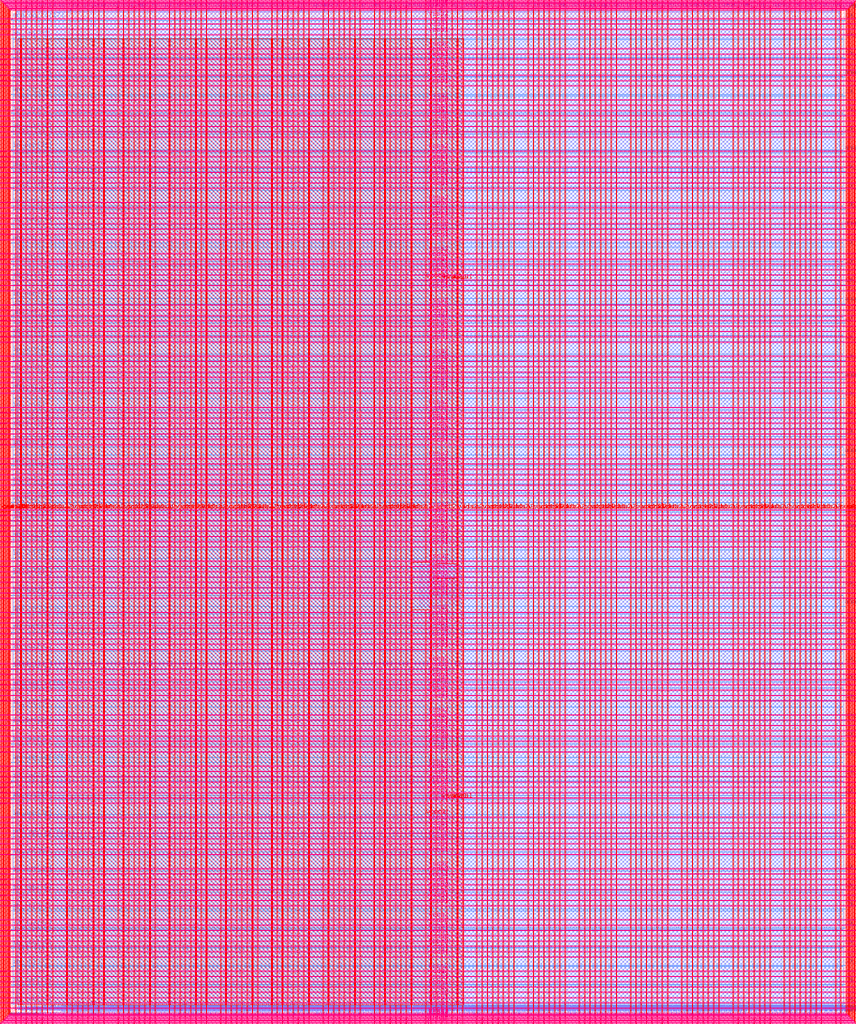
<source format=lef>
VERSION 5.7 ;
  NOWIREEXTENSIONATPIN ON ;
  DIVIDERCHAR "/" ;
  BUSBITCHARS "[]" ;
MACRO user_project_wrapper
  CLASS BLOCK ;
  FOREIGN user_project_wrapper ;
  ORIGIN 0.000 0.000 ;
  SIZE 2920.000 BY 3520.000 ;
  PIN analog_io[0]
    DIRECTION INOUT ;
    USE SIGNAL ;
    PORT
      LAYER met3 ;
        RECT 2917.600 1426.380 2924.800 1427.580 ;
    END
  END analog_io[0]
  PIN analog_io[10]
    DIRECTION INOUT ;
    USE SIGNAL ;
    PORT
      LAYER met2 ;
        RECT 2230.490 3517.600 2231.050 3524.800 ;
    END
  END analog_io[10]
  PIN analog_io[11]
    DIRECTION INOUT ;
    USE SIGNAL ;
    PORT
      LAYER met2 ;
        RECT 1905.730 3517.600 1906.290 3524.800 ;
    END
  END analog_io[11]
  PIN analog_io[12]
    DIRECTION INOUT ;
    USE SIGNAL ;
    PORT
      LAYER met2 ;
        RECT 1581.430 3517.600 1581.990 3524.800 ;
    END
  END analog_io[12]
  PIN analog_io[13]
    DIRECTION INOUT ;
    USE SIGNAL ;
    PORT
      LAYER met2 ;
        RECT 1257.130 3517.600 1257.690 3524.800 ;
    END
  END analog_io[13]
  PIN analog_io[14]
    DIRECTION INOUT ;
    USE SIGNAL ;
    PORT
      LAYER met2 ;
        RECT 932.370 3517.600 932.930 3524.800 ;
    END
  END analog_io[14]
  PIN analog_io[15]
    DIRECTION INOUT ;
    USE SIGNAL ;
    PORT
      LAYER met2 ;
        RECT 608.070 3517.600 608.630 3524.800 ;
    END
  END analog_io[15]
  PIN analog_io[16]
    DIRECTION INOUT ;
    USE SIGNAL ;
    PORT
      LAYER met2 ;
        RECT 283.770 3517.600 284.330 3524.800 ;
    END
  END analog_io[16]
  PIN analog_io[17]
    DIRECTION INOUT ;
    USE SIGNAL ;
    PORT
      LAYER met3 ;
        RECT -4.800 3486.100 2.400 3487.300 ;
    END
  END analog_io[17]
  PIN analog_io[18]
    DIRECTION INOUT ;
    USE SIGNAL ;
    PORT
      LAYER met3 ;
        RECT -4.800 3224.980 2.400 3226.180 ;
    END
  END analog_io[18]
  PIN analog_io[19]
    DIRECTION INOUT ;
    USE SIGNAL ;
    PORT
      LAYER met3 ;
        RECT -4.800 2964.540 2.400 2965.740 ;
    END
  END analog_io[19]
  PIN analog_io[1]
    DIRECTION INOUT ;
    USE SIGNAL ;
    PORT
      LAYER met3 ;
        RECT 2917.600 1692.260 2924.800 1693.460 ;
    END
  END analog_io[1]
  PIN analog_io[20]
    DIRECTION INOUT ;
    USE SIGNAL ;
    PORT
      LAYER met3 ;
        RECT -4.800 2703.420 2.400 2704.620 ;
    END
  END analog_io[20]
  PIN analog_io[21]
    DIRECTION INOUT ;
    USE SIGNAL ;
    PORT
      LAYER met3 ;
        RECT -4.800 2442.980 2.400 2444.180 ;
    END
  END analog_io[21]
  PIN analog_io[22]
    DIRECTION INOUT ;
    USE SIGNAL ;
    PORT
      LAYER met3 ;
        RECT -4.800 2182.540 2.400 2183.740 ;
    END
  END analog_io[22]
  PIN analog_io[23]
    DIRECTION INOUT ;
    USE SIGNAL ;
    PORT
      LAYER met3 ;
        RECT -4.800 1921.420 2.400 1922.620 ;
    END
  END analog_io[23]
  PIN analog_io[24]
    DIRECTION INOUT ;
    USE SIGNAL ;
    PORT
      LAYER met3 ;
        RECT -4.800 1660.980 2.400 1662.180 ;
    END
  END analog_io[24]
  PIN analog_io[25]
    DIRECTION INOUT ;
    USE SIGNAL ;
    PORT
      LAYER met3 ;
        RECT -4.800 1399.860 2.400 1401.060 ;
    END
  END analog_io[25]
  PIN analog_io[26]
    DIRECTION INOUT ;
    USE SIGNAL ;
    PORT
      LAYER met3 ;
        RECT -4.800 1139.420 2.400 1140.620 ;
    END
  END analog_io[26]
  PIN analog_io[27]
    DIRECTION INOUT ;
    USE SIGNAL ;
    PORT
      LAYER met3 ;
        RECT -4.800 878.980 2.400 880.180 ;
    END
  END analog_io[27]
  PIN analog_io[28]
    DIRECTION INOUT ;
    USE SIGNAL ;
    PORT
      LAYER met3 ;
        RECT -4.800 617.860 2.400 619.060 ;
    END
  END analog_io[28]
  PIN analog_io[2]
    DIRECTION INOUT ;
    USE SIGNAL ;
    PORT
      LAYER met3 ;
        RECT 2917.600 1958.140 2924.800 1959.340 ;
    END
  END analog_io[2]
  PIN analog_io[3]
    DIRECTION INOUT ;
    USE SIGNAL ;
    PORT
      LAYER met3 ;
        RECT 2917.600 2223.340 2924.800 2224.540 ;
    END
  END analog_io[3]
  PIN analog_io[4]
    DIRECTION INOUT ;
    USE SIGNAL ;
    PORT
      LAYER met3 ;
        RECT 2917.600 2489.220 2924.800 2490.420 ;
    END
  END analog_io[4]
  PIN analog_io[5]
    DIRECTION INOUT ;
    USE SIGNAL ;
    PORT
      LAYER met3 ;
        RECT 2917.600 2755.100 2924.800 2756.300 ;
    END
  END analog_io[5]
  PIN analog_io[6]
    DIRECTION INOUT ;
    USE SIGNAL ;
    PORT
      LAYER met3 ;
        RECT 2917.600 3020.300 2924.800 3021.500 ;
    END
  END analog_io[6]
  PIN analog_io[7]
    DIRECTION INOUT ;
    USE SIGNAL ;
    PORT
      LAYER met3 ;
        RECT 2917.600 3286.180 2924.800 3287.380 ;
    END
  END analog_io[7]
  PIN analog_io[8]
    DIRECTION INOUT ;
    USE SIGNAL ;
    PORT
      LAYER met2 ;
        RECT 2879.090 3517.600 2879.650 3524.800 ;
    END
  END analog_io[8]
  PIN analog_io[9]
    DIRECTION INOUT ;
    USE SIGNAL ;
    PORT
      LAYER met2 ;
        RECT 2554.790 3517.600 2555.350 3524.800 ;
    END
  END analog_io[9]
  PIN io_in[0]
    DIRECTION INPUT ;
    USE SIGNAL ;
    PORT
      LAYER met3 ;
        RECT 2917.600 32.380 2924.800 33.580 ;
    END
  END io_in[0]
  PIN io_in[10]
    DIRECTION INPUT ;
    USE SIGNAL ;
    PORT
      LAYER met3 ;
        RECT 2917.600 2289.980 2924.800 2291.180 ;
    END
  END io_in[10]
  PIN io_in[11]
    DIRECTION INPUT ;
    USE SIGNAL ;
    PORT
      LAYER met3 ;
        RECT 2917.600 2555.860 2924.800 2557.060 ;
    END
  END io_in[11]
  PIN io_in[12]
    DIRECTION INPUT ;
    USE SIGNAL ;
    PORT
      LAYER met3 ;
        RECT 2917.600 2821.060 2924.800 2822.260 ;
    END
  END io_in[12]
  PIN io_in[13]
    DIRECTION INPUT ;
    USE SIGNAL ;
    PORT
      LAYER met3 ;
        RECT 2917.600 3086.940 2924.800 3088.140 ;
    END
  END io_in[13]
  PIN io_in[14]
    DIRECTION INPUT ;
    USE SIGNAL ;
    PORT
      LAYER met3 ;
        RECT 2917.600 3352.820 2924.800 3354.020 ;
    END
  END io_in[14]
  PIN io_in[15]
    DIRECTION INPUT ;
    USE SIGNAL ;
    PORT
      LAYER met2 ;
        RECT 2798.130 3517.600 2798.690 3524.800 ;
    END
  END io_in[15]
  PIN io_in[16]
    DIRECTION INPUT ;
    USE SIGNAL ;
    PORT
      LAYER met2 ;
        RECT 2473.830 3517.600 2474.390 3524.800 ;
    END
  END io_in[16]
  PIN io_in[17]
    DIRECTION INPUT ;
    USE SIGNAL ;
    PORT
      LAYER met2 ;
        RECT 2149.070 3517.600 2149.630 3524.800 ;
    END
  END io_in[17]
  PIN io_in[18]
    DIRECTION INPUT ;
    USE SIGNAL ;
    PORT
      LAYER met2 ;
        RECT 1824.770 3517.600 1825.330 3524.800 ;
    END
  END io_in[18]
  PIN io_in[19]
    DIRECTION INPUT ;
    USE SIGNAL ;
    PORT
      LAYER met2 ;
        RECT 1500.470 3517.600 1501.030 3524.800 ;
    END
  END io_in[19]
  PIN io_in[1]
    DIRECTION INPUT ;
    USE SIGNAL ;
    PORT
      LAYER met3 ;
        RECT 2917.600 230.940 2924.800 232.140 ;
    END
  END io_in[1]
  PIN io_in[20]
    DIRECTION INPUT ;
    USE SIGNAL ;
    PORT
      LAYER met2 ;
        RECT 1175.710 3517.600 1176.270 3524.800 ;
    END
  END io_in[20]
  PIN io_in[21]
    DIRECTION INPUT ;
    USE SIGNAL ;
    PORT
      LAYER met2 ;
        RECT 851.410 3517.600 851.970 3524.800 ;
    END
  END io_in[21]
  PIN io_in[22]
    DIRECTION INPUT ;
    USE SIGNAL ;
    PORT
      LAYER met2 ;
        RECT 527.110 3517.600 527.670 3524.800 ;
    END
  END io_in[22]
  PIN io_in[23]
    DIRECTION INPUT ;
    USE SIGNAL ;
    PORT
      LAYER met2 ;
        RECT 202.350 3517.600 202.910 3524.800 ;
    END
  END io_in[23]
  PIN io_in[24]
    DIRECTION INPUT ;
    USE SIGNAL ;
    PORT
      LAYER met3 ;
        RECT -4.800 3420.820 2.400 3422.020 ;
    END
  END io_in[24]
  PIN io_in[25]
    DIRECTION INPUT ;
    USE SIGNAL ;
    PORT
      LAYER met3 ;
        RECT -4.800 3159.700 2.400 3160.900 ;
    END
  END io_in[25]
  PIN io_in[26]
    DIRECTION INPUT ;
    USE SIGNAL ;
    PORT
      LAYER met3 ;
        RECT -4.800 2899.260 2.400 2900.460 ;
    END
  END io_in[26]
  PIN io_in[27]
    DIRECTION INPUT ;
    USE SIGNAL ;
    PORT
      LAYER met3 ;
        RECT -4.800 2638.820 2.400 2640.020 ;
    END
  END io_in[27]
  PIN io_in[28]
    DIRECTION INPUT ;
    USE SIGNAL ;
    PORT
      LAYER met3 ;
        RECT -4.800 2377.700 2.400 2378.900 ;
    END
  END io_in[28]
  PIN io_in[29]
    DIRECTION INPUT ;
    USE SIGNAL ;
    PORT
      LAYER met3 ;
        RECT -4.800 2117.260 2.400 2118.460 ;
    END
  END io_in[29]
  PIN io_in[2]
    DIRECTION INPUT ;
    USE SIGNAL ;
    PORT
      LAYER met3 ;
        RECT 2917.600 430.180 2924.800 431.380 ;
    END
  END io_in[2]
  PIN io_in[30]
    DIRECTION INPUT ;
    USE SIGNAL ;
    PORT
      LAYER met3 ;
        RECT -4.800 1856.140 2.400 1857.340 ;
    END
  END io_in[30]
  PIN io_in[31]
    DIRECTION INPUT ;
    USE SIGNAL ;
    PORT
      LAYER met3 ;
        RECT -4.800 1595.700 2.400 1596.900 ;
    END
  END io_in[31]
  PIN io_in[32]
    DIRECTION INPUT ;
    USE SIGNAL ;
    PORT
      LAYER met3 ;
        RECT -4.800 1335.260 2.400 1336.460 ;
    END
  END io_in[32]
  PIN io_in[33]
    DIRECTION INPUT ;
    USE SIGNAL ;
    PORT
      LAYER met3 ;
        RECT -4.800 1074.140 2.400 1075.340 ;
    END
  END io_in[33]
  PIN io_in[34]
    DIRECTION INPUT ;
    USE SIGNAL ;
    PORT
      LAYER met3 ;
        RECT -4.800 813.700 2.400 814.900 ;
    END
  END io_in[34]
  PIN io_in[35]
    DIRECTION INPUT ;
    USE SIGNAL ;
    PORT
      LAYER met3 ;
        RECT -4.800 552.580 2.400 553.780 ;
    END
  END io_in[35]
  PIN io_in[36]
    DIRECTION INPUT ;
    USE SIGNAL ;
    PORT
      LAYER met3 ;
        RECT -4.800 357.420 2.400 358.620 ;
    END
  END io_in[36]
  PIN io_in[37]
    DIRECTION INPUT ;
    USE SIGNAL ;
    PORT
      LAYER met3 ;
        RECT -4.800 161.580 2.400 162.780 ;
    END
  END io_in[37]
  PIN io_in[3]
    DIRECTION INPUT ;
    USE SIGNAL ;
    PORT
      LAYER met3 ;
        RECT 2917.600 629.420 2924.800 630.620 ;
    END
  END io_in[3]
  PIN io_in[4]
    DIRECTION INPUT ;
    USE SIGNAL ;
    PORT
      LAYER met3 ;
        RECT 2917.600 828.660 2924.800 829.860 ;
    END
  END io_in[4]
  PIN io_in[5]
    DIRECTION INPUT ;
    USE SIGNAL ;
    PORT
      LAYER met3 ;
        RECT 2917.600 1027.900 2924.800 1029.100 ;
    END
  END io_in[5]
  PIN io_in[6]
    DIRECTION INPUT ;
    USE SIGNAL ;
    PORT
      LAYER met3 ;
        RECT 2917.600 1227.140 2924.800 1228.340 ;
    END
  END io_in[6]
  PIN io_in[7]
    DIRECTION INPUT ;
    USE SIGNAL ;
    PORT
      LAYER met3 ;
        RECT 2917.600 1493.020 2924.800 1494.220 ;
    END
  END io_in[7]
  PIN io_in[8]
    DIRECTION INPUT ;
    USE SIGNAL ;
    PORT
      LAYER met3 ;
        RECT 2917.600 1758.900 2924.800 1760.100 ;
    END
  END io_in[8]
  PIN io_in[9]
    DIRECTION INPUT ;
    USE SIGNAL ;
    PORT
      LAYER met3 ;
        RECT 2917.600 2024.100 2924.800 2025.300 ;
    END
  END io_in[9]
  PIN io_oeb[0]
    DIRECTION OUTPUT TRISTATE ;
    USE SIGNAL ;
    PORT
      LAYER met3 ;
        RECT 2917.600 164.980 2924.800 166.180 ;
    END
  END io_oeb[0]
  PIN io_oeb[10]
    DIRECTION OUTPUT TRISTATE ;
    USE SIGNAL ;
    PORT
      LAYER met3 ;
        RECT 2917.600 2422.580 2924.800 2423.780 ;
    END
  END io_oeb[10]
  PIN io_oeb[11]
    DIRECTION OUTPUT TRISTATE ;
    USE SIGNAL ;
    PORT
      LAYER met3 ;
        RECT 2917.600 2688.460 2924.800 2689.660 ;
    END
  END io_oeb[11]
  PIN io_oeb[12]
    DIRECTION OUTPUT TRISTATE ;
    USE SIGNAL ;
    PORT
      LAYER met3 ;
        RECT 2917.600 2954.340 2924.800 2955.540 ;
    END
  END io_oeb[12]
  PIN io_oeb[13]
    DIRECTION OUTPUT TRISTATE ;
    USE SIGNAL ;
    PORT
      LAYER met3 ;
        RECT 2917.600 3219.540 2924.800 3220.740 ;
    END
  END io_oeb[13]
  PIN io_oeb[14]
    DIRECTION OUTPUT TRISTATE ;
    USE SIGNAL ;
    PORT
      LAYER met3 ;
        RECT 2917.600 3485.420 2924.800 3486.620 ;
    END
  END io_oeb[14]
  PIN io_oeb[15]
    DIRECTION OUTPUT TRISTATE ;
    USE SIGNAL ;
    PORT
      LAYER met2 ;
        RECT 2635.750 3517.600 2636.310 3524.800 ;
    END
  END io_oeb[15]
  PIN io_oeb[16]
    DIRECTION OUTPUT TRISTATE ;
    USE SIGNAL ;
    PORT
      LAYER met2 ;
        RECT 2311.450 3517.600 2312.010 3524.800 ;
    END
  END io_oeb[16]
  PIN io_oeb[17]
    DIRECTION OUTPUT TRISTATE ;
    USE SIGNAL ;
    PORT
      LAYER met2 ;
        RECT 1987.150 3517.600 1987.710 3524.800 ;
    END
  END io_oeb[17]
  PIN io_oeb[18]
    DIRECTION OUTPUT TRISTATE ;
    USE SIGNAL ;
    PORT
      LAYER met2 ;
        RECT 1662.390 3517.600 1662.950 3524.800 ;
    END
  END io_oeb[18]
  PIN io_oeb[19]
    DIRECTION OUTPUT TRISTATE ;
    USE SIGNAL ;
    PORT
      LAYER met2 ;
        RECT 1338.090 3517.600 1338.650 3524.800 ;
    END
  END io_oeb[19]
  PIN io_oeb[1]
    DIRECTION OUTPUT TRISTATE ;
    USE SIGNAL ;
    PORT
      LAYER met3 ;
        RECT 2917.600 364.220 2924.800 365.420 ;
    END
  END io_oeb[1]
  PIN io_oeb[20]
    DIRECTION OUTPUT TRISTATE ;
    USE SIGNAL ;
    PORT
      LAYER met2 ;
        RECT 1013.790 3517.600 1014.350 3524.800 ;
    END
  END io_oeb[20]
  PIN io_oeb[21]
    DIRECTION OUTPUT TRISTATE ;
    USE SIGNAL ;
    PORT
      LAYER met2 ;
        RECT 689.030 3517.600 689.590 3524.800 ;
    END
  END io_oeb[21]
  PIN io_oeb[22]
    DIRECTION OUTPUT TRISTATE ;
    USE SIGNAL ;
    PORT
      LAYER met2 ;
        RECT 364.730 3517.600 365.290 3524.800 ;
    END
  END io_oeb[22]
  PIN io_oeb[23]
    DIRECTION OUTPUT TRISTATE ;
    USE SIGNAL ;
    PORT
      LAYER met2 ;
        RECT 40.430 3517.600 40.990 3524.800 ;
    END
  END io_oeb[23]
  PIN io_oeb[24]
    DIRECTION OUTPUT TRISTATE ;
    USE SIGNAL ;
    PORT
      LAYER met3 ;
        RECT -4.800 3290.260 2.400 3291.460 ;
    END
  END io_oeb[24]
  PIN io_oeb[25]
    DIRECTION OUTPUT TRISTATE ;
    USE SIGNAL ;
    PORT
      LAYER met3 ;
        RECT -4.800 3029.820 2.400 3031.020 ;
    END
  END io_oeb[25]
  PIN io_oeb[26]
    DIRECTION OUTPUT TRISTATE ;
    USE SIGNAL ;
    PORT
      LAYER met3 ;
        RECT -4.800 2768.700 2.400 2769.900 ;
    END
  END io_oeb[26]
  PIN io_oeb[27]
    DIRECTION OUTPUT TRISTATE ;
    USE SIGNAL ;
    PORT
      LAYER met3 ;
        RECT -4.800 2508.260 2.400 2509.460 ;
    END
  END io_oeb[27]
  PIN io_oeb[28]
    DIRECTION OUTPUT TRISTATE ;
    USE SIGNAL ;
    PORT
      LAYER met3 ;
        RECT -4.800 2247.140 2.400 2248.340 ;
    END
  END io_oeb[28]
  PIN io_oeb[29]
    DIRECTION OUTPUT TRISTATE ;
    USE SIGNAL ;
    PORT
      LAYER met3 ;
        RECT -4.800 1986.700 2.400 1987.900 ;
    END
  END io_oeb[29]
  PIN io_oeb[2]
    DIRECTION OUTPUT TRISTATE ;
    USE SIGNAL ;
    PORT
      LAYER met3 ;
        RECT 2917.600 563.460 2924.800 564.660 ;
    END
  END io_oeb[2]
  PIN io_oeb[30]
    DIRECTION OUTPUT TRISTATE ;
    USE SIGNAL ;
    PORT
      LAYER met3 ;
        RECT -4.800 1726.260 2.400 1727.460 ;
    END
  END io_oeb[30]
  PIN io_oeb[31]
    DIRECTION OUTPUT TRISTATE ;
    USE SIGNAL ;
    PORT
      LAYER met3 ;
        RECT -4.800 1465.140 2.400 1466.340 ;
    END
  END io_oeb[31]
  PIN io_oeb[32]
    DIRECTION OUTPUT TRISTATE ;
    USE SIGNAL ;
    PORT
      LAYER met3 ;
        RECT -4.800 1204.700 2.400 1205.900 ;
    END
  END io_oeb[32]
  PIN io_oeb[33]
    DIRECTION OUTPUT TRISTATE ;
    USE SIGNAL ;
    PORT
      LAYER met3 ;
        RECT -4.800 943.580 2.400 944.780 ;
    END
  END io_oeb[33]
  PIN io_oeb[34]
    DIRECTION OUTPUT TRISTATE ;
    USE SIGNAL ;
    PORT
      LAYER met3 ;
        RECT -4.800 683.140 2.400 684.340 ;
    END
  END io_oeb[34]
  PIN io_oeb[35]
    DIRECTION OUTPUT TRISTATE ;
    USE SIGNAL ;
    PORT
      LAYER met3 ;
        RECT -4.800 422.700 2.400 423.900 ;
    END
  END io_oeb[35]
  PIN io_oeb[36]
    DIRECTION OUTPUT TRISTATE ;
    USE SIGNAL ;
    PORT
      LAYER met3 ;
        RECT -4.800 226.860 2.400 228.060 ;
    END
  END io_oeb[36]
  PIN io_oeb[37]
    DIRECTION OUTPUT TRISTATE ;
    USE SIGNAL ;
    PORT
      LAYER met3 ;
        RECT -4.800 31.700 2.400 32.900 ;
    END
  END io_oeb[37]
  PIN io_oeb[3]
    DIRECTION OUTPUT TRISTATE ;
    USE SIGNAL ;
    PORT
      LAYER met3 ;
        RECT 2917.600 762.700 2924.800 763.900 ;
    END
  END io_oeb[3]
  PIN io_oeb[4]
    DIRECTION OUTPUT TRISTATE ;
    USE SIGNAL ;
    PORT
      LAYER met3 ;
        RECT 2917.600 961.940 2924.800 963.140 ;
    END
  END io_oeb[4]
  PIN io_oeb[5]
    DIRECTION OUTPUT TRISTATE ;
    USE SIGNAL ;
    PORT
      LAYER met3 ;
        RECT 2917.600 1161.180 2924.800 1162.380 ;
    END
  END io_oeb[5]
  PIN io_oeb[6]
    DIRECTION OUTPUT TRISTATE ;
    USE SIGNAL ;
    PORT
      LAYER met3 ;
        RECT 2917.600 1360.420 2924.800 1361.620 ;
    END
  END io_oeb[6]
  PIN io_oeb[7]
    DIRECTION OUTPUT TRISTATE ;
    USE SIGNAL ;
    PORT
      LAYER met3 ;
        RECT 2917.600 1625.620 2924.800 1626.820 ;
    END
  END io_oeb[7]
  PIN io_oeb[8]
    DIRECTION OUTPUT TRISTATE ;
    USE SIGNAL ;
    PORT
      LAYER met3 ;
        RECT 2917.600 1891.500 2924.800 1892.700 ;
    END
  END io_oeb[8]
  PIN io_oeb[9]
    DIRECTION OUTPUT TRISTATE ;
    USE SIGNAL ;
    PORT
      LAYER met3 ;
        RECT 2917.600 2157.380 2924.800 2158.580 ;
    END
  END io_oeb[9]
  PIN io_out[0]
    DIRECTION OUTPUT TRISTATE ;
    USE SIGNAL ;
    PORT
      LAYER met3 ;
        RECT 2917.600 98.340 2924.800 99.540 ;
    END
  END io_out[0]
  PIN io_out[10]
    DIRECTION OUTPUT TRISTATE ;
    USE SIGNAL ;
    PORT
      LAYER met3 ;
        RECT 2917.600 2356.620 2924.800 2357.820 ;
    END
  END io_out[10]
  PIN io_out[11]
    DIRECTION OUTPUT TRISTATE ;
    USE SIGNAL ;
    PORT
      LAYER met3 ;
        RECT 2917.600 2621.820 2924.800 2623.020 ;
    END
  END io_out[11]
  PIN io_out[12]
    DIRECTION OUTPUT TRISTATE ;
    USE SIGNAL ;
    PORT
      LAYER met3 ;
        RECT 2917.600 2887.700 2924.800 2888.900 ;
    END
  END io_out[12]
  PIN io_out[13]
    DIRECTION OUTPUT TRISTATE ;
    USE SIGNAL ;
    PORT
      LAYER met3 ;
        RECT 2917.600 3153.580 2924.800 3154.780 ;
    END
  END io_out[13]
  PIN io_out[14]
    DIRECTION OUTPUT TRISTATE ;
    USE SIGNAL ;
    PORT
      LAYER met3 ;
        RECT 2917.600 3418.780 2924.800 3419.980 ;
    END
  END io_out[14]
  PIN io_out[15]
    DIRECTION OUTPUT TRISTATE ;
    USE SIGNAL ;
    PORT
      LAYER met2 ;
        RECT 2717.170 3517.600 2717.730 3524.800 ;
    END
  END io_out[15]
  PIN io_out[16]
    DIRECTION OUTPUT TRISTATE ;
    USE SIGNAL ;
    PORT
      LAYER met2 ;
        RECT 2392.410 3517.600 2392.970 3524.800 ;
    END
  END io_out[16]
  PIN io_out[17]
    DIRECTION OUTPUT TRISTATE ;
    USE SIGNAL ;
    PORT
      LAYER met2 ;
        RECT 2068.110 3517.600 2068.670 3524.800 ;
    END
  END io_out[17]
  PIN io_out[18]
    DIRECTION OUTPUT TRISTATE ;
    USE SIGNAL ;
    PORT
      LAYER met2 ;
        RECT 1743.810 3517.600 1744.370 3524.800 ;
    END
  END io_out[18]
  PIN io_out[19]
    DIRECTION OUTPUT TRISTATE ;
    USE SIGNAL ;
    PORT
      LAYER met2 ;
        RECT 1419.050 3517.600 1419.610 3524.800 ;
    END
  END io_out[19]
  PIN io_out[1]
    DIRECTION OUTPUT TRISTATE ;
    USE SIGNAL ;
    PORT
      LAYER met3 ;
        RECT 2917.600 297.580 2924.800 298.780 ;
    END
  END io_out[1]
  PIN io_out[20]
    DIRECTION OUTPUT TRISTATE ;
    USE SIGNAL ;
    PORT
      LAYER met2 ;
        RECT 1094.750 3517.600 1095.310 3524.800 ;
    END
  END io_out[20]
  PIN io_out[21]
    DIRECTION OUTPUT TRISTATE ;
    USE SIGNAL ;
    PORT
      LAYER met2 ;
        RECT 770.450 3517.600 771.010 3524.800 ;
    END
  END io_out[21]
  PIN io_out[22]
    DIRECTION OUTPUT TRISTATE ;
    USE SIGNAL ;
    PORT
      LAYER met2 ;
        RECT 445.690 3517.600 446.250 3524.800 ;
    END
  END io_out[22]
  PIN io_out[23]
    DIRECTION OUTPUT TRISTATE ;
    USE SIGNAL ;
    PORT
      LAYER met2 ;
        RECT 121.390 3517.600 121.950 3524.800 ;
    END
  END io_out[23]
  PIN io_out[24]
    DIRECTION OUTPUT TRISTATE ;
    USE SIGNAL ;
    PORT
      LAYER met3 ;
        RECT -4.800 3355.540 2.400 3356.740 ;
    END
  END io_out[24]
  PIN io_out[25]
    DIRECTION OUTPUT TRISTATE ;
    USE SIGNAL ;
    PORT
      LAYER met3 ;
        RECT -4.800 3095.100 2.400 3096.300 ;
    END
  END io_out[25]
  PIN io_out[26]
    DIRECTION OUTPUT TRISTATE ;
    USE SIGNAL ;
    PORT
      LAYER met3 ;
        RECT -4.800 2833.980 2.400 2835.180 ;
    END
  END io_out[26]
  PIN io_out[27]
    DIRECTION OUTPUT TRISTATE ;
    USE SIGNAL ;
    PORT
      LAYER met3 ;
        RECT -4.800 2573.540 2.400 2574.740 ;
    END
  END io_out[27]
  PIN io_out[28]
    DIRECTION OUTPUT TRISTATE ;
    USE SIGNAL ;
    PORT
      LAYER met3 ;
        RECT -4.800 2312.420 2.400 2313.620 ;
    END
  END io_out[28]
  PIN io_out[29]
    DIRECTION OUTPUT TRISTATE ;
    USE SIGNAL ;
    PORT
      LAYER met3 ;
        RECT -4.800 2051.980 2.400 2053.180 ;
    END
  END io_out[29]
  PIN io_out[2]
    DIRECTION OUTPUT TRISTATE ;
    USE SIGNAL ;
    PORT
      LAYER met3 ;
        RECT 2917.600 496.820 2924.800 498.020 ;
    END
  END io_out[2]
  PIN io_out[30]
    DIRECTION OUTPUT TRISTATE ;
    USE SIGNAL ;
    PORT
      LAYER met3 ;
        RECT -4.800 1791.540 2.400 1792.740 ;
    END
  END io_out[30]
  PIN io_out[31]
    DIRECTION OUTPUT TRISTATE ;
    USE SIGNAL ;
    PORT
      LAYER met3 ;
        RECT -4.800 1530.420 2.400 1531.620 ;
    END
  END io_out[31]
  PIN io_out[32]
    DIRECTION OUTPUT TRISTATE ;
    USE SIGNAL ;
    PORT
      LAYER met3 ;
        RECT -4.800 1269.980 2.400 1271.180 ;
    END
  END io_out[32]
  PIN io_out[33]
    DIRECTION OUTPUT TRISTATE ;
    USE SIGNAL ;
    PORT
      LAYER met3 ;
        RECT -4.800 1008.860 2.400 1010.060 ;
    END
  END io_out[33]
  PIN io_out[34]
    DIRECTION OUTPUT TRISTATE ;
    USE SIGNAL ;
    PORT
      LAYER met3 ;
        RECT -4.800 748.420 2.400 749.620 ;
    END
  END io_out[34]
  PIN io_out[35]
    DIRECTION OUTPUT TRISTATE ;
    USE SIGNAL ;
    PORT
      LAYER met3 ;
        RECT -4.800 487.300 2.400 488.500 ;
    END
  END io_out[35]
  PIN io_out[36]
    DIRECTION OUTPUT TRISTATE ;
    USE SIGNAL ;
    PORT
      LAYER met3 ;
        RECT -4.800 292.140 2.400 293.340 ;
    END
  END io_out[36]
  PIN io_out[37]
    DIRECTION OUTPUT TRISTATE ;
    USE SIGNAL ;
    PORT
      LAYER met3 ;
        RECT -4.800 96.300 2.400 97.500 ;
    END
  END io_out[37]
  PIN io_out[3]
    DIRECTION OUTPUT TRISTATE ;
    USE SIGNAL ;
    PORT
      LAYER met3 ;
        RECT 2917.600 696.060 2924.800 697.260 ;
    END
  END io_out[3]
  PIN io_out[4]
    DIRECTION OUTPUT TRISTATE ;
    USE SIGNAL ;
    PORT
      LAYER met3 ;
        RECT 2917.600 895.300 2924.800 896.500 ;
    END
  END io_out[4]
  PIN io_out[5]
    DIRECTION OUTPUT TRISTATE ;
    USE SIGNAL ;
    PORT
      LAYER met3 ;
        RECT 2917.600 1094.540 2924.800 1095.740 ;
    END
  END io_out[5]
  PIN io_out[6]
    DIRECTION OUTPUT TRISTATE ;
    USE SIGNAL ;
    PORT
      LAYER met3 ;
        RECT 2917.600 1293.780 2924.800 1294.980 ;
    END
  END io_out[6]
  PIN io_out[7]
    DIRECTION OUTPUT TRISTATE ;
    USE SIGNAL ;
    PORT
      LAYER met3 ;
        RECT 2917.600 1559.660 2924.800 1560.860 ;
    END
  END io_out[7]
  PIN io_out[8]
    DIRECTION OUTPUT TRISTATE ;
    USE SIGNAL ;
    PORT
      LAYER met3 ;
        RECT 2917.600 1824.860 2924.800 1826.060 ;
    END
  END io_out[8]
  PIN io_out[9]
    DIRECTION OUTPUT TRISTATE ;
    USE SIGNAL ;
    PORT
      LAYER met3 ;
        RECT 2917.600 2090.740 2924.800 2091.940 ;
    END
  END io_out[9]
  PIN la_data_in[0]
    DIRECTION INPUT ;
    USE SIGNAL ;
    PORT
      LAYER met2 ;
        RECT 629.230 -4.800 629.790 2.400 ;
    END
  END la_data_in[0]
  PIN la_data_in[100]
    DIRECTION INPUT ;
    USE SIGNAL ;
    PORT
      LAYER met2 ;
        RECT 2402.530 -4.800 2403.090 2.400 ;
    END
  END la_data_in[100]
  PIN la_data_in[101]
    DIRECTION INPUT ;
    USE SIGNAL ;
    PORT
      LAYER met2 ;
        RECT 2420.010 -4.800 2420.570 2.400 ;
    END
  END la_data_in[101]
  PIN la_data_in[102]
    DIRECTION INPUT ;
    USE SIGNAL ;
    PORT
      LAYER met2 ;
        RECT 2437.950 -4.800 2438.510 2.400 ;
    END
  END la_data_in[102]
  PIN la_data_in[103]
    DIRECTION INPUT ;
    USE SIGNAL ;
    PORT
      LAYER met2 ;
        RECT 2455.430 -4.800 2455.990 2.400 ;
    END
  END la_data_in[103]
  PIN la_data_in[104]
    DIRECTION INPUT ;
    USE SIGNAL ;
    PORT
      LAYER met2 ;
        RECT 2473.370 -4.800 2473.930 2.400 ;
    END
  END la_data_in[104]
  PIN la_data_in[105]
    DIRECTION INPUT ;
    USE SIGNAL ;
    PORT
      LAYER met2 ;
        RECT 2490.850 -4.800 2491.410 2.400 ;
    END
  END la_data_in[105]
  PIN la_data_in[106]
    DIRECTION INPUT ;
    USE SIGNAL ;
    PORT
      LAYER met2 ;
        RECT 2508.790 -4.800 2509.350 2.400 ;
    END
  END la_data_in[106]
  PIN la_data_in[107]
    DIRECTION INPUT ;
    USE SIGNAL ;
    PORT
      LAYER met2 ;
        RECT 2526.730 -4.800 2527.290 2.400 ;
    END
  END la_data_in[107]
  PIN la_data_in[108]
    DIRECTION INPUT ;
    USE SIGNAL ;
    PORT
      LAYER met2 ;
        RECT 2544.210 -4.800 2544.770 2.400 ;
    END
  END la_data_in[108]
  PIN la_data_in[109]
    DIRECTION INPUT ;
    USE SIGNAL ;
    PORT
      LAYER met2 ;
        RECT 2562.150 -4.800 2562.710 2.400 ;
    END
  END la_data_in[109]
  PIN la_data_in[10]
    DIRECTION INPUT ;
    USE SIGNAL ;
    PORT
      LAYER met2 ;
        RECT 806.330 -4.800 806.890 2.400 ;
    END
  END la_data_in[10]
  PIN la_data_in[110]
    DIRECTION INPUT ;
    USE SIGNAL ;
    PORT
      LAYER met2 ;
        RECT 2579.630 -4.800 2580.190 2.400 ;
    END
  END la_data_in[110]
  PIN la_data_in[111]
    DIRECTION INPUT ;
    USE SIGNAL ;
    PORT
      LAYER met2 ;
        RECT 2597.570 -4.800 2598.130 2.400 ;
    END
  END la_data_in[111]
  PIN la_data_in[112]
    DIRECTION INPUT ;
    USE SIGNAL ;
    PORT
      LAYER met2 ;
        RECT 2615.050 -4.800 2615.610 2.400 ;
    END
  END la_data_in[112]
  PIN la_data_in[113]
    DIRECTION INPUT ;
    USE SIGNAL ;
    PORT
      LAYER met2 ;
        RECT 2632.990 -4.800 2633.550 2.400 ;
    END
  END la_data_in[113]
  PIN la_data_in[114]
    DIRECTION INPUT ;
    USE SIGNAL ;
    PORT
      LAYER met2 ;
        RECT 2650.470 -4.800 2651.030 2.400 ;
    END
  END la_data_in[114]
  PIN la_data_in[115]
    DIRECTION INPUT ;
    USE SIGNAL ;
    PORT
      LAYER met2 ;
        RECT 2668.410 -4.800 2668.970 2.400 ;
    END
  END la_data_in[115]
  PIN la_data_in[116]
    DIRECTION INPUT ;
    USE SIGNAL ;
    PORT
      LAYER met2 ;
        RECT 2685.890 -4.800 2686.450 2.400 ;
    END
  END la_data_in[116]
  PIN la_data_in[117]
    DIRECTION INPUT ;
    USE SIGNAL ;
    PORT
      LAYER met2 ;
        RECT 2703.830 -4.800 2704.390 2.400 ;
    END
  END la_data_in[117]
  PIN la_data_in[118]
    DIRECTION INPUT ;
    USE SIGNAL ;
    PORT
      LAYER met2 ;
        RECT 2721.770 -4.800 2722.330 2.400 ;
    END
  END la_data_in[118]
  PIN la_data_in[119]
    DIRECTION INPUT ;
    USE SIGNAL ;
    PORT
      LAYER met2 ;
        RECT 2739.250 -4.800 2739.810 2.400 ;
    END
  END la_data_in[119]
  PIN la_data_in[11]
    DIRECTION INPUT ;
    USE SIGNAL ;
    PORT
      LAYER met2 ;
        RECT 824.270 -4.800 824.830 2.400 ;
    END
  END la_data_in[11]
  PIN la_data_in[120]
    DIRECTION INPUT ;
    USE SIGNAL ;
    PORT
      LAYER met2 ;
        RECT 2757.190 -4.800 2757.750 2.400 ;
    END
  END la_data_in[120]
  PIN la_data_in[121]
    DIRECTION INPUT ;
    USE SIGNAL ;
    PORT
      LAYER met2 ;
        RECT 2774.670 -4.800 2775.230 2.400 ;
    END
  END la_data_in[121]
  PIN la_data_in[122]
    DIRECTION INPUT ;
    USE SIGNAL ;
    PORT
      LAYER met2 ;
        RECT 2792.610 -4.800 2793.170 2.400 ;
    END
  END la_data_in[122]
  PIN la_data_in[123]
    DIRECTION INPUT ;
    USE SIGNAL ;
    PORT
      LAYER met2 ;
        RECT 2810.090 -4.800 2810.650 2.400 ;
    END
  END la_data_in[123]
  PIN la_data_in[124]
    DIRECTION INPUT ;
    USE SIGNAL ;
    PORT
      LAYER met2 ;
        RECT 2828.030 -4.800 2828.590 2.400 ;
    END
  END la_data_in[124]
  PIN la_data_in[125]
    DIRECTION INPUT ;
    USE SIGNAL ;
    PORT
      LAYER met2 ;
        RECT 2845.510 -4.800 2846.070 2.400 ;
    END
  END la_data_in[125]
  PIN la_data_in[126]
    DIRECTION INPUT ;
    USE SIGNAL ;
    PORT
      LAYER met2 ;
        RECT 2863.450 -4.800 2864.010 2.400 ;
    END
  END la_data_in[126]
  PIN la_data_in[127]
    DIRECTION INPUT ;
    USE SIGNAL ;
    PORT
      LAYER met2 ;
        RECT 2881.390 -4.800 2881.950 2.400 ;
    END
  END la_data_in[127]
  PIN la_data_in[12]
    DIRECTION INPUT ;
    USE SIGNAL ;
    PORT
      LAYER met2 ;
        RECT 841.750 -4.800 842.310 2.400 ;
    END
  END la_data_in[12]
  PIN la_data_in[13]
    DIRECTION INPUT ;
    USE SIGNAL ;
    PORT
      LAYER met2 ;
        RECT 859.690 -4.800 860.250 2.400 ;
    END
  END la_data_in[13]
  PIN la_data_in[14]
    DIRECTION INPUT ;
    USE SIGNAL ;
    PORT
      LAYER met2 ;
        RECT 877.170 -4.800 877.730 2.400 ;
    END
  END la_data_in[14]
  PIN la_data_in[15]
    DIRECTION INPUT ;
    USE SIGNAL ;
    PORT
      LAYER met2 ;
        RECT 895.110 -4.800 895.670 2.400 ;
    END
  END la_data_in[15]
  PIN la_data_in[16]
    DIRECTION INPUT ;
    USE SIGNAL ;
    PORT
      LAYER met2 ;
        RECT 912.590 -4.800 913.150 2.400 ;
    END
  END la_data_in[16]
  PIN la_data_in[17]
    DIRECTION INPUT ;
    USE SIGNAL ;
    PORT
      LAYER met2 ;
        RECT 930.530 -4.800 931.090 2.400 ;
    END
  END la_data_in[17]
  PIN la_data_in[18]
    DIRECTION INPUT ;
    USE SIGNAL ;
    PORT
      LAYER met2 ;
        RECT 948.470 -4.800 949.030 2.400 ;
    END
  END la_data_in[18]
  PIN la_data_in[19]
    DIRECTION INPUT ;
    USE SIGNAL ;
    PORT
      LAYER met2 ;
        RECT 965.950 -4.800 966.510 2.400 ;
    END
  END la_data_in[19]
  PIN la_data_in[1]
    DIRECTION INPUT ;
    USE SIGNAL ;
    PORT
      LAYER met2 ;
        RECT 646.710 -4.800 647.270 2.400 ;
    END
  END la_data_in[1]
  PIN la_data_in[20]
    DIRECTION INPUT ;
    USE SIGNAL ;
    PORT
      LAYER met2 ;
        RECT 983.890 -4.800 984.450 2.400 ;
    END
  END la_data_in[20]
  PIN la_data_in[21]
    DIRECTION INPUT ;
    USE SIGNAL ;
    PORT
      LAYER met2 ;
        RECT 1001.370 -4.800 1001.930 2.400 ;
    END
  END la_data_in[21]
  PIN la_data_in[22]
    DIRECTION INPUT ;
    USE SIGNAL ;
    PORT
      LAYER met2 ;
        RECT 1019.310 -4.800 1019.870 2.400 ;
    END
  END la_data_in[22]
  PIN la_data_in[23]
    DIRECTION INPUT ;
    USE SIGNAL ;
    PORT
      LAYER met2 ;
        RECT 1036.790 -4.800 1037.350 2.400 ;
    END
  END la_data_in[23]
  PIN la_data_in[24]
    DIRECTION INPUT ;
    USE SIGNAL ;
    PORT
      LAYER met2 ;
        RECT 1054.730 -4.800 1055.290 2.400 ;
    END
  END la_data_in[24]
  PIN la_data_in[25]
    DIRECTION INPUT ;
    USE SIGNAL ;
    PORT
      LAYER met2 ;
        RECT 1072.210 -4.800 1072.770 2.400 ;
    END
  END la_data_in[25]
  PIN la_data_in[26]
    DIRECTION INPUT ;
    USE SIGNAL ;
    PORT
      LAYER met2 ;
        RECT 1090.150 -4.800 1090.710 2.400 ;
    END
  END la_data_in[26]
  PIN la_data_in[27]
    DIRECTION INPUT ;
    USE SIGNAL ;
    PORT
      LAYER met2 ;
        RECT 1107.630 -4.800 1108.190 2.400 ;
    END
  END la_data_in[27]
  PIN la_data_in[28]
    DIRECTION INPUT ;
    USE SIGNAL ;
    PORT
      LAYER met2 ;
        RECT 1125.570 -4.800 1126.130 2.400 ;
    END
  END la_data_in[28]
  PIN la_data_in[29]
    DIRECTION INPUT ;
    USE SIGNAL ;
    PORT
      LAYER met2 ;
        RECT 1143.510 -4.800 1144.070 2.400 ;
    END
  END la_data_in[29]
  PIN la_data_in[2]
    DIRECTION INPUT ;
    USE SIGNAL ;
    PORT
      LAYER met2 ;
        RECT 664.650 -4.800 665.210 2.400 ;
    END
  END la_data_in[2]
  PIN la_data_in[30]
    DIRECTION INPUT ;
    USE SIGNAL ;
    PORT
      LAYER met2 ;
        RECT 1160.990 -4.800 1161.550 2.400 ;
    END
  END la_data_in[30]
  PIN la_data_in[31]
    DIRECTION INPUT ;
    USE SIGNAL ;
    PORT
      LAYER met2 ;
        RECT 1178.930 -4.800 1179.490 2.400 ;
    END
  END la_data_in[31]
  PIN la_data_in[32]
    DIRECTION INPUT ;
    USE SIGNAL ;
    PORT
      LAYER met2 ;
        RECT 1196.410 -4.800 1196.970 2.400 ;
    END
  END la_data_in[32]
  PIN la_data_in[33]
    DIRECTION INPUT ;
    USE SIGNAL ;
    PORT
      LAYER met2 ;
        RECT 1214.350 -4.800 1214.910 2.400 ;
    END
  END la_data_in[33]
  PIN la_data_in[34]
    DIRECTION INPUT ;
    USE SIGNAL ;
    PORT
      LAYER met2 ;
        RECT 1231.830 -4.800 1232.390 2.400 ;
    END
  END la_data_in[34]
  PIN la_data_in[35]
    DIRECTION INPUT ;
    USE SIGNAL ;
    PORT
      LAYER met2 ;
        RECT 1249.770 -4.800 1250.330 2.400 ;
    END
  END la_data_in[35]
  PIN la_data_in[36]
    DIRECTION INPUT ;
    USE SIGNAL ;
    PORT
      LAYER met2 ;
        RECT 1267.250 -4.800 1267.810 2.400 ;
    END
  END la_data_in[36]
  PIN la_data_in[37]
    DIRECTION INPUT ;
    USE SIGNAL ;
    PORT
      LAYER met2 ;
        RECT 1285.190 -4.800 1285.750 2.400 ;
    END
  END la_data_in[37]
  PIN la_data_in[38]
    DIRECTION INPUT ;
    USE SIGNAL ;
    PORT
      LAYER met2 ;
        RECT 1303.130 -4.800 1303.690 2.400 ;
    END
  END la_data_in[38]
  PIN la_data_in[39]
    DIRECTION INPUT ;
    USE SIGNAL ;
    PORT
      LAYER met2 ;
        RECT 1320.610 -4.800 1321.170 2.400 ;
    END
  END la_data_in[39]
  PIN la_data_in[3]
    DIRECTION INPUT ;
    USE SIGNAL ;
    PORT
      LAYER met2 ;
        RECT 682.130 -4.800 682.690 2.400 ;
    END
  END la_data_in[3]
  PIN la_data_in[40]
    DIRECTION INPUT ;
    USE SIGNAL ;
    PORT
      LAYER met2 ;
        RECT 1338.550 -4.800 1339.110 2.400 ;
    END
  END la_data_in[40]
  PIN la_data_in[41]
    DIRECTION INPUT ;
    USE SIGNAL ;
    PORT
      LAYER met2 ;
        RECT 1356.030 -4.800 1356.590 2.400 ;
    END
  END la_data_in[41]
  PIN la_data_in[42]
    DIRECTION INPUT ;
    USE SIGNAL ;
    PORT
      LAYER met2 ;
        RECT 1373.970 -4.800 1374.530 2.400 ;
    END
  END la_data_in[42]
  PIN la_data_in[43]
    DIRECTION INPUT ;
    USE SIGNAL ;
    PORT
      LAYER met2 ;
        RECT 1391.450 -4.800 1392.010 2.400 ;
    END
  END la_data_in[43]
  PIN la_data_in[44]
    DIRECTION INPUT ;
    USE SIGNAL ;
    PORT
      LAYER met2 ;
        RECT 1409.390 -4.800 1409.950 2.400 ;
    END
  END la_data_in[44]
  PIN la_data_in[45]
    DIRECTION INPUT ;
    USE SIGNAL ;
    PORT
      LAYER met2 ;
        RECT 1426.870 -4.800 1427.430 2.400 ;
    END
  END la_data_in[45]
  PIN la_data_in[46]
    DIRECTION INPUT ;
    USE SIGNAL ;
    PORT
      LAYER met2 ;
        RECT 1444.810 -4.800 1445.370 2.400 ;
    END
  END la_data_in[46]
  PIN la_data_in[47]
    DIRECTION INPUT ;
    USE SIGNAL ;
    PORT
      LAYER met2 ;
        RECT 1462.750 -4.800 1463.310 2.400 ;
    END
  END la_data_in[47]
  PIN la_data_in[48]
    DIRECTION INPUT ;
    USE SIGNAL ;
    PORT
      LAYER met2 ;
        RECT 1480.230 -4.800 1480.790 2.400 ;
    END
  END la_data_in[48]
  PIN la_data_in[49]
    DIRECTION INPUT ;
    USE SIGNAL ;
    PORT
      LAYER met2 ;
        RECT 1498.170 -4.800 1498.730 2.400 ;
    END
  END la_data_in[49]
  PIN la_data_in[4]
    DIRECTION INPUT ;
    USE SIGNAL ;
    PORT
      LAYER met2 ;
        RECT 700.070 -4.800 700.630 2.400 ;
    END
  END la_data_in[4]
  PIN la_data_in[50]
    DIRECTION INPUT ;
    USE SIGNAL ;
    PORT
      LAYER met2 ;
        RECT 1515.650 -4.800 1516.210 2.400 ;
    END
  END la_data_in[50]
  PIN la_data_in[51]
    DIRECTION INPUT ;
    USE SIGNAL ;
    PORT
      LAYER met2 ;
        RECT 1533.590 -4.800 1534.150 2.400 ;
    END
  END la_data_in[51]
  PIN la_data_in[52]
    DIRECTION INPUT ;
    USE SIGNAL ;
    PORT
      LAYER met2 ;
        RECT 1551.070 -4.800 1551.630 2.400 ;
    END
  END la_data_in[52]
  PIN la_data_in[53]
    DIRECTION INPUT ;
    USE SIGNAL ;
    PORT
      LAYER met2 ;
        RECT 1569.010 -4.800 1569.570 2.400 ;
    END
  END la_data_in[53]
  PIN la_data_in[54]
    DIRECTION INPUT ;
    USE SIGNAL ;
    PORT
      LAYER met2 ;
        RECT 1586.490 -4.800 1587.050 2.400 ;
    END
  END la_data_in[54]
  PIN la_data_in[55]
    DIRECTION INPUT ;
    USE SIGNAL ;
    PORT
      LAYER met2 ;
        RECT 1604.430 -4.800 1604.990 2.400 ;
    END
  END la_data_in[55]
  PIN la_data_in[56]
    DIRECTION INPUT ;
    USE SIGNAL ;
    PORT
      LAYER met2 ;
        RECT 1621.910 -4.800 1622.470 2.400 ;
    END
  END la_data_in[56]
  PIN la_data_in[57]
    DIRECTION INPUT ;
    USE SIGNAL ;
    PORT
      LAYER met2 ;
        RECT 1639.850 -4.800 1640.410 2.400 ;
    END
  END la_data_in[57]
  PIN la_data_in[58]
    DIRECTION INPUT ;
    USE SIGNAL ;
    PORT
      LAYER met2 ;
        RECT 1657.790 -4.800 1658.350 2.400 ;
    END
  END la_data_in[58]
  PIN la_data_in[59]
    DIRECTION INPUT ;
    USE SIGNAL ;
    PORT
      LAYER met2 ;
        RECT 1675.270 -4.800 1675.830 2.400 ;
    END
  END la_data_in[59]
  PIN la_data_in[5]
    DIRECTION INPUT ;
    USE SIGNAL ;
    PORT
      LAYER met2 ;
        RECT 717.550 -4.800 718.110 2.400 ;
    END
  END la_data_in[5]
  PIN la_data_in[60]
    DIRECTION INPUT ;
    USE SIGNAL ;
    PORT
      LAYER met2 ;
        RECT 1693.210 -4.800 1693.770 2.400 ;
    END
  END la_data_in[60]
  PIN la_data_in[61]
    DIRECTION INPUT ;
    USE SIGNAL ;
    PORT
      LAYER met2 ;
        RECT 1710.690 -4.800 1711.250 2.400 ;
    END
  END la_data_in[61]
  PIN la_data_in[62]
    DIRECTION INPUT ;
    USE SIGNAL ;
    PORT
      LAYER met2 ;
        RECT 1728.630 -4.800 1729.190 2.400 ;
    END
  END la_data_in[62]
  PIN la_data_in[63]
    DIRECTION INPUT ;
    USE SIGNAL ;
    PORT
      LAYER met2 ;
        RECT 1746.110 -4.800 1746.670 2.400 ;
    END
  END la_data_in[63]
  PIN la_data_in[64]
    DIRECTION INPUT ;
    USE SIGNAL ;
    PORT
      LAYER met2 ;
        RECT 1764.050 -4.800 1764.610 2.400 ;
    END
  END la_data_in[64]
  PIN la_data_in[65]
    DIRECTION INPUT ;
    USE SIGNAL ;
    PORT
      LAYER met2 ;
        RECT 1781.530 -4.800 1782.090 2.400 ;
    END
  END la_data_in[65]
  PIN la_data_in[66]
    DIRECTION INPUT ;
    USE SIGNAL ;
    PORT
      LAYER met2 ;
        RECT 1799.470 -4.800 1800.030 2.400 ;
    END
  END la_data_in[66]
  PIN la_data_in[67]
    DIRECTION INPUT ;
    USE SIGNAL ;
    PORT
      LAYER met2 ;
        RECT 1817.410 -4.800 1817.970 2.400 ;
    END
  END la_data_in[67]
  PIN la_data_in[68]
    DIRECTION INPUT ;
    USE SIGNAL ;
    PORT
      LAYER met2 ;
        RECT 1834.890 -4.800 1835.450 2.400 ;
    END
  END la_data_in[68]
  PIN la_data_in[69]
    DIRECTION INPUT ;
    USE SIGNAL ;
    PORT
      LAYER met2 ;
        RECT 1852.830 -4.800 1853.390 2.400 ;
    END
  END la_data_in[69]
  PIN la_data_in[6]
    DIRECTION INPUT ;
    USE SIGNAL ;
    PORT
      LAYER met2 ;
        RECT 735.490 -4.800 736.050 2.400 ;
    END
  END la_data_in[6]
  PIN la_data_in[70]
    DIRECTION INPUT ;
    USE SIGNAL ;
    PORT
      LAYER met2 ;
        RECT 1870.310 -4.800 1870.870 2.400 ;
    END
  END la_data_in[70]
  PIN la_data_in[71]
    DIRECTION INPUT ;
    USE SIGNAL ;
    PORT
      LAYER met2 ;
        RECT 1888.250 -4.800 1888.810 2.400 ;
    END
  END la_data_in[71]
  PIN la_data_in[72]
    DIRECTION INPUT ;
    USE SIGNAL ;
    PORT
      LAYER met2 ;
        RECT 1905.730 -4.800 1906.290 2.400 ;
    END
  END la_data_in[72]
  PIN la_data_in[73]
    DIRECTION INPUT ;
    USE SIGNAL ;
    PORT
      LAYER met2 ;
        RECT 1923.670 -4.800 1924.230 2.400 ;
    END
  END la_data_in[73]
  PIN la_data_in[74]
    DIRECTION INPUT ;
    USE SIGNAL ;
    PORT
      LAYER met2 ;
        RECT 1941.150 -4.800 1941.710 2.400 ;
    END
  END la_data_in[74]
  PIN la_data_in[75]
    DIRECTION INPUT ;
    USE SIGNAL ;
    PORT
      LAYER met2 ;
        RECT 1959.090 -4.800 1959.650 2.400 ;
    END
  END la_data_in[75]
  PIN la_data_in[76]
    DIRECTION INPUT ;
    USE SIGNAL ;
    PORT
      LAYER met2 ;
        RECT 1976.570 -4.800 1977.130 2.400 ;
    END
  END la_data_in[76]
  PIN la_data_in[77]
    DIRECTION INPUT ;
    USE SIGNAL ;
    PORT
      LAYER met2 ;
        RECT 1994.510 -4.800 1995.070 2.400 ;
    END
  END la_data_in[77]
  PIN la_data_in[78]
    DIRECTION INPUT ;
    USE SIGNAL ;
    PORT
      LAYER met2 ;
        RECT 2012.450 -4.800 2013.010 2.400 ;
    END
  END la_data_in[78]
  PIN la_data_in[79]
    DIRECTION INPUT ;
    USE SIGNAL ;
    PORT
      LAYER met2 ;
        RECT 2029.930 -4.800 2030.490 2.400 ;
    END
  END la_data_in[79]
  PIN la_data_in[7]
    DIRECTION INPUT ;
    USE SIGNAL ;
    PORT
      LAYER met2 ;
        RECT 752.970 -4.800 753.530 2.400 ;
    END
  END la_data_in[7]
  PIN la_data_in[80]
    DIRECTION INPUT ;
    USE SIGNAL ;
    PORT
      LAYER met2 ;
        RECT 2047.870 -4.800 2048.430 2.400 ;
    END
  END la_data_in[80]
  PIN la_data_in[81]
    DIRECTION INPUT ;
    USE SIGNAL ;
    PORT
      LAYER met2 ;
        RECT 2065.350 -4.800 2065.910 2.400 ;
    END
  END la_data_in[81]
  PIN la_data_in[82]
    DIRECTION INPUT ;
    USE SIGNAL ;
    PORT
      LAYER met2 ;
        RECT 2083.290 -4.800 2083.850 2.400 ;
    END
  END la_data_in[82]
  PIN la_data_in[83]
    DIRECTION INPUT ;
    USE SIGNAL ;
    PORT
      LAYER met2 ;
        RECT 2100.770 -4.800 2101.330 2.400 ;
    END
  END la_data_in[83]
  PIN la_data_in[84]
    DIRECTION INPUT ;
    USE SIGNAL ;
    PORT
      LAYER met2 ;
        RECT 2118.710 -4.800 2119.270 2.400 ;
    END
  END la_data_in[84]
  PIN la_data_in[85]
    DIRECTION INPUT ;
    USE SIGNAL ;
    PORT
      LAYER met2 ;
        RECT 2136.190 -4.800 2136.750 2.400 ;
    END
  END la_data_in[85]
  PIN la_data_in[86]
    DIRECTION INPUT ;
    USE SIGNAL ;
    PORT
      LAYER met2 ;
        RECT 2154.130 -4.800 2154.690 2.400 ;
    END
  END la_data_in[86]
  PIN la_data_in[87]
    DIRECTION INPUT ;
    USE SIGNAL ;
    PORT
      LAYER met2 ;
        RECT 2172.070 -4.800 2172.630 2.400 ;
    END
  END la_data_in[87]
  PIN la_data_in[88]
    DIRECTION INPUT ;
    USE SIGNAL ;
    PORT
      LAYER met2 ;
        RECT 2189.550 -4.800 2190.110 2.400 ;
    END
  END la_data_in[88]
  PIN la_data_in[89]
    DIRECTION INPUT ;
    USE SIGNAL ;
    PORT
      LAYER met2 ;
        RECT 2207.490 -4.800 2208.050 2.400 ;
    END
  END la_data_in[89]
  PIN la_data_in[8]
    DIRECTION INPUT ;
    USE SIGNAL ;
    PORT
      LAYER met2 ;
        RECT 770.910 -4.800 771.470 2.400 ;
    END
  END la_data_in[8]
  PIN la_data_in[90]
    DIRECTION INPUT ;
    USE SIGNAL ;
    PORT
      LAYER met2 ;
        RECT 2224.970 -4.800 2225.530 2.400 ;
    END
  END la_data_in[90]
  PIN la_data_in[91]
    DIRECTION INPUT ;
    USE SIGNAL ;
    PORT
      LAYER met2 ;
        RECT 2242.910 -4.800 2243.470 2.400 ;
    END
  END la_data_in[91]
  PIN la_data_in[92]
    DIRECTION INPUT ;
    USE SIGNAL ;
    PORT
      LAYER met2 ;
        RECT 2260.390 -4.800 2260.950 2.400 ;
    END
  END la_data_in[92]
  PIN la_data_in[93]
    DIRECTION INPUT ;
    USE SIGNAL ;
    PORT
      LAYER met2 ;
        RECT 2278.330 -4.800 2278.890 2.400 ;
    END
  END la_data_in[93]
  PIN la_data_in[94]
    DIRECTION INPUT ;
    USE SIGNAL ;
    PORT
      LAYER met2 ;
        RECT 2295.810 -4.800 2296.370 2.400 ;
    END
  END la_data_in[94]
  PIN la_data_in[95]
    DIRECTION INPUT ;
    USE SIGNAL ;
    PORT
      LAYER met2 ;
        RECT 2313.750 -4.800 2314.310 2.400 ;
    END
  END la_data_in[95]
  PIN la_data_in[96]
    DIRECTION INPUT ;
    USE SIGNAL ;
    PORT
      LAYER met2 ;
        RECT 2331.230 -4.800 2331.790 2.400 ;
    END
  END la_data_in[96]
  PIN la_data_in[97]
    DIRECTION INPUT ;
    USE SIGNAL ;
    PORT
      LAYER met2 ;
        RECT 2349.170 -4.800 2349.730 2.400 ;
    END
  END la_data_in[97]
  PIN la_data_in[98]
    DIRECTION INPUT ;
    USE SIGNAL ;
    PORT
      LAYER met2 ;
        RECT 2367.110 -4.800 2367.670 2.400 ;
    END
  END la_data_in[98]
  PIN la_data_in[99]
    DIRECTION INPUT ;
    USE SIGNAL ;
    PORT
      LAYER met2 ;
        RECT 2384.590 -4.800 2385.150 2.400 ;
    END
  END la_data_in[99]
  PIN la_data_in[9]
    DIRECTION INPUT ;
    USE SIGNAL ;
    PORT
      LAYER met2 ;
        RECT 788.850 -4.800 789.410 2.400 ;
    END
  END la_data_in[9]
  PIN la_data_out[0]
    DIRECTION OUTPUT TRISTATE ;
    USE SIGNAL ;
    PORT
      LAYER met2 ;
        RECT 634.750 -4.800 635.310 2.400 ;
    END
  END la_data_out[0]
  PIN la_data_out[100]
    DIRECTION OUTPUT TRISTATE ;
    USE SIGNAL ;
    PORT
      LAYER met2 ;
        RECT 2408.510 -4.800 2409.070 2.400 ;
    END
  END la_data_out[100]
  PIN la_data_out[101]
    DIRECTION OUTPUT TRISTATE ;
    USE SIGNAL ;
    PORT
      LAYER met2 ;
        RECT 2425.990 -4.800 2426.550 2.400 ;
    END
  END la_data_out[101]
  PIN la_data_out[102]
    DIRECTION OUTPUT TRISTATE ;
    USE SIGNAL ;
    PORT
      LAYER met2 ;
        RECT 2443.930 -4.800 2444.490 2.400 ;
    END
  END la_data_out[102]
  PIN la_data_out[103]
    DIRECTION OUTPUT TRISTATE ;
    USE SIGNAL ;
    PORT
      LAYER met2 ;
        RECT 2461.410 -4.800 2461.970 2.400 ;
    END
  END la_data_out[103]
  PIN la_data_out[104]
    DIRECTION OUTPUT TRISTATE ;
    USE SIGNAL ;
    PORT
      LAYER met2 ;
        RECT 2479.350 -4.800 2479.910 2.400 ;
    END
  END la_data_out[104]
  PIN la_data_out[105]
    DIRECTION OUTPUT TRISTATE ;
    USE SIGNAL ;
    PORT
      LAYER met2 ;
        RECT 2496.830 -4.800 2497.390 2.400 ;
    END
  END la_data_out[105]
  PIN la_data_out[106]
    DIRECTION OUTPUT TRISTATE ;
    USE SIGNAL ;
    PORT
      LAYER met2 ;
        RECT 2514.770 -4.800 2515.330 2.400 ;
    END
  END la_data_out[106]
  PIN la_data_out[107]
    DIRECTION OUTPUT TRISTATE ;
    USE SIGNAL ;
    PORT
      LAYER met2 ;
        RECT 2532.250 -4.800 2532.810 2.400 ;
    END
  END la_data_out[107]
  PIN la_data_out[108]
    DIRECTION OUTPUT TRISTATE ;
    USE SIGNAL ;
    PORT
      LAYER met2 ;
        RECT 2550.190 -4.800 2550.750 2.400 ;
    END
  END la_data_out[108]
  PIN la_data_out[109]
    DIRECTION OUTPUT TRISTATE ;
    USE SIGNAL ;
    PORT
      LAYER met2 ;
        RECT 2567.670 -4.800 2568.230 2.400 ;
    END
  END la_data_out[109]
  PIN la_data_out[10]
    DIRECTION OUTPUT TRISTATE ;
    USE SIGNAL ;
    PORT
      LAYER met2 ;
        RECT 812.310 -4.800 812.870 2.400 ;
    END
  END la_data_out[10]
  PIN la_data_out[110]
    DIRECTION OUTPUT TRISTATE ;
    USE SIGNAL ;
    PORT
      LAYER met2 ;
        RECT 2585.610 -4.800 2586.170 2.400 ;
    END
  END la_data_out[110]
  PIN la_data_out[111]
    DIRECTION OUTPUT TRISTATE ;
    USE SIGNAL ;
    PORT
      LAYER met2 ;
        RECT 2603.550 -4.800 2604.110 2.400 ;
    END
  END la_data_out[111]
  PIN la_data_out[112]
    DIRECTION OUTPUT TRISTATE ;
    USE SIGNAL ;
    PORT
      LAYER met2 ;
        RECT 2621.030 -4.800 2621.590 2.400 ;
    END
  END la_data_out[112]
  PIN la_data_out[113]
    DIRECTION OUTPUT TRISTATE ;
    USE SIGNAL ;
    PORT
      LAYER met2 ;
        RECT 2638.970 -4.800 2639.530 2.400 ;
    END
  END la_data_out[113]
  PIN la_data_out[114]
    DIRECTION OUTPUT TRISTATE ;
    USE SIGNAL ;
    PORT
      LAYER met2 ;
        RECT 2656.450 -4.800 2657.010 2.400 ;
    END
  END la_data_out[114]
  PIN la_data_out[115]
    DIRECTION OUTPUT TRISTATE ;
    USE SIGNAL ;
    PORT
      LAYER met2 ;
        RECT 2674.390 -4.800 2674.950 2.400 ;
    END
  END la_data_out[115]
  PIN la_data_out[116]
    DIRECTION OUTPUT TRISTATE ;
    USE SIGNAL ;
    PORT
      LAYER met2 ;
        RECT 2691.870 -4.800 2692.430 2.400 ;
    END
  END la_data_out[116]
  PIN la_data_out[117]
    DIRECTION OUTPUT TRISTATE ;
    USE SIGNAL ;
    PORT
      LAYER met2 ;
        RECT 2709.810 -4.800 2710.370 2.400 ;
    END
  END la_data_out[117]
  PIN la_data_out[118]
    DIRECTION OUTPUT TRISTATE ;
    USE SIGNAL ;
    PORT
      LAYER met2 ;
        RECT 2727.290 -4.800 2727.850 2.400 ;
    END
  END la_data_out[118]
  PIN la_data_out[119]
    DIRECTION OUTPUT TRISTATE ;
    USE SIGNAL ;
    PORT
      LAYER met2 ;
        RECT 2745.230 -4.800 2745.790 2.400 ;
    END
  END la_data_out[119]
  PIN la_data_out[11]
    DIRECTION OUTPUT TRISTATE ;
    USE SIGNAL ;
    PORT
      LAYER met2 ;
        RECT 830.250 -4.800 830.810 2.400 ;
    END
  END la_data_out[11]
  PIN la_data_out[120]
    DIRECTION OUTPUT TRISTATE ;
    USE SIGNAL ;
    PORT
      LAYER met2 ;
        RECT 2763.170 -4.800 2763.730 2.400 ;
    END
  END la_data_out[120]
  PIN la_data_out[121]
    DIRECTION OUTPUT TRISTATE ;
    USE SIGNAL ;
    PORT
      LAYER met2 ;
        RECT 2780.650 -4.800 2781.210 2.400 ;
    END
  END la_data_out[121]
  PIN la_data_out[122]
    DIRECTION OUTPUT TRISTATE ;
    USE SIGNAL ;
    PORT
      LAYER met2 ;
        RECT 2798.590 -4.800 2799.150 2.400 ;
    END
  END la_data_out[122]
  PIN la_data_out[123]
    DIRECTION OUTPUT TRISTATE ;
    USE SIGNAL ;
    PORT
      LAYER met2 ;
        RECT 2816.070 -4.800 2816.630 2.400 ;
    END
  END la_data_out[123]
  PIN la_data_out[124]
    DIRECTION OUTPUT TRISTATE ;
    USE SIGNAL ;
    PORT
      LAYER met2 ;
        RECT 2834.010 -4.800 2834.570 2.400 ;
    END
  END la_data_out[124]
  PIN la_data_out[125]
    DIRECTION OUTPUT TRISTATE ;
    USE SIGNAL ;
    PORT
      LAYER met2 ;
        RECT 2851.490 -4.800 2852.050 2.400 ;
    END
  END la_data_out[125]
  PIN la_data_out[126]
    DIRECTION OUTPUT TRISTATE ;
    USE SIGNAL ;
    PORT
      LAYER met2 ;
        RECT 2869.430 -4.800 2869.990 2.400 ;
    END
  END la_data_out[126]
  PIN la_data_out[127]
    DIRECTION OUTPUT TRISTATE ;
    USE SIGNAL ;
    PORT
      LAYER met2 ;
        RECT 2886.910 -4.800 2887.470 2.400 ;
    END
  END la_data_out[127]
  PIN la_data_out[12]
    DIRECTION OUTPUT TRISTATE ;
    USE SIGNAL ;
    PORT
      LAYER met2 ;
        RECT 847.730 -4.800 848.290 2.400 ;
    END
  END la_data_out[12]
  PIN la_data_out[13]
    DIRECTION OUTPUT TRISTATE ;
    USE SIGNAL ;
    PORT
      LAYER met2 ;
        RECT 865.670 -4.800 866.230 2.400 ;
    END
  END la_data_out[13]
  PIN la_data_out[14]
    DIRECTION OUTPUT TRISTATE ;
    USE SIGNAL ;
    PORT
      LAYER met2 ;
        RECT 883.150 -4.800 883.710 2.400 ;
    END
  END la_data_out[14]
  PIN la_data_out[15]
    DIRECTION OUTPUT TRISTATE ;
    USE SIGNAL ;
    PORT
      LAYER met2 ;
        RECT 901.090 -4.800 901.650 2.400 ;
    END
  END la_data_out[15]
  PIN la_data_out[16]
    DIRECTION OUTPUT TRISTATE ;
    USE SIGNAL ;
    PORT
      LAYER met2 ;
        RECT 918.570 -4.800 919.130 2.400 ;
    END
  END la_data_out[16]
  PIN la_data_out[17]
    DIRECTION OUTPUT TRISTATE ;
    USE SIGNAL ;
    PORT
      LAYER met2 ;
        RECT 936.510 -4.800 937.070 2.400 ;
    END
  END la_data_out[17]
  PIN la_data_out[18]
    DIRECTION OUTPUT TRISTATE ;
    USE SIGNAL ;
    PORT
      LAYER met2 ;
        RECT 953.990 -4.800 954.550 2.400 ;
    END
  END la_data_out[18]
  PIN la_data_out[19]
    DIRECTION OUTPUT TRISTATE ;
    USE SIGNAL ;
    PORT
      LAYER met2 ;
        RECT 971.930 -4.800 972.490 2.400 ;
    END
  END la_data_out[19]
  PIN la_data_out[1]
    DIRECTION OUTPUT TRISTATE ;
    USE SIGNAL ;
    PORT
      LAYER met2 ;
        RECT 652.690 -4.800 653.250 2.400 ;
    END
  END la_data_out[1]
  PIN la_data_out[20]
    DIRECTION OUTPUT TRISTATE ;
    USE SIGNAL ;
    PORT
      LAYER met2 ;
        RECT 989.410 -4.800 989.970 2.400 ;
    END
  END la_data_out[20]
  PIN la_data_out[21]
    DIRECTION OUTPUT TRISTATE ;
    USE SIGNAL ;
    PORT
      LAYER met2 ;
        RECT 1007.350 -4.800 1007.910 2.400 ;
    END
  END la_data_out[21]
  PIN la_data_out[22]
    DIRECTION OUTPUT TRISTATE ;
    USE SIGNAL ;
    PORT
      LAYER met2 ;
        RECT 1025.290 -4.800 1025.850 2.400 ;
    END
  END la_data_out[22]
  PIN la_data_out[23]
    DIRECTION OUTPUT TRISTATE ;
    USE SIGNAL ;
    PORT
      LAYER met2 ;
        RECT 1042.770 -4.800 1043.330 2.400 ;
    END
  END la_data_out[23]
  PIN la_data_out[24]
    DIRECTION OUTPUT TRISTATE ;
    USE SIGNAL ;
    PORT
      LAYER met2 ;
        RECT 1060.710 -4.800 1061.270 2.400 ;
    END
  END la_data_out[24]
  PIN la_data_out[25]
    DIRECTION OUTPUT TRISTATE ;
    USE SIGNAL ;
    PORT
      LAYER met2 ;
        RECT 1078.190 -4.800 1078.750 2.400 ;
    END
  END la_data_out[25]
  PIN la_data_out[26]
    DIRECTION OUTPUT TRISTATE ;
    USE SIGNAL ;
    PORT
      LAYER met2 ;
        RECT 1096.130 -4.800 1096.690 2.400 ;
    END
  END la_data_out[26]
  PIN la_data_out[27]
    DIRECTION OUTPUT TRISTATE ;
    USE SIGNAL ;
    PORT
      LAYER met2 ;
        RECT 1113.610 -4.800 1114.170 2.400 ;
    END
  END la_data_out[27]
  PIN la_data_out[28]
    DIRECTION OUTPUT TRISTATE ;
    USE SIGNAL ;
    PORT
      LAYER met2 ;
        RECT 1131.550 -4.800 1132.110 2.400 ;
    END
  END la_data_out[28]
  PIN la_data_out[29]
    DIRECTION OUTPUT TRISTATE ;
    USE SIGNAL ;
    PORT
      LAYER met2 ;
        RECT 1149.030 -4.800 1149.590 2.400 ;
    END
  END la_data_out[29]
  PIN la_data_out[2]
    DIRECTION OUTPUT TRISTATE ;
    USE SIGNAL ;
    PORT
      LAYER met2 ;
        RECT 670.630 -4.800 671.190 2.400 ;
    END
  END la_data_out[2]
  PIN la_data_out[30]
    DIRECTION OUTPUT TRISTATE ;
    USE SIGNAL ;
    PORT
      LAYER met2 ;
        RECT 1166.970 -4.800 1167.530 2.400 ;
    END
  END la_data_out[30]
  PIN la_data_out[31]
    DIRECTION OUTPUT TRISTATE ;
    USE SIGNAL ;
    PORT
      LAYER met2 ;
        RECT 1184.910 -4.800 1185.470 2.400 ;
    END
  END la_data_out[31]
  PIN la_data_out[32]
    DIRECTION OUTPUT TRISTATE ;
    USE SIGNAL ;
    PORT
      LAYER met2 ;
        RECT 1202.390 -4.800 1202.950 2.400 ;
    END
  END la_data_out[32]
  PIN la_data_out[33]
    DIRECTION OUTPUT TRISTATE ;
    USE SIGNAL ;
    PORT
      LAYER met2 ;
        RECT 1220.330 -4.800 1220.890 2.400 ;
    END
  END la_data_out[33]
  PIN la_data_out[34]
    DIRECTION OUTPUT TRISTATE ;
    USE SIGNAL ;
    PORT
      LAYER met2 ;
        RECT 1237.810 -4.800 1238.370 2.400 ;
    END
  END la_data_out[34]
  PIN la_data_out[35]
    DIRECTION OUTPUT TRISTATE ;
    USE SIGNAL ;
    PORT
      LAYER met2 ;
        RECT 1255.750 -4.800 1256.310 2.400 ;
    END
  END la_data_out[35]
  PIN la_data_out[36]
    DIRECTION OUTPUT TRISTATE ;
    USE SIGNAL ;
    PORT
      LAYER met2 ;
        RECT 1273.230 -4.800 1273.790 2.400 ;
    END
  END la_data_out[36]
  PIN la_data_out[37]
    DIRECTION OUTPUT TRISTATE ;
    USE SIGNAL ;
    PORT
      LAYER met2 ;
        RECT 1291.170 -4.800 1291.730 2.400 ;
    END
  END la_data_out[37]
  PIN la_data_out[38]
    DIRECTION OUTPUT TRISTATE ;
    USE SIGNAL ;
    PORT
      LAYER met2 ;
        RECT 1308.650 -4.800 1309.210 2.400 ;
    END
  END la_data_out[38]
  PIN la_data_out[39]
    DIRECTION OUTPUT TRISTATE ;
    USE SIGNAL ;
    PORT
      LAYER met2 ;
        RECT 1326.590 -4.800 1327.150 2.400 ;
    END
  END la_data_out[39]
  PIN la_data_out[3]
    DIRECTION OUTPUT TRISTATE ;
    USE SIGNAL ;
    PORT
      LAYER met2 ;
        RECT 688.110 -4.800 688.670 2.400 ;
    END
  END la_data_out[3]
  PIN la_data_out[40]
    DIRECTION OUTPUT TRISTATE ;
    USE SIGNAL ;
    PORT
      LAYER met2 ;
        RECT 1344.070 -4.800 1344.630 2.400 ;
    END
  END la_data_out[40]
  PIN la_data_out[41]
    DIRECTION OUTPUT TRISTATE ;
    USE SIGNAL ;
    PORT
      LAYER met2 ;
        RECT 1362.010 -4.800 1362.570 2.400 ;
    END
  END la_data_out[41]
  PIN la_data_out[42]
    DIRECTION OUTPUT TRISTATE ;
    USE SIGNAL ;
    PORT
      LAYER met2 ;
        RECT 1379.950 -4.800 1380.510 2.400 ;
    END
  END la_data_out[42]
  PIN la_data_out[43]
    DIRECTION OUTPUT TRISTATE ;
    USE SIGNAL ;
    PORT
      LAYER met2 ;
        RECT 1397.430 -4.800 1397.990 2.400 ;
    END
  END la_data_out[43]
  PIN la_data_out[44]
    DIRECTION OUTPUT TRISTATE ;
    USE SIGNAL ;
    PORT
      LAYER met2 ;
        RECT 1415.370 -4.800 1415.930 2.400 ;
    END
  END la_data_out[44]
  PIN la_data_out[45]
    DIRECTION OUTPUT TRISTATE ;
    USE SIGNAL ;
    PORT
      LAYER met2 ;
        RECT 1432.850 -4.800 1433.410 2.400 ;
    END
  END la_data_out[45]
  PIN la_data_out[46]
    DIRECTION OUTPUT TRISTATE ;
    USE SIGNAL ;
    PORT
      LAYER met2 ;
        RECT 1450.790 -4.800 1451.350 2.400 ;
    END
  END la_data_out[46]
  PIN la_data_out[47]
    DIRECTION OUTPUT TRISTATE ;
    USE SIGNAL ;
    PORT
      LAYER met2 ;
        RECT 1468.270 -4.800 1468.830 2.400 ;
    END
  END la_data_out[47]
  PIN la_data_out[48]
    DIRECTION OUTPUT TRISTATE ;
    USE SIGNAL ;
    PORT
      LAYER met2 ;
        RECT 1486.210 -4.800 1486.770 2.400 ;
    END
  END la_data_out[48]
  PIN la_data_out[49]
    DIRECTION OUTPUT TRISTATE ;
    USE SIGNAL ;
    PORT
      LAYER met2 ;
        RECT 1503.690 -4.800 1504.250 2.400 ;
    END
  END la_data_out[49]
  PIN la_data_out[4]
    DIRECTION OUTPUT TRISTATE ;
    USE SIGNAL ;
    PORT
      LAYER met2 ;
        RECT 706.050 -4.800 706.610 2.400 ;
    END
  END la_data_out[4]
  PIN la_data_out[50]
    DIRECTION OUTPUT TRISTATE ;
    USE SIGNAL ;
    PORT
      LAYER met2 ;
        RECT 1521.630 -4.800 1522.190 2.400 ;
    END
  END la_data_out[50]
  PIN la_data_out[51]
    DIRECTION OUTPUT TRISTATE ;
    USE SIGNAL ;
    PORT
      LAYER met2 ;
        RECT 1539.570 -4.800 1540.130 2.400 ;
    END
  END la_data_out[51]
  PIN la_data_out[52]
    DIRECTION OUTPUT TRISTATE ;
    USE SIGNAL ;
    PORT
      LAYER met2 ;
        RECT 1557.050 -4.800 1557.610 2.400 ;
    END
  END la_data_out[52]
  PIN la_data_out[53]
    DIRECTION OUTPUT TRISTATE ;
    USE SIGNAL ;
    PORT
      LAYER met2 ;
        RECT 1574.990 -4.800 1575.550 2.400 ;
    END
  END la_data_out[53]
  PIN la_data_out[54]
    DIRECTION OUTPUT TRISTATE ;
    USE SIGNAL ;
    PORT
      LAYER met2 ;
        RECT 1592.470 -4.800 1593.030 2.400 ;
    END
  END la_data_out[54]
  PIN la_data_out[55]
    DIRECTION OUTPUT TRISTATE ;
    USE SIGNAL ;
    PORT
      LAYER met2 ;
        RECT 1610.410 -4.800 1610.970 2.400 ;
    END
  END la_data_out[55]
  PIN la_data_out[56]
    DIRECTION OUTPUT TRISTATE ;
    USE SIGNAL ;
    PORT
      LAYER met2 ;
        RECT 1627.890 -4.800 1628.450 2.400 ;
    END
  END la_data_out[56]
  PIN la_data_out[57]
    DIRECTION OUTPUT TRISTATE ;
    USE SIGNAL ;
    PORT
      LAYER met2 ;
        RECT 1645.830 -4.800 1646.390 2.400 ;
    END
  END la_data_out[57]
  PIN la_data_out[58]
    DIRECTION OUTPUT TRISTATE ;
    USE SIGNAL ;
    PORT
      LAYER met2 ;
        RECT 1663.310 -4.800 1663.870 2.400 ;
    END
  END la_data_out[58]
  PIN la_data_out[59]
    DIRECTION OUTPUT TRISTATE ;
    USE SIGNAL ;
    PORT
      LAYER met2 ;
        RECT 1681.250 -4.800 1681.810 2.400 ;
    END
  END la_data_out[59]
  PIN la_data_out[5]
    DIRECTION OUTPUT TRISTATE ;
    USE SIGNAL ;
    PORT
      LAYER met2 ;
        RECT 723.530 -4.800 724.090 2.400 ;
    END
  END la_data_out[5]
  PIN la_data_out[60]
    DIRECTION OUTPUT TRISTATE ;
    USE SIGNAL ;
    PORT
      LAYER met2 ;
        RECT 1699.190 -4.800 1699.750 2.400 ;
    END
  END la_data_out[60]
  PIN la_data_out[61]
    DIRECTION OUTPUT TRISTATE ;
    USE SIGNAL ;
    PORT
      LAYER met2 ;
        RECT 1716.670 -4.800 1717.230 2.400 ;
    END
  END la_data_out[61]
  PIN la_data_out[62]
    DIRECTION OUTPUT TRISTATE ;
    USE SIGNAL ;
    PORT
      LAYER met2 ;
        RECT 1734.610 -4.800 1735.170 2.400 ;
    END
  END la_data_out[62]
  PIN la_data_out[63]
    DIRECTION OUTPUT TRISTATE ;
    USE SIGNAL ;
    PORT
      LAYER met2 ;
        RECT 1752.090 -4.800 1752.650 2.400 ;
    END
  END la_data_out[63]
  PIN la_data_out[64]
    DIRECTION OUTPUT TRISTATE ;
    USE SIGNAL ;
    PORT
      LAYER met2 ;
        RECT 1770.030 -4.800 1770.590 2.400 ;
    END
  END la_data_out[64]
  PIN la_data_out[65]
    DIRECTION OUTPUT TRISTATE ;
    USE SIGNAL ;
    PORT
      LAYER met2 ;
        RECT 1787.510 -4.800 1788.070 2.400 ;
    END
  END la_data_out[65]
  PIN la_data_out[66]
    DIRECTION OUTPUT TRISTATE ;
    USE SIGNAL ;
    PORT
      LAYER met2 ;
        RECT 1805.450 -4.800 1806.010 2.400 ;
    END
  END la_data_out[66]
  PIN la_data_out[67]
    DIRECTION OUTPUT TRISTATE ;
    USE SIGNAL ;
    PORT
      LAYER met2 ;
        RECT 1822.930 -4.800 1823.490 2.400 ;
    END
  END la_data_out[67]
  PIN la_data_out[68]
    DIRECTION OUTPUT TRISTATE ;
    USE SIGNAL ;
    PORT
      LAYER met2 ;
        RECT 1840.870 -4.800 1841.430 2.400 ;
    END
  END la_data_out[68]
  PIN la_data_out[69]
    DIRECTION OUTPUT TRISTATE ;
    USE SIGNAL ;
    PORT
      LAYER met2 ;
        RECT 1858.350 -4.800 1858.910 2.400 ;
    END
  END la_data_out[69]
  PIN la_data_out[6]
    DIRECTION OUTPUT TRISTATE ;
    USE SIGNAL ;
    PORT
      LAYER met2 ;
        RECT 741.470 -4.800 742.030 2.400 ;
    END
  END la_data_out[6]
  PIN la_data_out[70]
    DIRECTION OUTPUT TRISTATE ;
    USE SIGNAL ;
    PORT
      LAYER met2 ;
        RECT 1876.290 -4.800 1876.850 2.400 ;
    END
  END la_data_out[70]
  PIN la_data_out[71]
    DIRECTION OUTPUT TRISTATE ;
    USE SIGNAL ;
    PORT
      LAYER met2 ;
        RECT 1894.230 -4.800 1894.790 2.400 ;
    END
  END la_data_out[71]
  PIN la_data_out[72]
    DIRECTION OUTPUT TRISTATE ;
    USE SIGNAL ;
    PORT
      LAYER met2 ;
        RECT 1911.710 -4.800 1912.270 2.400 ;
    END
  END la_data_out[72]
  PIN la_data_out[73]
    DIRECTION OUTPUT TRISTATE ;
    USE SIGNAL ;
    PORT
      LAYER met2 ;
        RECT 1929.650 -4.800 1930.210 2.400 ;
    END
  END la_data_out[73]
  PIN la_data_out[74]
    DIRECTION OUTPUT TRISTATE ;
    USE SIGNAL ;
    PORT
      LAYER met2 ;
        RECT 1947.130 -4.800 1947.690 2.400 ;
    END
  END la_data_out[74]
  PIN la_data_out[75]
    DIRECTION OUTPUT TRISTATE ;
    USE SIGNAL ;
    PORT
      LAYER met2 ;
        RECT 1965.070 -4.800 1965.630 2.400 ;
    END
  END la_data_out[75]
  PIN la_data_out[76]
    DIRECTION OUTPUT TRISTATE ;
    USE SIGNAL ;
    PORT
      LAYER met2 ;
        RECT 1982.550 -4.800 1983.110 2.400 ;
    END
  END la_data_out[76]
  PIN la_data_out[77]
    DIRECTION OUTPUT TRISTATE ;
    USE SIGNAL ;
    PORT
      LAYER met2 ;
        RECT 2000.490 -4.800 2001.050 2.400 ;
    END
  END la_data_out[77]
  PIN la_data_out[78]
    DIRECTION OUTPUT TRISTATE ;
    USE SIGNAL ;
    PORT
      LAYER met2 ;
        RECT 2017.970 -4.800 2018.530 2.400 ;
    END
  END la_data_out[78]
  PIN la_data_out[79]
    DIRECTION OUTPUT TRISTATE ;
    USE SIGNAL ;
    PORT
      LAYER met2 ;
        RECT 2035.910 -4.800 2036.470 2.400 ;
    END
  END la_data_out[79]
  PIN la_data_out[7]
    DIRECTION OUTPUT TRISTATE ;
    USE SIGNAL ;
    PORT
      LAYER met2 ;
        RECT 758.950 -4.800 759.510 2.400 ;
    END
  END la_data_out[7]
  PIN la_data_out[80]
    DIRECTION OUTPUT TRISTATE ;
    USE SIGNAL ;
    PORT
      LAYER met2 ;
        RECT 2053.850 -4.800 2054.410 2.400 ;
    END
  END la_data_out[80]
  PIN la_data_out[81]
    DIRECTION OUTPUT TRISTATE ;
    USE SIGNAL ;
    PORT
      LAYER met2 ;
        RECT 2071.330 -4.800 2071.890 2.400 ;
    END
  END la_data_out[81]
  PIN la_data_out[82]
    DIRECTION OUTPUT TRISTATE ;
    USE SIGNAL ;
    PORT
      LAYER met2 ;
        RECT 2089.270 -4.800 2089.830 2.400 ;
    END
  END la_data_out[82]
  PIN la_data_out[83]
    DIRECTION OUTPUT TRISTATE ;
    USE SIGNAL ;
    PORT
      LAYER met2 ;
        RECT 2106.750 -4.800 2107.310 2.400 ;
    END
  END la_data_out[83]
  PIN la_data_out[84]
    DIRECTION OUTPUT TRISTATE ;
    USE SIGNAL ;
    PORT
      LAYER met2 ;
        RECT 2124.690 -4.800 2125.250 2.400 ;
    END
  END la_data_out[84]
  PIN la_data_out[85]
    DIRECTION OUTPUT TRISTATE ;
    USE SIGNAL ;
    PORT
      LAYER met2 ;
        RECT 2142.170 -4.800 2142.730 2.400 ;
    END
  END la_data_out[85]
  PIN la_data_out[86]
    DIRECTION OUTPUT TRISTATE ;
    USE SIGNAL ;
    PORT
      LAYER met2 ;
        RECT 2160.110 -4.800 2160.670 2.400 ;
    END
  END la_data_out[86]
  PIN la_data_out[87]
    DIRECTION OUTPUT TRISTATE ;
    USE SIGNAL ;
    PORT
      LAYER met2 ;
        RECT 2177.590 -4.800 2178.150 2.400 ;
    END
  END la_data_out[87]
  PIN la_data_out[88]
    DIRECTION OUTPUT TRISTATE ;
    USE SIGNAL ;
    PORT
      LAYER met2 ;
        RECT 2195.530 -4.800 2196.090 2.400 ;
    END
  END la_data_out[88]
  PIN la_data_out[89]
    DIRECTION OUTPUT TRISTATE ;
    USE SIGNAL ;
    PORT
      LAYER met2 ;
        RECT 2213.010 -4.800 2213.570 2.400 ;
    END
  END la_data_out[89]
  PIN la_data_out[8]
    DIRECTION OUTPUT TRISTATE ;
    USE SIGNAL ;
    PORT
      LAYER met2 ;
        RECT 776.890 -4.800 777.450 2.400 ;
    END
  END la_data_out[8]
  PIN la_data_out[90]
    DIRECTION OUTPUT TRISTATE ;
    USE SIGNAL ;
    PORT
      LAYER met2 ;
        RECT 2230.950 -4.800 2231.510 2.400 ;
    END
  END la_data_out[90]
  PIN la_data_out[91]
    DIRECTION OUTPUT TRISTATE ;
    USE SIGNAL ;
    PORT
      LAYER met2 ;
        RECT 2248.890 -4.800 2249.450 2.400 ;
    END
  END la_data_out[91]
  PIN la_data_out[92]
    DIRECTION OUTPUT TRISTATE ;
    USE SIGNAL ;
    PORT
      LAYER met2 ;
        RECT 2266.370 -4.800 2266.930 2.400 ;
    END
  END la_data_out[92]
  PIN la_data_out[93]
    DIRECTION OUTPUT TRISTATE ;
    USE SIGNAL ;
    PORT
      LAYER met2 ;
        RECT 2284.310 -4.800 2284.870 2.400 ;
    END
  END la_data_out[93]
  PIN la_data_out[94]
    DIRECTION OUTPUT TRISTATE ;
    USE SIGNAL ;
    PORT
      LAYER met2 ;
        RECT 2301.790 -4.800 2302.350 2.400 ;
    END
  END la_data_out[94]
  PIN la_data_out[95]
    DIRECTION OUTPUT TRISTATE ;
    USE SIGNAL ;
    PORT
      LAYER met2 ;
        RECT 2319.730 -4.800 2320.290 2.400 ;
    END
  END la_data_out[95]
  PIN la_data_out[96]
    DIRECTION OUTPUT TRISTATE ;
    USE SIGNAL ;
    PORT
      LAYER met2 ;
        RECT 2337.210 -4.800 2337.770 2.400 ;
    END
  END la_data_out[96]
  PIN la_data_out[97]
    DIRECTION OUTPUT TRISTATE ;
    USE SIGNAL ;
    PORT
      LAYER met2 ;
        RECT 2355.150 -4.800 2355.710 2.400 ;
    END
  END la_data_out[97]
  PIN la_data_out[98]
    DIRECTION OUTPUT TRISTATE ;
    USE SIGNAL ;
    PORT
      LAYER met2 ;
        RECT 2372.630 -4.800 2373.190 2.400 ;
    END
  END la_data_out[98]
  PIN la_data_out[99]
    DIRECTION OUTPUT TRISTATE ;
    USE SIGNAL ;
    PORT
      LAYER met2 ;
        RECT 2390.570 -4.800 2391.130 2.400 ;
    END
  END la_data_out[99]
  PIN la_data_out[9]
    DIRECTION OUTPUT TRISTATE ;
    USE SIGNAL ;
    PORT
      LAYER met2 ;
        RECT 794.370 -4.800 794.930 2.400 ;
    END
  END la_data_out[9]
  PIN la_oenb[0]
    DIRECTION INPUT ;
    USE SIGNAL ;
    PORT
      LAYER met2 ;
        RECT 640.730 -4.800 641.290 2.400 ;
    END
  END la_oenb[0]
  PIN la_oenb[100]
    DIRECTION INPUT ;
    USE SIGNAL ;
    PORT
      LAYER met2 ;
        RECT 2414.030 -4.800 2414.590 2.400 ;
    END
  END la_oenb[100]
  PIN la_oenb[101]
    DIRECTION INPUT ;
    USE SIGNAL ;
    PORT
      LAYER met2 ;
        RECT 2431.970 -4.800 2432.530 2.400 ;
    END
  END la_oenb[101]
  PIN la_oenb[102]
    DIRECTION INPUT ;
    USE SIGNAL ;
    PORT
      LAYER met2 ;
        RECT 2449.450 -4.800 2450.010 2.400 ;
    END
  END la_oenb[102]
  PIN la_oenb[103]
    DIRECTION INPUT ;
    USE SIGNAL ;
    PORT
      LAYER met2 ;
        RECT 2467.390 -4.800 2467.950 2.400 ;
    END
  END la_oenb[103]
  PIN la_oenb[104]
    DIRECTION INPUT ;
    USE SIGNAL ;
    PORT
      LAYER met2 ;
        RECT 2485.330 -4.800 2485.890 2.400 ;
    END
  END la_oenb[104]
  PIN la_oenb[105]
    DIRECTION INPUT ;
    USE SIGNAL ;
    PORT
      LAYER met2 ;
        RECT 2502.810 -4.800 2503.370 2.400 ;
    END
  END la_oenb[105]
  PIN la_oenb[106]
    DIRECTION INPUT ;
    USE SIGNAL ;
    PORT
      LAYER met2 ;
        RECT 2520.750 -4.800 2521.310 2.400 ;
    END
  END la_oenb[106]
  PIN la_oenb[107]
    DIRECTION INPUT ;
    USE SIGNAL ;
    PORT
      LAYER met2 ;
        RECT 2538.230 -4.800 2538.790 2.400 ;
    END
  END la_oenb[107]
  PIN la_oenb[108]
    DIRECTION INPUT ;
    USE SIGNAL ;
    PORT
      LAYER met2 ;
        RECT 2556.170 -4.800 2556.730 2.400 ;
    END
  END la_oenb[108]
  PIN la_oenb[109]
    DIRECTION INPUT ;
    USE SIGNAL ;
    PORT
      LAYER met2 ;
        RECT 2573.650 -4.800 2574.210 2.400 ;
    END
  END la_oenb[109]
  PIN la_oenb[10]
    DIRECTION INPUT ;
    USE SIGNAL ;
    PORT
      LAYER met2 ;
        RECT 818.290 -4.800 818.850 2.400 ;
    END
  END la_oenb[10]
  PIN la_oenb[110]
    DIRECTION INPUT ;
    USE SIGNAL ;
    PORT
      LAYER met2 ;
        RECT 2591.590 -4.800 2592.150 2.400 ;
    END
  END la_oenb[110]
  PIN la_oenb[111]
    DIRECTION INPUT ;
    USE SIGNAL ;
    PORT
      LAYER met2 ;
        RECT 2609.070 -4.800 2609.630 2.400 ;
    END
  END la_oenb[111]
  PIN la_oenb[112]
    DIRECTION INPUT ;
    USE SIGNAL ;
    PORT
      LAYER met2 ;
        RECT 2627.010 -4.800 2627.570 2.400 ;
    END
  END la_oenb[112]
  PIN la_oenb[113]
    DIRECTION INPUT ;
    USE SIGNAL ;
    PORT
      LAYER met2 ;
        RECT 2644.950 -4.800 2645.510 2.400 ;
    END
  END la_oenb[113]
  PIN la_oenb[114]
    DIRECTION INPUT ;
    USE SIGNAL ;
    PORT
      LAYER met2 ;
        RECT 2662.430 -4.800 2662.990 2.400 ;
    END
  END la_oenb[114]
  PIN la_oenb[115]
    DIRECTION INPUT ;
    USE SIGNAL ;
    PORT
      LAYER met2 ;
        RECT 2680.370 -4.800 2680.930 2.400 ;
    END
  END la_oenb[115]
  PIN la_oenb[116]
    DIRECTION INPUT ;
    USE SIGNAL ;
    PORT
      LAYER met2 ;
        RECT 2697.850 -4.800 2698.410 2.400 ;
    END
  END la_oenb[116]
  PIN la_oenb[117]
    DIRECTION INPUT ;
    USE SIGNAL ;
    PORT
      LAYER met2 ;
        RECT 2715.790 -4.800 2716.350 2.400 ;
    END
  END la_oenb[117]
  PIN la_oenb[118]
    DIRECTION INPUT ;
    USE SIGNAL ;
    PORT
      LAYER met2 ;
        RECT 2733.270 -4.800 2733.830 2.400 ;
    END
  END la_oenb[118]
  PIN la_oenb[119]
    DIRECTION INPUT ;
    USE SIGNAL ;
    PORT
      LAYER met2 ;
        RECT 2751.210 -4.800 2751.770 2.400 ;
    END
  END la_oenb[119]
  PIN la_oenb[11]
    DIRECTION INPUT ;
    USE SIGNAL ;
    PORT
      LAYER met2 ;
        RECT 835.770 -4.800 836.330 2.400 ;
    END
  END la_oenb[11]
  PIN la_oenb[120]
    DIRECTION INPUT ;
    USE SIGNAL ;
    PORT
      LAYER met2 ;
        RECT 2768.690 -4.800 2769.250 2.400 ;
    END
  END la_oenb[120]
  PIN la_oenb[121]
    DIRECTION INPUT ;
    USE SIGNAL ;
    PORT
      LAYER met2 ;
        RECT 2786.630 -4.800 2787.190 2.400 ;
    END
  END la_oenb[121]
  PIN la_oenb[122]
    DIRECTION INPUT ;
    USE SIGNAL ;
    PORT
      LAYER met2 ;
        RECT 2804.110 -4.800 2804.670 2.400 ;
    END
  END la_oenb[122]
  PIN la_oenb[123]
    DIRECTION INPUT ;
    USE SIGNAL ;
    PORT
      LAYER met2 ;
        RECT 2822.050 -4.800 2822.610 2.400 ;
    END
  END la_oenb[123]
  PIN la_oenb[124]
    DIRECTION INPUT ;
    USE SIGNAL ;
    PORT
      LAYER met2 ;
        RECT 2839.990 -4.800 2840.550 2.400 ;
    END
  END la_oenb[124]
  PIN la_oenb[125]
    DIRECTION INPUT ;
    USE SIGNAL ;
    PORT
      LAYER met2 ;
        RECT 2857.470 -4.800 2858.030 2.400 ;
    END
  END la_oenb[125]
  PIN la_oenb[126]
    DIRECTION INPUT ;
    USE SIGNAL ;
    PORT
      LAYER met2 ;
        RECT 2875.410 -4.800 2875.970 2.400 ;
    END
  END la_oenb[126]
  PIN la_oenb[127]
    DIRECTION INPUT ;
    USE SIGNAL ;
    PORT
      LAYER met2 ;
        RECT 2892.890 -4.800 2893.450 2.400 ;
    END
  END la_oenb[127]
  PIN la_oenb[12]
    DIRECTION INPUT ;
    USE SIGNAL ;
    PORT
      LAYER met2 ;
        RECT 853.710 -4.800 854.270 2.400 ;
    END
  END la_oenb[12]
  PIN la_oenb[13]
    DIRECTION INPUT ;
    USE SIGNAL ;
    PORT
      LAYER met2 ;
        RECT 871.190 -4.800 871.750 2.400 ;
    END
  END la_oenb[13]
  PIN la_oenb[14]
    DIRECTION INPUT ;
    USE SIGNAL ;
    PORT
      LAYER met2 ;
        RECT 889.130 -4.800 889.690 2.400 ;
    END
  END la_oenb[14]
  PIN la_oenb[15]
    DIRECTION INPUT ;
    USE SIGNAL ;
    PORT
      LAYER met2 ;
        RECT 907.070 -4.800 907.630 2.400 ;
    END
  END la_oenb[15]
  PIN la_oenb[16]
    DIRECTION INPUT ;
    USE SIGNAL ;
    PORT
      LAYER met2 ;
        RECT 924.550 -4.800 925.110 2.400 ;
    END
  END la_oenb[16]
  PIN la_oenb[17]
    DIRECTION INPUT ;
    USE SIGNAL ;
    PORT
      LAYER met2 ;
        RECT 942.490 -4.800 943.050 2.400 ;
    END
  END la_oenb[17]
  PIN la_oenb[18]
    DIRECTION INPUT ;
    USE SIGNAL ;
    PORT
      LAYER met2 ;
        RECT 959.970 -4.800 960.530 2.400 ;
    END
  END la_oenb[18]
  PIN la_oenb[19]
    DIRECTION INPUT ;
    USE SIGNAL ;
    PORT
      LAYER met2 ;
        RECT 977.910 -4.800 978.470 2.400 ;
    END
  END la_oenb[19]
  PIN la_oenb[1]
    DIRECTION INPUT ;
    USE SIGNAL ;
    PORT
      LAYER met2 ;
        RECT 658.670 -4.800 659.230 2.400 ;
    END
  END la_oenb[1]
  PIN la_oenb[20]
    DIRECTION INPUT ;
    USE SIGNAL ;
    PORT
      LAYER met2 ;
        RECT 995.390 -4.800 995.950 2.400 ;
    END
  END la_oenb[20]
  PIN la_oenb[21]
    DIRECTION INPUT ;
    USE SIGNAL ;
    PORT
      LAYER met2 ;
        RECT 1013.330 -4.800 1013.890 2.400 ;
    END
  END la_oenb[21]
  PIN la_oenb[22]
    DIRECTION INPUT ;
    USE SIGNAL ;
    PORT
      LAYER met2 ;
        RECT 1030.810 -4.800 1031.370 2.400 ;
    END
  END la_oenb[22]
  PIN la_oenb[23]
    DIRECTION INPUT ;
    USE SIGNAL ;
    PORT
      LAYER met2 ;
        RECT 1048.750 -4.800 1049.310 2.400 ;
    END
  END la_oenb[23]
  PIN la_oenb[24]
    DIRECTION INPUT ;
    USE SIGNAL ;
    PORT
      LAYER met2 ;
        RECT 1066.690 -4.800 1067.250 2.400 ;
    END
  END la_oenb[24]
  PIN la_oenb[25]
    DIRECTION INPUT ;
    USE SIGNAL ;
    PORT
      LAYER met2 ;
        RECT 1084.170 -4.800 1084.730 2.400 ;
    END
  END la_oenb[25]
  PIN la_oenb[26]
    DIRECTION INPUT ;
    USE SIGNAL ;
    PORT
      LAYER met2 ;
        RECT 1102.110 -4.800 1102.670 2.400 ;
    END
  END la_oenb[26]
  PIN la_oenb[27]
    DIRECTION INPUT ;
    USE SIGNAL ;
    PORT
      LAYER met2 ;
        RECT 1119.590 -4.800 1120.150 2.400 ;
    END
  END la_oenb[27]
  PIN la_oenb[28]
    DIRECTION INPUT ;
    USE SIGNAL ;
    PORT
      LAYER met2 ;
        RECT 1137.530 -4.800 1138.090 2.400 ;
    END
  END la_oenb[28]
  PIN la_oenb[29]
    DIRECTION INPUT ;
    USE SIGNAL ;
    PORT
      LAYER met2 ;
        RECT 1155.010 -4.800 1155.570 2.400 ;
    END
  END la_oenb[29]
  PIN la_oenb[2]
    DIRECTION INPUT ;
    USE SIGNAL ;
    PORT
      LAYER met2 ;
        RECT 676.150 -4.800 676.710 2.400 ;
    END
  END la_oenb[2]
  PIN la_oenb[30]
    DIRECTION INPUT ;
    USE SIGNAL ;
    PORT
      LAYER met2 ;
        RECT 1172.950 -4.800 1173.510 2.400 ;
    END
  END la_oenb[30]
  PIN la_oenb[31]
    DIRECTION INPUT ;
    USE SIGNAL ;
    PORT
      LAYER met2 ;
        RECT 1190.430 -4.800 1190.990 2.400 ;
    END
  END la_oenb[31]
  PIN la_oenb[32]
    DIRECTION INPUT ;
    USE SIGNAL ;
    PORT
      LAYER met2 ;
        RECT 1208.370 -4.800 1208.930 2.400 ;
    END
  END la_oenb[32]
  PIN la_oenb[33]
    DIRECTION INPUT ;
    USE SIGNAL ;
    PORT
      LAYER met2 ;
        RECT 1225.850 -4.800 1226.410 2.400 ;
    END
  END la_oenb[33]
  PIN la_oenb[34]
    DIRECTION INPUT ;
    USE SIGNAL ;
    PORT
      LAYER met2 ;
        RECT 1243.790 -4.800 1244.350 2.400 ;
    END
  END la_oenb[34]
  PIN la_oenb[35]
    DIRECTION INPUT ;
    USE SIGNAL ;
    PORT
      LAYER met2 ;
        RECT 1261.730 -4.800 1262.290 2.400 ;
    END
  END la_oenb[35]
  PIN la_oenb[36]
    DIRECTION INPUT ;
    USE SIGNAL ;
    PORT
      LAYER met2 ;
        RECT 1279.210 -4.800 1279.770 2.400 ;
    END
  END la_oenb[36]
  PIN la_oenb[37]
    DIRECTION INPUT ;
    USE SIGNAL ;
    PORT
      LAYER met2 ;
        RECT 1297.150 -4.800 1297.710 2.400 ;
    END
  END la_oenb[37]
  PIN la_oenb[38]
    DIRECTION INPUT ;
    USE SIGNAL ;
    PORT
      LAYER met2 ;
        RECT 1314.630 -4.800 1315.190 2.400 ;
    END
  END la_oenb[38]
  PIN la_oenb[39]
    DIRECTION INPUT ;
    USE SIGNAL ;
    PORT
      LAYER met2 ;
        RECT 1332.570 -4.800 1333.130 2.400 ;
    END
  END la_oenb[39]
  PIN la_oenb[3]
    DIRECTION INPUT ;
    USE SIGNAL ;
    PORT
      LAYER met2 ;
        RECT 694.090 -4.800 694.650 2.400 ;
    END
  END la_oenb[3]
  PIN la_oenb[40]
    DIRECTION INPUT ;
    USE SIGNAL ;
    PORT
      LAYER met2 ;
        RECT 1350.050 -4.800 1350.610 2.400 ;
    END
  END la_oenb[40]
  PIN la_oenb[41]
    DIRECTION INPUT ;
    USE SIGNAL ;
    PORT
      LAYER met2 ;
        RECT 1367.990 -4.800 1368.550 2.400 ;
    END
  END la_oenb[41]
  PIN la_oenb[42]
    DIRECTION INPUT ;
    USE SIGNAL ;
    PORT
      LAYER met2 ;
        RECT 1385.470 -4.800 1386.030 2.400 ;
    END
  END la_oenb[42]
  PIN la_oenb[43]
    DIRECTION INPUT ;
    USE SIGNAL ;
    PORT
      LAYER met2 ;
        RECT 1403.410 -4.800 1403.970 2.400 ;
    END
  END la_oenb[43]
  PIN la_oenb[44]
    DIRECTION INPUT ;
    USE SIGNAL ;
    PORT
      LAYER met2 ;
        RECT 1421.350 -4.800 1421.910 2.400 ;
    END
  END la_oenb[44]
  PIN la_oenb[45]
    DIRECTION INPUT ;
    USE SIGNAL ;
    PORT
      LAYER met2 ;
        RECT 1438.830 -4.800 1439.390 2.400 ;
    END
  END la_oenb[45]
  PIN la_oenb[46]
    DIRECTION INPUT ;
    USE SIGNAL ;
    PORT
      LAYER met2 ;
        RECT 1456.770 -4.800 1457.330 2.400 ;
    END
  END la_oenb[46]
  PIN la_oenb[47]
    DIRECTION INPUT ;
    USE SIGNAL ;
    PORT
      LAYER met2 ;
        RECT 1474.250 -4.800 1474.810 2.400 ;
    END
  END la_oenb[47]
  PIN la_oenb[48]
    DIRECTION INPUT ;
    USE SIGNAL ;
    PORT
      LAYER met2 ;
        RECT 1492.190 -4.800 1492.750 2.400 ;
    END
  END la_oenb[48]
  PIN la_oenb[49]
    DIRECTION INPUT ;
    USE SIGNAL ;
    PORT
      LAYER met2 ;
        RECT 1509.670 -4.800 1510.230 2.400 ;
    END
  END la_oenb[49]
  PIN la_oenb[4]
    DIRECTION INPUT ;
    USE SIGNAL ;
    PORT
      LAYER met2 ;
        RECT 712.030 -4.800 712.590 2.400 ;
    END
  END la_oenb[4]
  PIN la_oenb[50]
    DIRECTION INPUT ;
    USE SIGNAL ;
    PORT
      LAYER met2 ;
        RECT 1527.610 -4.800 1528.170 2.400 ;
    END
  END la_oenb[50]
  PIN la_oenb[51]
    DIRECTION INPUT ;
    USE SIGNAL ;
    PORT
      LAYER met2 ;
        RECT 1545.090 -4.800 1545.650 2.400 ;
    END
  END la_oenb[51]
  PIN la_oenb[52]
    DIRECTION INPUT ;
    USE SIGNAL ;
    PORT
      LAYER met2 ;
        RECT 1563.030 -4.800 1563.590 2.400 ;
    END
  END la_oenb[52]
  PIN la_oenb[53]
    DIRECTION INPUT ;
    USE SIGNAL ;
    PORT
      LAYER met2 ;
        RECT 1580.970 -4.800 1581.530 2.400 ;
    END
  END la_oenb[53]
  PIN la_oenb[54]
    DIRECTION INPUT ;
    USE SIGNAL ;
    PORT
      LAYER met2 ;
        RECT 1598.450 -4.800 1599.010 2.400 ;
    END
  END la_oenb[54]
  PIN la_oenb[55]
    DIRECTION INPUT ;
    USE SIGNAL ;
    PORT
      LAYER met2 ;
        RECT 1616.390 -4.800 1616.950 2.400 ;
    END
  END la_oenb[55]
  PIN la_oenb[56]
    DIRECTION INPUT ;
    USE SIGNAL ;
    PORT
      LAYER met2 ;
        RECT 1633.870 -4.800 1634.430 2.400 ;
    END
  END la_oenb[56]
  PIN la_oenb[57]
    DIRECTION INPUT ;
    USE SIGNAL ;
    PORT
      LAYER met2 ;
        RECT 1651.810 -4.800 1652.370 2.400 ;
    END
  END la_oenb[57]
  PIN la_oenb[58]
    DIRECTION INPUT ;
    USE SIGNAL ;
    PORT
      LAYER met2 ;
        RECT 1669.290 -4.800 1669.850 2.400 ;
    END
  END la_oenb[58]
  PIN la_oenb[59]
    DIRECTION INPUT ;
    USE SIGNAL ;
    PORT
      LAYER met2 ;
        RECT 1687.230 -4.800 1687.790 2.400 ;
    END
  END la_oenb[59]
  PIN la_oenb[5]
    DIRECTION INPUT ;
    USE SIGNAL ;
    PORT
      LAYER met2 ;
        RECT 729.510 -4.800 730.070 2.400 ;
    END
  END la_oenb[5]
  PIN la_oenb[60]
    DIRECTION INPUT ;
    USE SIGNAL ;
    PORT
      LAYER met2 ;
        RECT 1704.710 -4.800 1705.270 2.400 ;
    END
  END la_oenb[60]
  PIN la_oenb[61]
    DIRECTION INPUT ;
    USE SIGNAL ;
    PORT
      LAYER met2 ;
        RECT 1722.650 -4.800 1723.210 2.400 ;
    END
  END la_oenb[61]
  PIN la_oenb[62]
    DIRECTION INPUT ;
    USE SIGNAL ;
    PORT
      LAYER met2 ;
        RECT 1740.130 -4.800 1740.690 2.400 ;
    END
  END la_oenb[62]
  PIN la_oenb[63]
    DIRECTION INPUT ;
    USE SIGNAL ;
    PORT
      LAYER met2 ;
        RECT 1758.070 -4.800 1758.630 2.400 ;
    END
  END la_oenb[63]
  PIN la_oenb[64]
    DIRECTION INPUT ;
    USE SIGNAL ;
    PORT
      LAYER met2 ;
        RECT 1776.010 -4.800 1776.570 2.400 ;
    END
  END la_oenb[64]
  PIN la_oenb[65]
    DIRECTION INPUT ;
    USE SIGNAL ;
    PORT
      LAYER met2 ;
        RECT 1793.490 -4.800 1794.050 2.400 ;
    END
  END la_oenb[65]
  PIN la_oenb[66]
    DIRECTION INPUT ;
    USE SIGNAL ;
    PORT
      LAYER met2 ;
        RECT 1811.430 -4.800 1811.990 2.400 ;
    END
  END la_oenb[66]
  PIN la_oenb[67]
    DIRECTION INPUT ;
    USE SIGNAL ;
    PORT
      LAYER met2 ;
        RECT 1828.910 -4.800 1829.470 2.400 ;
    END
  END la_oenb[67]
  PIN la_oenb[68]
    DIRECTION INPUT ;
    USE SIGNAL ;
    PORT
      LAYER met2 ;
        RECT 1846.850 -4.800 1847.410 2.400 ;
    END
  END la_oenb[68]
  PIN la_oenb[69]
    DIRECTION INPUT ;
    USE SIGNAL ;
    PORT
      LAYER met2 ;
        RECT 1864.330 -4.800 1864.890 2.400 ;
    END
  END la_oenb[69]
  PIN la_oenb[6]
    DIRECTION INPUT ;
    USE SIGNAL ;
    PORT
      LAYER met2 ;
        RECT 747.450 -4.800 748.010 2.400 ;
    END
  END la_oenb[6]
  PIN la_oenb[70]
    DIRECTION INPUT ;
    USE SIGNAL ;
    PORT
      LAYER met2 ;
        RECT 1882.270 -4.800 1882.830 2.400 ;
    END
  END la_oenb[70]
  PIN la_oenb[71]
    DIRECTION INPUT ;
    USE SIGNAL ;
    PORT
      LAYER met2 ;
        RECT 1899.750 -4.800 1900.310 2.400 ;
    END
  END la_oenb[71]
  PIN la_oenb[72]
    DIRECTION INPUT ;
    USE SIGNAL ;
    PORT
      LAYER met2 ;
        RECT 1917.690 -4.800 1918.250 2.400 ;
    END
  END la_oenb[72]
  PIN la_oenb[73]
    DIRECTION INPUT ;
    USE SIGNAL ;
    PORT
      LAYER met2 ;
        RECT 1935.630 -4.800 1936.190 2.400 ;
    END
  END la_oenb[73]
  PIN la_oenb[74]
    DIRECTION INPUT ;
    USE SIGNAL ;
    PORT
      LAYER met2 ;
        RECT 1953.110 -4.800 1953.670 2.400 ;
    END
  END la_oenb[74]
  PIN la_oenb[75]
    DIRECTION INPUT ;
    USE SIGNAL ;
    PORT
      LAYER met2 ;
        RECT 1971.050 -4.800 1971.610 2.400 ;
    END
  END la_oenb[75]
  PIN la_oenb[76]
    DIRECTION INPUT ;
    USE SIGNAL ;
    PORT
      LAYER met2 ;
        RECT 1988.530 -4.800 1989.090 2.400 ;
    END
  END la_oenb[76]
  PIN la_oenb[77]
    DIRECTION INPUT ;
    USE SIGNAL ;
    PORT
      LAYER met2 ;
        RECT 2006.470 -4.800 2007.030 2.400 ;
    END
  END la_oenb[77]
  PIN la_oenb[78]
    DIRECTION INPUT ;
    USE SIGNAL ;
    PORT
      LAYER met2 ;
        RECT 2023.950 -4.800 2024.510 2.400 ;
    END
  END la_oenb[78]
  PIN la_oenb[79]
    DIRECTION INPUT ;
    USE SIGNAL ;
    PORT
      LAYER met2 ;
        RECT 2041.890 -4.800 2042.450 2.400 ;
    END
  END la_oenb[79]
  PIN la_oenb[7]
    DIRECTION INPUT ;
    USE SIGNAL ;
    PORT
      LAYER met2 ;
        RECT 764.930 -4.800 765.490 2.400 ;
    END
  END la_oenb[7]
  PIN la_oenb[80]
    DIRECTION INPUT ;
    USE SIGNAL ;
    PORT
      LAYER met2 ;
        RECT 2059.370 -4.800 2059.930 2.400 ;
    END
  END la_oenb[80]
  PIN la_oenb[81]
    DIRECTION INPUT ;
    USE SIGNAL ;
    PORT
      LAYER met2 ;
        RECT 2077.310 -4.800 2077.870 2.400 ;
    END
  END la_oenb[81]
  PIN la_oenb[82]
    DIRECTION INPUT ;
    USE SIGNAL ;
    PORT
      LAYER met2 ;
        RECT 2094.790 -4.800 2095.350 2.400 ;
    END
  END la_oenb[82]
  PIN la_oenb[83]
    DIRECTION INPUT ;
    USE SIGNAL ;
    PORT
      LAYER met2 ;
        RECT 2112.730 -4.800 2113.290 2.400 ;
    END
  END la_oenb[83]
  PIN la_oenb[84]
    DIRECTION INPUT ;
    USE SIGNAL ;
    PORT
      LAYER met2 ;
        RECT 2130.670 -4.800 2131.230 2.400 ;
    END
  END la_oenb[84]
  PIN la_oenb[85]
    DIRECTION INPUT ;
    USE SIGNAL ;
    PORT
      LAYER met2 ;
        RECT 2148.150 -4.800 2148.710 2.400 ;
    END
  END la_oenb[85]
  PIN la_oenb[86]
    DIRECTION INPUT ;
    USE SIGNAL ;
    PORT
      LAYER met2 ;
        RECT 2166.090 -4.800 2166.650 2.400 ;
    END
  END la_oenb[86]
  PIN la_oenb[87]
    DIRECTION INPUT ;
    USE SIGNAL ;
    PORT
      LAYER met2 ;
        RECT 2183.570 -4.800 2184.130 2.400 ;
    END
  END la_oenb[87]
  PIN la_oenb[88]
    DIRECTION INPUT ;
    USE SIGNAL ;
    PORT
      LAYER met2 ;
        RECT 2201.510 -4.800 2202.070 2.400 ;
    END
  END la_oenb[88]
  PIN la_oenb[89]
    DIRECTION INPUT ;
    USE SIGNAL ;
    PORT
      LAYER met2 ;
        RECT 2218.990 -4.800 2219.550 2.400 ;
    END
  END la_oenb[89]
  PIN la_oenb[8]
    DIRECTION INPUT ;
    USE SIGNAL ;
    PORT
      LAYER met2 ;
        RECT 782.870 -4.800 783.430 2.400 ;
    END
  END la_oenb[8]
  PIN la_oenb[90]
    DIRECTION INPUT ;
    USE SIGNAL ;
    PORT
      LAYER met2 ;
        RECT 2236.930 -4.800 2237.490 2.400 ;
    END
  END la_oenb[90]
  PIN la_oenb[91]
    DIRECTION INPUT ;
    USE SIGNAL ;
    PORT
      LAYER met2 ;
        RECT 2254.410 -4.800 2254.970 2.400 ;
    END
  END la_oenb[91]
  PIN la_oenb[92]
    DIRECTION INPUT ;
    USE SIGNAL ;
    PORT
      LAYER met2 ;
        RECT 2272.350 -4.800 2272.910 2.400 ;
    END
  END la_oenb[92]
  PIN la_oenb[93]
    DIRECTION INPUT ;
    USE SIGNAL ;
    PORT
      LAYER met2 ;
        RECT 2290.290 -4.800 2290.850 2.400 ;
    END
  END la_oenb[93]
  PIN la_oenb[94]
    DIRECTION INPUT ;
    USE SIGNAL ;
    PORT
      LAYER met2 ;
        RECT 2307.770 -4.800 2308.330 2.400 ;
    END
  END la_oenb[94]
  PIN la_oenb[95]
    DIRECTION INPUT ;
    USE SIGNAL ;
    PORT
      LAYER met2 ;
        RECT 2325.710 -4.800 2326.270 2.400 ;
    END
  END la_oenb[95]
  PIN la_oenb[96]
    DIRECTION INPUT ;
    USE SIGNAL ;
    PORT
      LAYER met2 ;
        RECT 2343.190 -4.800 2343.750 2.400 ;
    END
  END la_oenb[96]
  PIN la_oenb[97]
    DIRECTION INPUT ;
    USE SIGNAL ;
    PORT
      LAYER met2 ;
        RECT 2361.130 -4.800 2361.690 2.400 ;
    END
  END la_oenb[97]
  PIN la_oenb[98]
    DIRECTION INPUT ;
    USE SIGNAL ;
    PORT
      LAYER met2 ;
        RECT 2378.610 -4.800 2379.170 2.400 ;
    END
  END la_oenb[98]
  PIN la_oenb[99]
    DIRECTION INPUT ;
    USE SIGNAL ;
    PORT
      LAYER met2 ;
        RECT 2396.550 -4.800 2397.110 2.400 ;
    END
  END la_oenb[99]
  PIN la_oenb[9]
    DIRECTION INPUT ;
    USE SIGNAL ;
    PORT
      LAYER met2 ;
        RECT 800.350 -4.800 800.910 2.400 ;
    END
  END la_oenb[9]
  PIN user_clock2
    DIRECTION INPUT ;
    USE SIGNAL ;
    PORT
      LAYER met2 ;
        RECT 2898.870 -4.800 2899.430 2.400 ;
    END
  END user_clock2
  PIN user_irq[0]
    DIRECTION OUTPUT TRISTATE ;
    USE SIGNAL ;
    PORT
      LAYER met2 ;
        RECT 2904.850 -4.800 2905.410 2.400 ;
    END
  END user_irq[0]
  PIN user_irq[1]
    DIRECTION OUTPUT TRISTATE ;
    USE SIGNAL ;
    PORT
      LAYER met2 ;
        RECT 2910.830 -4.800 2911.390 2.400 ;
    END
  END user_irq[1]
  PIN user_irq[2]
    DIRECTION OUTPUT TRISTATE ;
    USE SIGNAL ;
    PORT
      LAYER met2 ;
        RECT 2916.810 -4.800 2917.370 2.400 ;
    END
  END user_irq[2]
  PIN vccd1
    DIRECTION INOUT ;
    USE POWER ;
    PORT
      LAYER met4 ;
        RECT -10.030 -4.670 -6.930 3524.350 ;
    END
    PORT
      LAYER met5 ;
        RECT -10.030 -4.670 2929.650 -1.570 ;
    END
    PORT
      LAYER met5 ;
        RECT -10.030 3521.250 2929.650 3524.350 ;
    END
    PORT
      LAYER met4 ;
        RECT 2926.550 -4.670 2929.650 3524.350 ;
    END
    PORT
      LAYER met4 ;
        RECT 8.970 -38.270 12.070 3557.950 ;
    END
    PORT
      LAYER met4 ;
        RECT 188.970 -38.270 192.070 3557.950 ;
    END
    PORT
      LAYER met4 ;
        RECT 368.970 -38.270 372.070 3557.950 ;
    END
    PORT
      LAYER met4 ;
        RECT 548.970 -38.270 552.070 3557.950 ;
    END
    PORT
      LAYER met4 ;
        RECT 728.970 -38.270 732.070 3557.950 ;
    END
    PORT
      LAYER met4 ;
        RECT 908.970 -38.270 912.070 3557.950 ;
    END
    PORT
      LAYER met4 ;
        RECT 1088.970 -38.270 1092.070 3557.950 ;
    END
    PORT
      LAYER met4 ;
        RECT 1268.970 -38.270 1272.070 3557.950 ;
    END
    PORT
      LAYER met4 ;
        RECT 1448.970 -38.270 1452.070 1415.340 ;
    END
    PORT
      LAYER met4 ;
        RECT 1448.970 1583.300 1452.070 3557.950 ;
    END
    PORT
      LAYER met4 ;
        RECT 1628.970 -38.270 1632.070 3557.950 ;
    END
    PORT
      LAYER met4 ;
        RECT 1808.970 -38.270 1812.070 3557.950 ;
    END
    PORT
      LAYER met4 ;
        RECT 1988.970 -38.270 1992.070 3557.950 ;
    END
    PORT
      LAYER met4 ;
        RECT 2168.970 -38.270 2172.070 3557.950 ;
    END
    PORT
      LAYER met4 ;
        RECT 2348.970 -38.270 2352.070 3557.950 ;
    END
    PORT
      LAYER met4 ;
        RECT 2528.970 -38.270 2532.070 3557.950 ;
    END
    PORT
      LAYER met4 ;
        RECT 2708.970 -38.270 2712.070 3557.950 ;
    END
    PORT
      LAYER met4 ;
        RECT 2888.970 -38.270 2892.070 3557.950 ;
    END
    PORT
      LAYER met5 ;
        RECT -43.630 14.330 2963.250 17.430 ;
    END
    PORT
      LAYER met5 ;
        RECT -43.630 194.330 2963.250 197.430 ;
    END
    PORT
      LAYER met5 ;
        RECT -43.630 374.330 2963.250 377.430 ;
    END
    PORT
      LAYER met5 ;
        RECT -43.630 554.330 2963.250 557.430 ;
    END
    PORT
      LAYER met5 ;
        RECT -43.630 734.330 2963.250 737.430 ;
    END
    PORT
      LAYER met5 ;
        RECT -43.630 914.330 2963.250 917.430 ;
    END
    PORT
      LAYER met5 ;
        RECT -43.630 1094.330 2963.250 1097.430 ;
    END
    PORT
      LAYER met5 ;
        RECT -43.630 1274.330 2963.250 1277.430 ;
    END
    PORT
      LAYER met5 ;
        RECT -43.630 1454.330 2963.250 1457.430 ;
    END
    PORT
      LAYER met5 ;
        RECT -43.630 1634.330 2963.250 1637.430 ;
    END
    PORT
      LAYER met5 ;
        RECT -43.630 1814.330 2963.250 1817.430 ;
    END
    PORT
      LAYER met5 ;
        RECT -43.630 1994.330 2963.250 1997.430 ;
    END
    PORT
      LAYER met5 ;
        RECT -43.630 2174.330 2963.250 2177.430 ;
    END
    PORT
      LAYER met5 ;
        RECT -43.630 2354.330 2963.250 2357.430 ;
    END
    PORT
      LAYER met5 ;
        RECT -43.630 2534.330 2963.250 2537.430 ;
    END
    PORT
      LAYER met5 ;
        RECT -43.630 2714.330 2963.250 2717.430 ;
    END
    PORT
      LAYER met5 ;
        RECT -43.630 2894.330 2963.250 2897.430 ;
    END
    PORT
      LAYER met5 ;
        RECT -43.630 3074.330 2963.250 3077.430 ;
    END
    PORT
      LAYER met5 ;
        RECT -43.630 3254.330 2963.250 3257.430 ;
    END
    PORT
      LAYER met5 ;
        RECT -43.630 3434.330 2963.250 3437.430 ;
    END
  END vccd1
  PIN vccd2
    DIRECTION INOUT ;
    USE POWER ;
    PORT
      LAYER met4 ;
        RECT -19.630 -14.270 -16.530 3533.950 ;
    END
    PORT
      LAYER met5 ;
        RECT -19.630 -14.270 2939.250 -11.170 ;
    END
    PORT
      LAYER met5 ;
        RECT -19.630 3530.850 2939.250 3533.950 ;
    END
    PORT
      LAYER met4 ;
        RECT 2936.150 -14.270 2939.250 3533.950 ;
    END
    PORT
      LAYER met4 ;
        RECT 46.170 -38.270 49.270 3557.950 ;
    END
    PORT
      LAYER met4 ;
        RECT 226.170 -38.270 229.270 3557.950 ;
    END
    PORT
      LAYER met4 ;
        RECT 406.170 -38.270 409.270 3557.950 ;
    END
    PORT
      LAYER met4 ;
        RECT 586.170 -38.270 589.270 3557.950 ;
    END
    PORT
      LAYER met4 ;
        RECT 766.170 -38.270 769.270 3557.950 ;
    END
    PORT
      LAYER met4 ;
        RECT 946.170 -38.270 949.270 3557.950 ;
    END
    PORT
      LAYER met4 ;
        RECT 1126.170 -38.270 1129.270 3557.950 ;
    END
    PORT
      LAYER met4 ;
        RECT 1306.170 -38.270 1309.270 3557.950 ;
    END
    PORT
      LAYER met4 ;
        RECT 1486.170 -38.270 1489.270 3557.950 ;
    END
    PORT
      LAYER met4 ;
        RECT 1666.170 -38.270 1669.270 3557.950 ;
    END
    PORT
      LAYER met4 ;
        RECT 1846.170 -38.270 1849.270 3557.950 ;
    END
    PORT
      LAYER met4 ;
        RECT 2026.170 -38.270 2029.270 3557.950 ;
    END
    PORT
      LAYER met4 ;
        RECT 2206.170 -38.270 2209.270 3557.950 ;
    END
    PORT
      LAYER met4 ;
        RECT 2386.170 -38.270 2389.270 3557.950 ;
    END
    PORT
      LAYER met4 ;
        RECT 2566.170 -38.270 2569.270 3557.950 ;
    END
    PORT
      LAYER met4 ;
        RECT 2746.170 -38.270 2749.270 3557.950 ;
    END
    PORT
      LAYER met5 ;
        RECT -43.630 51.530 2963.250 54.630 ;
    END
    PORT
      LAYER met5 ;
        RECT -43.630 231.530 2963.250 234.630 ;
    END
    PORT
      LAYER met5 ;
        RECT -43.630 411.530 2963.250 414.630 ;
    END
    PORT
      LAYER met5 ;
        RECT -43.630 591.530 2963.250 594.630 ;
    END
    PORT
      LAYER met5 ;
        RECT -43.630 771.530 2963.250 774.630 ;
    END
    PORT
      LAYER met5 ;
        RECT -43.630 951.530 2963.250 954.630 ;
    END
    PORT
      LAYER met5 ;
        RECT -43.630 1131.530 2963.250 1134.630 ;
    END
    PORT
      LAYER met5 ;
        RECT -43.630 1311.530 2963.250 1314.630 ;
    END
    PORT
      LAYER met5 ;
        RECT -43.630 1491.530 2963.250 1494.630 ;
    END
    PORT
      LAYER met5 ;
        RECT -43.630 1671.530 2963.250 1674.630 ;
    END
    PORT
      LAYER met5 ;
        RECT -43.630 1851.530 2963.250 1854.630 ;
    END
    PORT
      LAYER met5 ;
        RECT -43.630 2031.530 2963.250 2034.630 ;
    END
    PORT
      LAYER met5 ;
        RECT -43.630 2211.530 2963.250 2214.630 ;
    END
    PORT
      LAYER met5 ;
        RECT -43.630 2391.530 2963.250 2394.630 ;
    END
    PORT
      LAYER met5 ;
        RECT -43.630 2571.530 2963.250 2574.630 ;
    END
    PORT
      LAYER met5 ;
        RECT -43.630 2751.530 2963.250 2754.630 ;
    END
    PORT
      LAYER met5 ;
        RECT -43.630 2931.530 2963.250 2934.630 ;
    END
    PORT
      LAYER met5 ;
        RECT -43.630 3111.530 2963.250 3114.630 ;
    END
    PORT
      LAYER met5 ;
        RECT -43.630 3291.530 2963.250 3294.630 ;
    END
    PORT
      LAYER met5 ;
        RECT -43.630 3471.530 2963.250 3474.630 ;
    END
  END vccd2
  PIN vdda1
    DIRECTION INOUT ;
    USE POWER ;
    PORT
      LAYER met4 ;
        RECT -29.230 -23.870 -26.130 3543.550 ;
    END
    PORT
      LAYER met5 ;
        RECT -29.230 -23.870 2948.850 -20.770 ;
    END
    PORT
      LAYER met5 ;
        RECT -29.230 3540.450 2948.850 3543.550 ;
    END
    PORT
      LAYER met4 ;
        RECT 2945.750 -23.870 2948.850 3543.550 ;
    END
    PORT
      LAYER met4 ;
        RECT 83.370 -38.270 86.470 3557.950 ;
    END
    PORT
      LAYER met4 ;
        RECT 263.370 -38.270 266.470 3557.950 ;
    END
    PORT
      LAYER met4 ;
        RECT 443.370 -38.270 446.470 3557.950 ;
    END
    PORT
      LAYER met4 ;
        RECT 623.370 -38.270 626.470 3557.950 ;
    END
    PORT
      LAYER met4 ;
        RECT 803.370 -38.270 806.470 3557.950 ;
    END
    PORT
      LAYER met4 ;
        RECT 983.370 -38.270 986.470 3557.950 ;
    END
    PORT
      LAYER met4 ;
        RECT 1163.370 -38.270 1166.470 3557.950 ;
    END
    PORT
      LAYER met4 ;
        RECT 1343.370 -38.270 1346.470 3557.950 ;
    END
    PORT
      LAYER met4 ;
        RECT 1523.370 -38.270 1526.470 1525.915 ;
    END
    PORT
      LAYER met4 ;
        RECT 1523.370 1577.445 1526.470 3557.950 ;
    END
    PORT
      LAYER met4 ;
        RECT 1703.370 -38.270 1706.470 3557.950 ;
    END
    PORT
      LAYER met4 ;
        RECT 1883.370 -38.270 1886.470 3557.950 ;
    END
    PORT
      LAYER met4 ;
        RECT 2063.370 -38.270 2066.470 3557.950 ;
    END
    PORT
      LAYER met4 ;
        RECT 2243.370 -38.270 2246.470 3557.950 ;
    END
    PORT
      LAYER met4 ;
        RECT 2423.370 -38.270 2426.470 3557.950 ;
    END
    PORT
      LAYER met4 ;
        RECT 2603.370 -38.270 2606.470 3557.950 ;
    END
    PORT
      LAYER met4 ;
        RECT 2783.370 -38.270 2786.470 3557.950 ;
    END
    PORT
      LAYER met5 ;
        RECT -43.630 88.730 2963.250 91.830 ;
    END
    PORT
      LAYER met5 ;
        RECT -43.630 268.730 2963.250 271.830 ;
    END
    PORT
      LAYER met5 ;
        RECT -43.630 448.730 2963.250 451.830 ;
    END
    PORT
      LAYER met5 ;
        RECT -43.630 628.730 2963.250 631.830 ;
    END
    PORT
      LAYER met5 ;
        RECT -43.630 808.730 2963.250 811.830 ;
    END
    PORT
      LAYER met5 ;
        RECT -43.630 988.730 2963.250 991.830 ;
    END
    PORT
      LAYER met5 ;
        RECT -43.630 1168.730 2963.250 1171.830 ;
    END
    PORT
      LAYER met5 ;
        RECT -43.630 1348.730 2963.250 1351.830 ;
    END
    PORT
      LAYER met5 ;
        RECT -43.630 1528.730 2963.250 1531.830 ;
    END
    PORT
      LAYER met5 ;
        RECT -43.630 1708.730 2963.250 1711.830 ;
    END
    PORT
      LAYER met5 ;
        RECT -43.630 1888.730 2963.250 1891.830 ;
    END
    PORT
      LAYER met5 ;
        RECT -43.630 2068.730 2963.250 2071.830 ;
    END
    PORT
      LAYER met5 ;
        RECT -43.630 2248.730 2963.250 2251.830 ;
    END
    PORT
      LAYER met5 ;
        RECT -43.630 2428.730 2963.250 2431.830 ;
    END
    PORT
      LAYER met5 ;
        RECT -43.630 2608.730 2963.250 2611.830 ;
    END
    PORT
      LAYER met5 ;
        RECT -43.630 2788.730 2963.250 2791.830 ;
    END
    PORT
      LAYER met5 ;
        RECT -43.630 2968.730 2963.250 2971.830 ;
    END
    PORT
      LAYER met5 ;
        RECT -43.630 3148.730 2963.250 3151.830 ;
    END
    PORT
      LAYER met5 ;
        RECT -43.630 3328.730 2963.250 3331.830 ;
    END
  END vdda1
  PIN vdda2
    DIRECTION INOUT ;
    USE POWER ;
    PORT
      LAYER met4 ;
        RECT -38.830 -33.470 -35.730 3553.150 ;
    END
    PORT
      LAYER met5 ;
        RECT -38.830 -33.470 2958.450 -30.370 ;
    END
    PORT
      LAYER met5 ;
        RECT -38.830 3550.050 2958.450 3553.150 ;
    END
    PORT
      LAYER met4 ;
        RECT 2955.350 -33.470 2958.450 3553.150 ;
    END
    PORT
      LAYER met4 ;
        RECT 120.570 -38.270 123.670 3557.950 ;
    END
    PORT
      LAYER met4 ;
        RECT 300.570 -38.270 303.670 3557.950 ;
    END
    PORT
      LAYER met4 ;
        RECT 480.570 -38.270 483.670 3557.950 ;
    END
    PORT
      LAYER met4 ;
        RECT 660.570 -38.270 663.670 3557.950 ;
    END
    PORT
      LAYER met4 ;
        RECT 840.570 -38.270 843.670 3557.950 ;
    END
    PORT
      LAYER met4 ;
        RECT 1020.570 -38.270 1023.670 3557.950 ;
    END
    PORT
      LAYER met4 ;
        RECT 1200.570 -38.270 1203.670 3557.950 ;
    END
    PORT
      LAYER met4 ;
        RECT 1380.570 -38.270 1383.670 3557.950 ;
    END
    PORT
      LAYER met4 ;
        RECT 1560.570 -38.270 1563.670 3557.950 ;
    END
    PORT
      LAYER met4 ;
        RECT 1740.570 -38.270 1743.670 3557.950 ;
    END
    PORT
      LAYER met4 ;
        RECT 1920.570 -38.270 1923.670 3557.950 ;
    END
    PORT
      LAYER met4 ;
        RECT 2100.570 -38.270 2103.670 3557.950 ;
    END
    PORT
      LAYER met4 ;
        RECT 2280.570 -38.270 2283.670 3557.950 ;
    END
    PORT
      LAYER met4 ;
        RECT 2460.570 -38.270 2463.670 3557.950 ;
    END
    PORT
      LAYER met4 ;
        RECT 2640.570 -38.270 2643.670 3557.950 ;
    END
    PORT
      LAYER met4 ;
        RECT 2820.570 -38.270 2823.670 3557.950 ;
    END
    PORT
      LAYER met5 ;
        RECT -43.630 125.930 2963.250 129.030 ;
    END
    PORT
      LAYER met5 ;
        RECT -43.630 305.930 2963.250 309.030 ;
    END
    PORT
      LAYER met5 ;
        RECT -43.630 485.930 2963.250 489.030 ;
    END
    PORT
      LAYER met5 ;
        RECT -43.630 665.930 2963.250 669.030 ;
    END
    PORT
      LAYER met5 ;
        RECT -43.630 845.930 2963.250 849.030 ;
    END
    PORT
      LAYER met5 ;
        RECT -43.630 1025.930 2963.250 1029.030 ;
    END
    PORT
      LAYER met5 ;
        RECT -43.630 1205.930 2963.250 1209.030 ;
    END
    PORT
      LAYER met5 ;
        RECT -43.630 1385.930 2963.250 1389.030 ;
    END
    PORT
      LAYER met5 ;
        RECT -43.630 1565.930 2963.250 1569.030 ;
    END
    PORT
      LAYER met5 ;
        RECT -43.630 1745.930 2963.250 1749.030 ;
    END
    PORT
      LAYER met5 ;
        RECT -43.630 1925.930 2963.250 1929.030 ;
    END
    PORT
      LAYER met5 ;
        RECT -43.630 2105.930 2963.250 2109.030 ;
    END
    PORT
      LAYER met5 ;
        RECT -43.630 2285.930 2963.250 2289.030 ;
    END
    PORT
      LAYER met5 ;
        RECT -43.630 2465.930 2963.250 2469.030 ;
    END
    PORT
      LAYER met5 ;
        RECT -43.630 2645.930 2963.250 2649.030 ;
    END
    PORT
      LAYER met5 ;
        RECT -43.630 2825.930 2963.250 2829.030 ;
    END
    PORT
      LAYER met5 ;
        RECT -43.630 3005.930 2963.250 3009.030 ;
    END
    PORT
      LAYER met5 ;
        RECT -43.630 3185.930 2963.250 3189.030 ;
    END
    PORT
      LAYER met5 ;
        RECT -43.630 3365.930 2963.250 3369.030 ;
    END
  END vdda2
  PIN vssa1
    DIRECTION INOUT ;
    USE GROUND ;
    PORT
      LAYER met4 ;
        RECT -34.030 -28.670 -30.930 3548.350 ;
    END
    PORT
      LAYER met5 ;
        RECT -34.030 -28.670 2953.650 -25.570 ;
    END
    PORT
      LAYER met5 ;
        RECT -34.030 3545.250 2953.650 3548.350 ;
    END
    PORT
      LAYER met4 ;
        RECT 2950.550 -28.670 2953.650 3548.350 ;
    END
    PORT
      LAYER met4 ;
        RECT 101.970 -38.270 105.070 3557.950 ;
    END
    PORT
      LAYER met4 ;
        RECT 281.970 -38.270 285.070 3557.950 ;
    END
    PORT
      LAYER met4 ;
        RECT 461.970 -38.270 465.070 3557.950 ;
    END
    PORT
      LAYER met4 ;
        RECT 641.970 -38.270 645.070 3557.950 ;
    END
    PORT
      LAYER met4 ;
        RECT 821.970 -38.270 825.070 3557.950 ;
    END
    PORT
      LAYER met4 ;
        RECT 1001.970 -38.270 1005.070 3557.950 ;
    END
    PORT
      LAYER met4 ;
        RECT 1181.970 -38.270 1185.070 3557.950 ;
    END
    PORT
      LAYER met4 ;
        RECT 1361.970 -38.270 1365.070 3557.950 ;
    END
    PORT
      LAYER met4 ;
        RECT 1541.970 -38.270 1545.070 1525.915 ;
    END
    PORT
      LAYER met4 ;
        RECT 1541.970 1577.445 1545.070 3557.950 ;
    END
    PORT
      LAYER met4 ;
        RECT 1721.970 -38.270 1725.070 3557.950 ;
    END
    PORT
      LAYER met4 ;
        RECT 1901.970 -38.270 1905.070 3557.950 ;
    END
    PORT
      LAYER met4 ;
        RECT 2081.970 -38.270 2085.070 3557.950 ;
    END
    PORT
      LAYER met4 ;
        RECT 2261.970 -38.270 2265.070 3557.950 ;
    END
    PORT
      LAYER met4 ;
        RECT 2441.970 -38.270 2445.070 3557.950 ;
    END
    PORT
      LAYER met4 ;
        RECT 2621.970 -38.270 2625.070 3557.950 ;
    END
    PORT
      LAYER met4 ;
        RECT 2801.970 -38.270 2805.070 3557.950 ;
    END
    PORT
      LAYER met5 ;
        RECT -43.630 107.330 2963.250 110.430 ;
    END
    PORT
      LAYER met5 ;
        RECT -43.630 287.330 2963.250 290.430 ;
    END
    PORT
      LAYER met5 ;
        RECT -43.630 467.330 2963.250 470.430 ;
    END
    PORT
      LAYER met5 ;
        RECT -43.630 647.330 2963.250 650.430 ;
    END
    PORT
      LAYER met5 ;
        RECT -43.630 827.330 2963.250 830.430 ;
    END
    PORT
      LAYER met5 ;
        RECT -43.630 1007.330 2963.250 1010.430 ;
    END
    PORT
      LAYER met5 ;
        RECT -43.630 1187.330 2963.250 1190.430 ;
    END
    PORT
      LAYER met5 ;
        RECT -43.630 1367.330 2963.250 1370.430 ;
    END
    PORT
      LAYER met5 ;
        RECT -43.630 1547.330 2963.250 1550.430 ;
    END
    PORT
      LAYER met5 ;
        RECT -43.630 1727.330 2963.250 1730.430 ;
    END
    PORT
      LAYER met5 ;
        RECT -43.630 1907.330 2963.250 1910.430 ;
    END
    PORT
      LAYER met5 ;
        RECT -43.630 2087.330 2963.250 2090.430 ;
    END
    PORT
      LAYER met5 ;
        RECT -43.630 2267.330 2963.250 2270.430 ;
    END
    PORT
      LAYER met5 ;
        RECT -43.630 2447.330 2963.250 2450.430 ;
    END
    PORT
      LAYER met5 ;
        RECT -43.630 2627.330 2963.250 2630.430 ;
    END
    PORT
      LAYER met5 ;
        RECT -43.630 2807.330 2963.250 2810.430 ;
    END
    PORT
      LAYER met5 ;
        RECT -43.630 2987.330 2963.250 2990.430 ;
    END
    PORT
      LAYER met5 ;
        RECT -43.630 3167.330 2963.250 3170.430 ;
    END
    PORT
      LAYER met5 ;
        RECT -43.630 3347.330 2963.250 3350.430 ;
    END
  END vssa1
  PIN vssa2
    DIRECTION INOUT ;
    USE GROUND ;
    PORT
      LAYER met4 ;
        RECT -43.630 -38.270 -40.530 3557.950 ;
    END
    PORT
      LAYER met5 ;
        RECT -43.630 -38.270 2963.250 -35.170 ;
    END
    PORT
      LAYER met5 ;
        RECT -43.630 3554.850 2963.250 3557.950 ;
    END
    PORT
      LAYER met4 ;
        RECT 2960.150 -38.270 2963.250 3557.950 ;
    END
    PORT
      LAYER met4 ;
        RECT 139.170 -38.270 142.270 3557.950 ;
    END
    PORT
      LAYER met4 ;
        RECT 319.170 -38.270 322.270 3557.950 ;
    END
    PORT
      LAYER met4 ;
        RECT 499.170 -38.270 502.270 3557.950 ;
    END
    PORT
      LAYER met4 ;
        RECT 679.170 -38.270 682.270 3557.950 ;
    END
    PORT
      LAYER met4 ;
        RECT 859.170 -38.270 862.270 3557.950 ;
    END
    PORT
      LAYER met4 ;
        RECT 1039.170 -38.270 1042.270 3557.950 ;
    END
    PORT
      LAYER met4 ;
        RECT 1219.170 -38.270 1222.270 3557.950 ;
    END
    PORT
      LAYER met4 ;
        RECT 1399.170 -38.270 1402.270 3557.950 ;
    END
    PORT
      LAYER met4 ;
        RECT 1579.170 -38.270 1582.270 3557.950 ;
    END
    PORT
      LAYER met4 ;
        RECT 1759.170 -38.270 1762.270 3557.950 ;
    END
    PORT
      LAYER met4 ;
        RECT 1939.170 -38.270 1942.270 3557.950 ;
    END
    PORT
      LAYER met4 ;
        RECT 2119.170 -38.270 2122.270 3557.950 ;
    END
    PORT
      LAYER met4 ;
        RECT 2299.170 -38.270 2302.270 3557.950 ;
    END
    PORT
      LAYER met4 ;
        RECT 2479.170 -38.270 2482.270 3557.950 ;
    END
    PORT
      LAYER met4 ;
        RECT 2659.170 -38.270 2662.270 3557.950 ;
    END
    PORT
      LAYER met4 ;
        RECT 2839.170 -38.270 2842.270 3557.950 ;
    END
    PORT
      LAYER met5 ;
        RECT -43.630 144.530 2963.250 147.630 ;
    END
    PORT
      LAYER met5 ;
        RECT -43.630 324.530 2963.250 327.630 ;
    END
    PORT
      LAYER met5 ;
        RECT -43.630 504.530 2963.250 507.630 ;
    END
    PORT
      LAYER met5 ;
        RECT -43.630 684.530 2963.250 687.630 ;
    END
    PORT
      LAYER met5 ;
        RECT -43.630 864.530 2963.250 867.630 ;
    END
    PORT
      LAYER met5 ;
        RECT -43.630 1044.530 2963.250 1047.630 ;
    END
    PORT
      LAYER met5 ;
        RECT -43.630 1224.530 2963.250 1227.630 ;
    END
    PORT
      LAYER met5 ;
        RECT -43.630 1404.530 2963.250 1407.630 ;
    END
    PORT
      LAYER met5 ;
        RECT -43.630 1584.530 2963.250 1587.630 ;
    END
    PORT
      LAYER met5 ;
        RECT -43.630 1764.530 2963.250 1767.630 ;
    END
    PORT
      LAYER met5 ;
        RECT -43.630 1944.530 2963.250 1947.630 ;
    END
    PORT
      LAYER met5 ;
        RECT -43.630 2124.530 2963.250 2127.630 ;
    END
    PORT
      LAYER met5 ;
        RECT -43.630 2304.530 2963.250 2307.630 ;
    END
    PORT
      LAYER met5 ;
        RECT -43.630 2484.530 2963.250 2487.630 ;
    END
    PORT
      LAYER met5 ;
        RECT -43.630 2664.530 2963.250 2667.630 ;
    END
    PORT
      LAYER met5 ;
        RECT -43.630 2844.530 2963.250 2847.630 ;
    END
    PORT
      LAYER met5 ;
        RECT -43.630 3024.530 2963.250 3027.630 ;
    END
    PORT
      LAYER met5 ;
        RECT -43.630 3204.530 2963.250 3207.630 ;
    END
    PORT
      LAYER met5 ;
        RECT -43.630 3384.530 2963.250 3387.630 ;
    END
  END vssa2
  PIN vssd1
    DIRECTION INOUT ;
    USE GROUND ;
    PORT
      LAYER met4 ;
        RECT -14.830 -9.470 -11.730 3529.150 ;
    END
    PORT
      LAYER met5 ;
        RECT -14.830 -9.470 2934.450 -6.370 ;
    END
    PORT
      LAYER met5 ;
        RECT -14.830 3526.050 2934.450 3529.150 ;
    END
    PORT
      LAYER met4 ;
        RECT 2931.350 -9.470 2934.450 3529.150 ;
    END
    PORT
      LAYER met4 ;
        RECT 27.570 -38.270 30.670 3557.950 ;
    END
    PORT
      LAYER met4 ;
        RECT 207.570 -38.270 210.670 3557.950 ;
    END
    PORT
      LAYER met4 ;
        RECT 387.570 -38.270 390.670 3557.950 ;
    END
    PORT
      LAYER met4 ;
        RECT 567.570 -38.270 570.670 3557.950 ;
    END
    PORT
      LAYER met4 ;
        RECT 747.570 -38.270 750.670 3557.950 ;
    END
    PORT
      LAYER met4 ;
        RECT 927.570 -38.270 930.670 3557.950 ;
    END
    PORT
      LAYER met4 ;
        RECT 1107.570 -38.270 1110.670 3557.950 ;
    END
    PORT
      LAYER met4 ;
        RECT 1287.570 -38.270 1290.670 3557.950 ;
    END
    PORT
      LAYER met4 ;
        RECT 1467.570 -38.270 1470.670 3557.950 ;
    END
    PORT
      LAYER met4 ;
        RECT 1647.570 -38.270 1650.670 3557.950 ;
    END
    PORT
      LAYER met4 ;
        RECT 1827.570 -38.270 1830.670 3557.950 ;
    END
    PORT
      LAYER met4 ;
        RECT 2007.570 -38.270 2010.670 3557.950 ;
    END
    PORT
      LAYER met4 ;
        RECT 2187.570 -38.270 2190.670 3557.950 ;
    END
    PORT
      LAYER met4 ;
        RECT 2367.570 -38.270 2370.670 3557.950 ;
    END
    PORT
      LAYER met4 ;
        RECT 2547.570 -38.270 2550.670 3557.950 ;
    END
    PORT
      LAYER met4 ;
        RECT 2727.570 -38.270 2730.670 3557.950 ;
    END
    PORT
      LAYER met4 ;
        RECT 2907.570 -38.270 2910.670 3557.950 ;
    END
    PORT
      LAYER met5 ;
        RECT -43.630 32.930 2963.250 36.030 ;
    END
    PORT
      LAYER met5 ;
        RECT -43.630 212.930 2963.250 216.030 ;
    END
    PORT
      LAYER met5 ;
        RECT -43.630 392.930 2963.250 396.030 ;
    END
    PORT
      LAYER met5 ;
        RECT -43.630 572.930 2963.250 576.030 ;
    END
    PORT
      LAYER met5 ;
        RECT -43.630 752.930 2963.250 756.030 ;
    END
    PORT
      LAYER met5 ;
        RECT -43.630 932.930 2963.250 936.030 ;
    END
    PORT
      LAYER met5 ;
        RECT -43.630 1112.930 2963.250 1116.030 ;
    END
    PORT
      LAYER met5 ;
        RECT -43.630 1292.930 2963.250 1296.030 ;
    END
    PORT
      LAYER met5 ;
        RECT -43.630 1472.930 2963.250 1476.030 ;
    END
    PORT
      LAYER met5 ;
        RECT -43.630 1652.930 2963.250 1656.030 ;
    END
    PORT
      LAYER met5 ;
        RECT -43.630 1832.930 2963.250 1836.030 ;
    END
    PORT
      LAYER met5 ;
        RECT -43.630 2012.930 2963.250 2016.030 ;
    END
    PORT
      LAYER met5 ;
        RECT -43.630 2192.930 2963.250 2196.030 ;
    END
    PORT
      LAYER met5 ;
        RECT -43.630 2372.930 2963.250 2376.030 ;
    END
    PORT
      LAYER met5 ;
        RECT -43.630 2552.930 2963.250 2556.030 ;
    END
    PORT
      LAYER met5 ;
        RECT -43.630 2732.930 2963.250 2736.030 ;
    END
    PORT
      LAYER met5 ;
        RECT -43.630 2912.930 2963.250 2916.030 ;
    END
    PORT
      LAYER met5 ;
        RECT -43.630 3092.930 2963.250 3096.030 ;
    END
    PORT
      LAYER met5 ;
        RECT -43.630 3272.930 2963.250 3276.030 ;
    END
    PORT
      LAYER met5 ;
        RECT -43.630 3452.930 2963.250 3456.030 ;
    END
  END vssd1
  PIN vssd2
    DIRECTION INOUT ;
    USE GROUND ;
    PORT
      LAYER met4 ;
        RECT -24.430 -19.070 -21.330 3538.750 ;
    END
    PORT
      LAYER met5 ;
        RECT -24.430 -19.070 2944.050 -15.970 ;
    END
    PORT
      LAYER met5 ;
        RECT -24.430 3535.650 2944.050 3538.750 ;
    END
    PORT
      LAYER met4 ;
        RECT 2940.950 -19.070 2944.050 3538.750 ;
    END
    PORT
      LAYER met4 ;
        RECT 64.770 -38.270 67.870 3557.950 ;
    END
    PORT
      LAYER met4 ;
        RECT 244.770 -38.270 247.870 3557.950 ;
    END
    PORT
      LAYER met4 ;
        RECT 424.770 -38.270 427.870 3557.950 ;
    END
    PORT
      LAYER met4 ;
        RECT 604.770 -38.270 607.870 3557.950 ;
    END
    PORT
      LAYER met4 ;
        RECT 784.770 -38.270 787.870 3557.950 ;
    END
    PORT
      LAYER met4 ;
        RECT 964.770 -38.270 967.870 3557.950 ;
    END
    PORT
      LAYER met4 ;
        RECT 1144.770 -38.270 1147.870 3557.950 ;
    END
    PORT
      LAYER met4 ;
        RECT 1324.770 -38.270 1327.870 3557.950 ;
    END
    PORT
      LAYER met4 ;
        RECT 1504.770 -38.270 1507.870 1525.915 ;
    END
    PORT
      LAYER met4 ;
        RECT 1504.770 1577.445 1507.870 3557.950 ;
    END
    PORT
      LAYER met4 ;
        RECT 1684.770 -38.270 1687.870 3557.950 ;
    END
    PORT
      LAYER met4 ;
        RECT 1864.770 -38.270 1867.870 3557.950 ;
    END
    PORT
      LAYER met4 ;
        RECT 2044.770 -38.270 2047.870 3557.950 ;
    END
    PORT
      LAYER met4 ;
        RECT 2224.770 -38.270 2227.870 3557.950 ;
    END
    PORT
      LAYER met4 ;
        RECT 2404.770 -38.270 2407.870 3557.950 ;
    END
    PORT
      LAYER met4 ;
        RECT 2584.770 -38.270 2587.870 3557.950 ;
    END
    PORT
      LAYER met4 ;
        RECT 2764.770 -38.270 2767.870 3557.950 ;
    END
    PORT
      LAYER met5 ;
        RECT -43.630 70.130 2963.250 73.230 ;
    END
    PORT
      LAYER met5 ;
        RECT -43.630 250.130 2963.250 253.230 ;
    END
    PORT
      LAYER met5 ;
        RECT -43.630 430.130 2963.250 433.230 ;
    END
    PORT
      LAYER met5 ;
        RECT -43.630 610.130 2963.250 613.230 ;
    END
    PORT
      LAYER met5 ;
        RECT -43.630 790.130 2963.250 793.230 ;
    END
    PORT
      LAYER met5 ;
        RECT -43.630 970.130 2963.250 973.230 ;
    END
    PORT
      LAYER met5 ;
        RECT -43.630 1150.130 2963.250 1153.230 ;
    END
    PORT
      LAYER met5 ;
        RECT -43.630 1330.130 2963.250 1333.230 ;
    END
    PORT
      LAYER met5 ;
        RECT -43.630 1510.130 2963.250 1513.230 ;
    END
    PORT
      LAYER met5 ;
        RECT -43.630 1690.130 2963.250 1693.230 ;
    END
    PORT
      LAYER met5 ;
        RECT -43.630 1870.130 2963.250 1873.230 ;
    END
    PORT
      LAYER met5 ;
        RECT -43.630 2050.130 2963.250 2053.230 ;
    END
    PORT
      LAYER met5 ;
        RECT -43.630 2230.130 2963.250 2233.230 ;
    END
    PORT
      LAYER met5 ;
        RECT -43.630 2410.130 2963.250 2413.230 ;
    END
    PORT
      LAYER met5 ;
        RECT -43.630 2590.130 2963.250 2593.230 ;
    END
    PORT
      LAYER met5 ;
        RECT -43.630 2770.130 2963.250 2773.230 ;
    END
    PORT
      LAYER met5 ;
        RECT -43.630 2950.130 2963.250 2953.230 ;
    END
    PORT
      LAYER met5 ;
        RECT -43.630 3130.130 2963.250 3133.230 ;
    END
    PORT
      LAYER met5 ;
        RECT -43.630 3310.130 2963.250 3313.230 ;
    END
    PORT
      LAYER met5 ;
        RECT -43.630 3490.130 2963.250 3493.230 ;
    END
  END vssd2
  PIN wb_clk_i
    DIRECTION INPUT ;
    USE SIGNAL ;
    PORT
      LAYER met2 ;
        RECT 2.710 -4.800 3.270 2.400 ;
    END
  END wb_clk_i
  PIN wb_rst_i
    DIRECTION INPUT ;
    USE SIGNAL ;
    PORT
      LAYER met2 ;
        RECT 8.230 -4.800 8.790 2.400 ;
    END
  END wb_rst_i
  PIN wbs_ack_o
    DIRECTION OUTPUT TRISTATE ;
    USE SIGNAL ;
    PORT
      LAYER met2 ;
        RECT 14.210 -4.800 14.770 2.400 ;
    END
  END wbs_ack_o
  PIN wbs_adr_i[0]
    DIRECTION INPUT ;
    USE SIGNAL ;
    PORT
      LAYER met2 ;
        RECT 38.130 -4.800 38.690 2.400 ;
    END
  END wbs_adr_i[0]
  PIN wbs_adr_i[10]
    DIRECTION INPUT ;
    USE SIGNAL ;
    PORT
      LAYER met2 ;
        RECT 239.150 -4.800 239.710 2.400 ;
    END
  END wbs_adr_i[10]
  PIN wbs_adr_i[11]
    DIRECTION INPUT ;
    USE SIGNAL ;
    PORT
      LAYER met2 ;
        RECT 256.630 -4.800 257.190 2.400 ;
    END
  END wbs_adr_i[11]
  PIN wbs_adr_i[12]
    DIRECTION INPUT ;
    USE SIGNAL ;
    PORT
      LAYER met2 ;
        RECT 274.570 -4.800 275.130 2.400 ;
    END
  END wbs_adr_i[12]
  PIN wbs_adr_i[13]
    DIRECTION INPUT ;
    USE SIGNAL ;
    PORT
      LAYER met2 ;
        RECT 292.050 -4.800 292.610 2.400 ;
    END
  END wbs_adr_i[13]
  PIN wbs_adr_i[14]
    DIRECTION INPUT ;
    USE SIGNAL ;
    PORT
      LAYER met2 ;
        RECT 309.990 -4.800 310.550 2.400 ;
    END
  END wbs_adr_i[14]
  PIN wbs_adr_i[15]
    DIRECTION INPUT ;
    USE SIGNAL ;
    PORT
      LAYER met2 ;
        RECT 327.470 -4.800 328.030 2.400 ;
    END
  END wbs_adr_i[15]
  PIN wbs_adr_i[16]
    DIRECTION INPUT ;
    USE SIGNAL ;
    PORT
      LAYER met2 ;
        RECT 345.410 -4.800 345.970 2.400 ;
    END
  END wbs_adr_i[16]
  PIN wbs_adr_i[17]
    DIRECTION INPUT ;
    USE SIGNAL ;
    PORT
      LAYER met2 ;
        RECT 362.890 -4.800 363.450 2.400 ;
    END
  END wbs_adr_i[17]
  PIN wbs_adr_i[18]
    DIRECTION INPUT ;
    USE SIGNAL ;
    PORT
      LAYER met2 ;
        RECT 380.830 -4.800 381.390 2.400 ;
    END
  END wbs_adr_i[18]
  PIN wbs_adr_i[19]
    DIRECTION INPUT ;
    USE SIGNAL ;
    PORT
      LAYER met2 ;
        RECT 398.310 -4.800 398.870 2.400 ;
    END
  END wbs_adr_i[19]
  PIN wbs_adr_i[1]
    DIRECTION INPUT ;
    USE SIGNAL ;
    PORT
      LAYER met2 ;
        RECT 61.590 -4.800 62.150 2.400 ;
    END
  END wbs_adr_i[1]
  PIN wbs_adr_i[20]
    DIRECTION INPUT ;
    USE SIGNAL ;
    PORT
      LAYER met2 ;
        RECT 416.250 -4.800 416.810 2.400 ;
    END
  END wbs_adr_i[20]
  PIN wbs_adr_i[21]
    DIRECTION INPUT ;
    USE SIGNAL ;
    PORT
      LAYER met2 ;
        RECT 434.190 -4.800 434.750 2.400 ;
    END
  END wbs_adr_i[21]
  PIN wbs_adr_i[22]
    DIRECTION INPUT ;
    USE SIGNAL ;
    PORT
      LAYER met2 ;
        RECT 451.670 -4.800 452.230 2.400 ;
    END
  END wbs_adr_i[22]
  PIN wbs_adr_i[23]
    DIRECTION INPUT ;
    USE SIGNAL ;
    PORT
      LAYER met2 ;
        RECT 469.610 -4.800 470.170 2.400 ;
    END
  END wbs_adr_i[23]
  PIN wbs_adr_i[24]
    DIRECTION INPUT ;
    USE SIGNAL ;
    PORT
      LAYER met2 ;
        RECT 487.090 -4.800 487.650 2.400 ;
    END
  END wbs_adr_i[24]
  PIN wbs_adr_i[25]
    DIRECTION INPUT ;
    USE SIGNAL ;
    PORT
      LAYER met2 ;
        RECT 505.030 -4.800 505.590 2.400 ;
    END
  END wbs_adr_i[25]
  PIN wbs_adr_i[26]
    DIRECTION INPUT ;
    USE SIGNAL ;
    PORT
      LAYER met2 ;
        RECT 522.510 -4.800 523.070 2.400 ;
    END
  END wbs_adr_i[26]
  PIN wbs_adr_i[27]
    DIRECTION INPUT ;
    USE SIGNAL ;
    PORT
      LAYER met2 ;
        RECT 540.450 -4.800 541.010 2.400 ;
    END
  END wbs_adr_i[27]
  PIN wbs_adr_i[28]
    DIRECTION INPUT ;
    USE SIGNAL ;
    PORT
      LAYER met2 ;
        RECT 557.930 -4.800 558.490 2.400 ;
    END
  END wbs_adr_i[28]
  PIN wbs_adr_i[29]
    DIRECTION INPUT ;
    USE SIGNAL ;
    PORT
      LAYER met2 ;
        RECT 575.870 -4.800 576.430 2.400 ;
    END
  END wbs_adr_i[29]
  PIN wbs_adr_i[2]
    DIRECTION INPUT ;
    USE SIGNAL ;
    PORT
      LAYER met2 ;
        RECT 85.050 -4.800 85.610 2.400 ;
    END
  END wbs_adr_i[2]
  PIN wbs_adr_i[30]
    DIRECTION INPUT ;
    USE SIGNAL ;
    PORT
      LAYER met2 ;
        RECT 593.810 -4.800 594.370 2.400 ;
    END
  END wbs_adr_i[30]
  PIN wbs_adr_i[31]
    DIRECTION INPUT ;
    USE SIGNAL ;
    PORT
      LAYER met2 ;
        RECT 611.290 -4.800 611.850 2.400 ;
    END
  END wbs_adr_i[31]
  PIN wbs_adr_i[3]
    DIRECTION INPUT ;
    USE SIGNAL ;
    PORT
      LAYER met2 ;
        RECT 108.970 -4.800 109.530 2.400 ;
    END
  END wbs_adr_i[3]
  PIN wbs_adr_i[4]
    DIRECTION INPUT ;
    USE SIGNAL ;
    PORT
      LAYER met2 ;
        RECT 132.430 -4.800 132.990 2.400 ;
    END
  END wbs_adr_i[4]
  PIN wbs_adr_i[5]
    DIRECTION INPUT ;
    USE SIGNAL ;
    PORT
      LAYER met2 ;
        RECT 150.370 -4.800 150.930 2.400 ;
    END
  END wbs_adr_i[5]
  PIN wbs_adr_i[6]
    DIRECTION INPUT ;
    USE SIGNAL ;
    PORT
      LAYER met2 ;
        RECT 167.850 -4.800 168.410 2.400 ;
    END
  END wbs_adr_i[6]
  PIN wbs_adr_i[7]
    DIRECTION INPUT ;
    USE SIGNAL ;
    PORT
      LAYER met2 ;
        RECT 185.790 -4.800 186.350 2.400 ;
    END
  END wbs_adr_i[7]
  PIN wbs_adr_i[8]
    DIRECTION INPUT ;
    USE SIGNAL ;
    PORT
      LAYER met2 ;
        RECT 203.270 -4.800 203.830 2.400 ;
    END
  END wbs_adr_i[8]
  PIN wbs_adr_i[9]
    DIRECTION INPUT ;
    USE SIGNAL ;
    PORT
      LAYER met2 ;
        RECT 221.210 -4.800 221.770 2.400 ;
    END
  END wbs_adr_i[9]
  PIN wbs_cyc_i
    DIRECTION INPUT ;
    USE SIGNAL ;
    PORT
      LAYER met2 ;
        RECT 20.190 -4.800 20.750 2.400 ;
    END
  END wbs_cyc_i
  PIN wbs_dat_i[0]
    DIRECTION INPUT ;
    USE SIGNAL ;
    PORT
      LAYER met2 ;
        RECT 43.650 -4.800 44.210 2.400 ;
    END
  END wbs_dat_i[0]
  PIN wbs_dat_i[10]
    DIRECTION INPUT ;
    USE SIGNAL ;
    PORT
      LAYER met2 ;
        RECT 244.670 -4.800 245.230 2.400 ;
    END
  END wbs_dat_i[10]
  PIN wbs_dat_i[11]
    DIRECTION INPUT ;
    USE SIGNAL ;
    PORT
      LAYER met2 ;
        RECT 262.610 -4.800 263.170 2.400 ;
    END
  END wbs_dat_i[11]
  PIN wbs_dat_i[12]
    DIRECTION INPUT ;
    USE SIGNAL ;
    PORT
      LAYER met2 ;
        RECT 280.090 -4.800 280.650 2.400 ;
    END
  END wbs_dat_i[12]
  PIN wbs_dat_i[13]
    DIRECTION INPUT ;
    USE SIGNAL ;
    PORT
      LAYER met2 ;
        RECT 298.030 -4.800 298.590 2.400 ;
    END
  END wbs_dat_i[13]
  PIN wbs_dat_i[14]
    DIRECTION INPUT ;
    USE SIGNAL ;
    PORT
      LAYER met2 ;
        RECT 315.970 -4.800 316.530 2.400 ;
    END
  END wbs_dat_i[14]
  PIN wbs_dat_i[15]
    DIRECTION INPUT ;
    USE SIGNAL ;
    PORT
      LAYER met2 ;
        RECT 333.450 -4.800 334.010 2.400 ;
    END
  END wbs_dat_i[15]
  PIN wbs_dat_i[16]
    DIRECTION INPUT ;
    USE SIGNAL ;
    PORT
      LAYER met2 ;
        RECT 351.390 -4.800 351.950 2.400 ;
    END
  END wbs_dat_i[16]
  PIN wbs_dat_i[17]
    DIRECTION INPUT ;
    USE SIGNAL ;
    PORT
      LAYER met2 ;
        RECT 368.870 -4.800 369.430 2.400 ;
    END
  END wbs_dat_i[17]
  PIN wbs_dat_i[18]
    DIRECTION INPUT ;
    USE SIGNAL ;
    PORT
      LAYER met2 ;
        RECT 386.810 -4.800 387.370 2.400 ;
    END
  END wbs_dat_i[18]
  PIN wbs_dat_i[19]
    DIRECTION INPUT ;
    USE SIGNAL ;
    PORT
      LAYER met2 ;
        RECT 404.290 -4.800 404.850 2.400 ;
    END
  END wbs_dat_i[19]
  PIN wbs_dat_i[1]
    DIRECTION INPUT ;
    USE SIGNAL ;
    PORT
      LAYER met2 ;
        RECT 67.570 -4.800 68.130 2.400 ;
    END
  END wbs_dat_i[1]
  PIN wbs_dat_i[20]
    DIRECTION INPUT ;
    USE SIGNAL ;
    PORT
      LAYER met2 ;
        RECT 422.230 -4.800 422.790 2.400 ;
    END
  END wbs_dat_i[20]
  PIN wbs_dat_i[21]
    DIRECTION INPUT ;
    USE SIGNAL ;
    PORT
      LAYER met2 ;
        RECT 439.710 -4.800 440.270 2.400 ;
    END
  END wbs_dat_i[21]
  PIN wbs_dat_i[22]
    DIRECTION INPUT ;
    USE SIGNAL ;
    PORT
      LAYER met2 ;
        RECT 457.650 -4.800 458.210 2.400 ;
    END
  END wbs_dat_i[22]
  PIN wbs_dat_i[23]
    DIRECTION INPUT ;
    USE SIGNAL ;
    PORT
      LAYER met2 ;
        RECT 475.590 -4.800 476.150 2.400 ;
    END
  END wbs_dat_i[23]
  PIN wbs_dat_i[24]
    DIRECTION INPUT ;
    USE SIGNAL ;
    PORT
      LAYER met2 ;
        RECT 493.070 -4.800 493.630 2.400 ;
    END
  END wbs_dat_i[24]
  PIN wbs_dat_i[25]
    DIRECTION INPUT ;
    USE SIGNAL ;
    PORT
      LAYER met2 ;
        RECT 511.010 -4.800 511.570 2.400 ;
    END
  END wbs_dat_i[25]
  PIN wbs_dat_i[26]
    DIRECTION INPUT ;
    USE SIGNAL ;
    PORT
      LAYER met2 ;
        RECT 528.490 -4.800 529.050 2.400 ;
    END
  END wbs_dat_i[26]
  PIN wbs_dat_i[27]
    DIRECTION INPUT ;
    USE SIGNAL ;
    PORT
      LAYER met2 ;
        RECT 546.430 -4.800 546.990 2.400 ;
    END
  END wbs_dat_i[27]
  PIN wbs_dat_i[28]
    DIRECTION INPUT ;
    USE SIGNAL ;
    PORT
      LAYER met2 ;
        RECT 563.910 -4.800 564.470 2.400 ;
    END
  END wbs_dat_i[28]
  PIN wbs_dat_i[29]
    DIRECTION INPUT ;
    USE SIGNAL ;
    PORT
      LAYER met2 ;
        RECT 581.850 -4.800 582.410 2.400 ;
    END
  END wbs_dat_i[29]
  PIN wbs_dat_i[2]
    DIRECTION INPUT ;
    USE SIGNAL ;
    PORT
      LAYER met2 ;
        RECT 91.030 -4.800 91.590 2.400 ;
    END
  END wbs_dat_i[2]
  PIN wbs_dat_i[30]
    DIRECTION INPUT ;
    USE SIGNAL ;
    PORT
      LAYER met2 ;
        RECT 599.330 -4.800 599.890 2.400 ;
    END
  END wbs_dat_i[30]
  PIN wbs_dat_i[31]
    DIRECTION INPUT ;
    USE SIGNAL ;
    PORT
      LAYER met2 ;
        RECT 617.270 -4.800 617.830 2.400 ;
    END
  END wbs_dat_i[31]
  PIN wbs_dat_i[3]
    DIRECTION INPUT ;
    USE SIGNAL ;
    PORT
      LAYER met2 ;
        RECT 114.950 -4.800 115.510 2.400 ;
    END
  END wbs_dat_i[3]
  PIN wbs_dat_i[4]
    DIRECTION INPUT ;
    USE SIGNAL ;
    PORT
      LAYER met2 ;
        RECT 138.410 -4.800 138.970 2.400 ;
    END
  END wbs_dat_i[4]
  PIN wbs_dat_i[5]
    DIRECTION INPUT ;
    USE SIGNAL ;
    PORT
      LAYER met2 ;
        RECT 156.350 -4.800 156.910 2.400 ;
    END
  END wbs_dat_i[5]
  PIN wbs_dat_i[6]
    DIRECTION INPUT ;
    USE SIGNAL ;
    PORT
      LAYER met2 ;
        RECT 173.830 -4.800 174.390 2.400 ;
    END
  END wbs_dat_i[6]
  PIN wbs_dat_i[7]
    DIRECTION INPUT ;
    USE SIGNAL ;
    PORT
      LAYER met2 ;
        RECT 191.770 -4.800 192.330 2.400 ;
    END
  END wbs_dat_i[7]
  PIN wbs_dat_i[8]
    DIRECTION INPUT ;
    USE SIGNAL ;
    PORT
      LAYER met2 ;
        RECT 209.250 -4.800 209.810 2.400 ;
    END
  END wbs_dat_i[8]
  PIN wbs_dat_i[9]
    DIRECTION INPUT ;
    USE SIGNAL ;
    PORT
      LAYER met2 ;
        RECT 227.190 -4.800 227.750 2.400 ;
    END
  END wbs_dat_i[9]
  PIN wbs_dat_o[0]
    DIRECTION OUTPUT TRISTATE ;
    USE SIGNAL ;
    PORT
      LAYER met2 ;
        RECT 49.630 -4.800 50.190 2.400 ;
    END
  END wbs_dat_o[0]
  PIN wbs_dat_o[10]
    DIRECTION OUTPUT TRISTATE ;
    USE SIGNAL ;
    PORT
      LAYER met2 ;
        RECT 250.650 -4.800 251.210 2.400 ;
    END
  END wbs_dat_o[10]
  PIN wbs_dat_o[11]
    DIRECTION OUTPUT TRISTATE ;
    USE SIGNAL ;
    PORT
      LAYER met2 ;
        RECT 268.590 -4.800 269.150 2.400 ;
    END
  END wbs_dat_o[11]
  PIN wbs_dat_o[12]
    DIRECTION OUTPUT TRISTATE ;
    USE SIGNAL ;
    PORT
      LAYER met2 ;
        RECT 286.070 -4.800 286.630 2.400 ;
    END
  END wbs_dat_o[12]
  PIN wbs_dat_o[13]
    DIRECTION OUTPUT TRISTATE ;
    USE SIGNAL ;
    PORT
      LAYER met2 ;
        RECT 304.010 -4.800 304.570 2.400 ;
    END
  END wbs_dat_o[13]
  PIN wbs_dat_o[14]
    DIRECTION OUTPUT TRISTATE ;
    USE SIGNAL ;
    PORT
      LAYER met2 ;
        RECT 321.490 -4.800 322.050 2.400 ;
    END
  END wbs_dat_o[14]
  PIN wbs_dat_o[15]
    DIRECTION OUTPUT TRISTATE ;
    USE SIGNAL ;
    PORT
      LAYER met2 ;
        RECT 339.430 -4.800 339.990 2.400 ;
    END
  END wbs_dat_o[15]
  PIN wbs_dat_o[16]
    DIRECTION OUTPUT TRISTATE ;
    USE SIGNAL ;
    PORT
      LAYER met2 ;
        RECT 357.370 -4.800 357.930 2.400 ;
    END
  END wbs_dat_o[16]
  PIN wbs_dat_o[17]
    DIRECTION OUTPUT TRISTATE ;
    USE SIGNAL ;
    PORT
      LAYER met2 ;
        RECT 374.850 -4.800 375.410 2.400 ;
    END
  END wbs_dat_o[17]
  PIN wbs_dat_o[18]
    DIRECTION OUTPUT TRISTATE ;
    USE SIGNAL ;
    PORT
      LAYER met2 ;
        RECT 392.790 -4.800 393.350 2.400 ;
    END
  END wbs_dat_o[18]
  PIN wbs_dat_o[19]
    DIRECTION OUTPUT TRISTATE ;
    USE SIGNAL ;
    PORT
      LAYER met2 ;
        RECT 410.270 -4.800 410.830 2.400 ;
    END
  END wbs_dat_o[19]
  PIN wbs_dat_o[1]
    DIRECTION OUTPUT TRISTATE ;
    USE SIGNAL ;
    PORT
      LAYER met2 ;
        RECT 73.550 -4.800 74.110 2.400 ;
    END
  END wbs_dat_o[1]
  PIN wbs_dat_o[20]
    DIRECTION OUTPUT TRISTATE ;
    USE SIGNAL ;
    PORT
      LAYER met2 ;
        RECT 428.210 -4.800 428.770 2.400 ;
    END
  END wbs_dat_o[20]
  PIN wbs_dat_o[21]
    DIRECTION OUTPUT TRISTATE ;
    USE SIGNAL ;
    PORT
      LAYER met2 ;
        RECT 445.690 -4.800 446.250 2.400 ;
    END
  END wbs_dat_o[21]
  PIN wbs_dat_o[22]
    DIRECTION OUTPUT TRISTATE ;
    USE SIGNAL ;
    PORT
      LAYER met2 ;
        RECT 463.630 -4.800 464.190 2.400 ;
    END
  END wbs_dat_o[22]
  PIN wbs_dat_o[23]
    DIRECTION OUTPUT TRISTATE ;
    USE SIGNAL ;
    PORT
      LAYER met2 ;
        RECT 481.110 -4.800 481.670 2.400 ;
    END
  END wbs_dat_o[23]
  PIN wbs_dat_o[24]
    DIRECTION OUTPUT TRISTATE ;
    USE SIGNAL ;
    PORT
      LAYER met2 ;
        RECT 499.050 -4.800 499.610 2.400 ;
    END
  END wbs_dat_o[24]
  PIN wbs_dat_o[25]
    DIRECTION OUTPUT TRISTATE ;
    USE SIGNAL ;
    PORT
      LAYER met2 ;
        RECT 516.530 -4.800 517.090 2.400 ;
    END
  END wbs_dat_o[25]
  PIN wbs_dat_o[26]
    DIRECTION OUTPUT TRISTATE ;
    USE SIGNAL ;
    PORT
      LAYER met2 ;
        RECT 534.470 -4.800 535.030 2.400 ;
    END
  END wbs_dat_o[26]
  PIN wbs_dat_o[27]
    DIRECTION OUTPUT TRISTATE ;
    USE SIGNAL ;
    PORT
      LAYER met2 ;
        RECT 552.410 -4.800 552.970 2.400 ;
    END
  END wbs_dat_o[27]
  PIN wbs_dat_o[28]
    DIRECTION OUTPUT TRISTATE ;
    USE SIGNAL ;
    PORT
      LAYER met2 ;
        RECT 569.890 -4.800 570.450 2.400 ;
    END
  END wbs_dat_o[28]
  PIN wbs_dat_o[29]
    DIRECTION OUTPUT TRISTATE ;
    USE SIGNAL ;
    PORT
      LAYER met2 ;
        RECT 587.830 -4.800 588.390 2.400 ;
    END
  END wbs_dat_o[29]
  PIN wbs_dat_o[2]
    DIRECTION OUTPUT TRISTATE ;
    USE SIGNAL ;
    PORT
      LAYER met2 ;
        RECT 97.010 -4.800 97.570 2.400 ;
    END
  END wbs_dat_o[2]
  PIN wbs_dat_o[30]
    DIRECTION OUTPUT TRISTATE ;
    USE SIGNAL ;
    PORT
      LAYER met2 ;
        RECT 605.310 -4.800 605.870 2.400 ;
    END
  END wbs_dat_o[30]
  PIN wbs_dat_o[31]
    DIRECTION OUTPUT TRISTATE ;
    USE SIGNAL ;
    PORT
      LAYER met2 ;
        RECT 623.250 -4.800 623.810 2.400 ;
    END
  END wbs_dat_o[31]
  PIN wbs_dat_o[3]
    DIRECTION OUTPUT TRISTATE ;
    USE SIGNAL ;
    PORT
      LAYER met2 ;
        RECT 120.930 -4.800 121.490 2.400 ;
    END
  END wbs_dat_o[3]
  PIN wbs_dat_o[4]
    DIRECTION OUTPUT TRISTATE ;
    USE SIGNAL ;
    PORT
      LAYER met2 ;
        RECT 144.390 -4.800 144.950 2.400 ;
    END
  END wbs_dat_o[4]
  PIN wbs_dat_o[5]
    DIRECTION OUTPUT TRISTATE ;
    USE SIGNAL ;
    PORT
      LAYER met2 ;
        RECT 161.870 -4.800 162.430 2.400 ;
    END
  END wbs_dat_o[5]
  PIN wbs_dat_o[6]
    DIRECTION OUTPUT TRISTATE ;
    USE SIGNAL ;
    PORT
      LAYER met2 ;
        RECT 179.810 -4.800 180.370 2.400 ;
    END
  END wbs_dat_o[6]
  PIN wbs_dat_o[7]
    DIRECTION OUTPUT TRISTATE ;
    USE SIGNAL ;
    PORT
      LAYER met2 ;
        RECT 197.750 -4.800 198.310 2.400 ;
    END
  END wbs_dat_o[7]
  PIN wbs_dat_o[8]
    DIRECTION OUTPUT TRISTATE ;
    USE SIGNAL ;
    PORT
      LAYER met2 ;
        RECT 215.230 -4.800 215.790 2.400 ;
    END
  END wbs_dat_o[8]
  PIN wbs_dat_o[9]
    DIRECTION OUTPUT TRISTATE ;
    USE SIGNAL ;
    PORT
      LAYER met2 ;
        RECT 233.170 -4.800 233.730 2.400 ;
    END
  END wbs_dat_o[9]
  PIN wbs_sel_i[0]
    DIRECTION INPUT ;
    USE SIGNAL ;
    PORT
      LAYER met2 ;
        RECT 55.610 -4.800 56.170 2.400 ;
    END
  END wbs_sel_i[0]
  PIN wbs_sel_i[1]
    DIRECTION INPUT ;
    USE SIGNAL ;
    PORT
      LAYER met2 ;
        RECT 79.530 -4.800 80.090 2.400 ;
    END
  END wbs_sel_i[1]
  PIN wbs_sel_i[2]
    DIRECTION INPUT ;
    USE SIGNAL ;
    PORT
      LAYER met2 ;
        RECT 102.990 -4.800 103.550 2.400 ;
    END
  END wbs_sel_i[2]
  PIN wbs_sel_i[3]
    DIRECTION INPUT ;
    USE SIGNAL ;
    PORT
      LAYER met2 ;
        RECT 126.450 -4.800 127.010 2.400 ;
    END
  END wbs_sel_i[3]
  PIN wbs_stb_i
    DIRECTION INPUT ;
    USE SIGNAL ;
    PORT
      LAYER met2 ;
        RECT 26.170 -4.800 26.730 2.400 ;
    END
  END wbs_stb_i
  PIN wbs_we_i
    DIRECTION INPUT ;
    USE SIGNAL ;
    PORT
      LAYER met2 ;
        RECT 32.150 -4.800 32.710 2.400 ;
    END
  END wbs_we_i
  OBS
      LAYER li1 ;
        RECT 1430.520 1425.795 1569.440 1572.845 ;
      LAYER met1 ;
        RECT 13.870 34.040 2904.830 3515.220 ;
      LAYER met2 ;
        RECT 13.890 3517.320 40.150 3518.050 ;
        RECT 41.270 3517.320 121.110 3518.050 ;
        RECT 122.230 3517.320 202.070 3518.050 ;
        RECT 203.190 3517.320 283.490 3518.050 ;
        RECT 284.610 3517.320 364.450 3518.050 ;
        RECT 365.570 3517.320 445.410 3518.050 ;
        RECT 446.530 3517.320 526.830 3518.050 ;
        RECT 527.950 3517.320 607.790 3518.050 ;
        RECT 608.910 3517.320 688.750 3518.050 ;
        RECT 689.870 3517.320 770.170 3518.050 ;
        RECT 771.290 3517.320 851.130 3518.050 ;
        RECT 852.250 3517.320 932.090 3518.050 ;
        RECT 933.210 3517.320 1013.510 3518.050 ;
        RECT 1014.630 3517.320 1094.470 3518.050 ;
        RECT 1095.590 3517.320 1175.430 3518.050 ;
        RECT 1176.550 3517.320 1256.850 3518.050 ;
        RECT 1257.970 3517.320 1337.810 3518.050 ;
        RECT 1338.930 3517.320 1418.770 3518.050 ;
        RECT 1419.890 3517.320 1500.190 3518.050 ;
        RECT 1501.310 3517.320 1581.150 3518.050 ;
        RECT 1582.270 3517.320 1662.110 3518.050 ;
        RECT 1663.230 3517.320 1743.530 3518.050 ;
        RECT 1744.650 3517.320 1824.490 3518.050 ;
        RECT 1825.610 3517.320 1905.450 3518.050 ;
        RECT 1906.570 3517.320 1986.870 3518.050 ;
        RECT 1987.990 3517.320 2067.830 3518.050 ;
        RECT 2068.950 3517.320 2148.790 3518.050 ;
        RECT 2149.910 3517.320 2230.210 3518.050 ;
        RECT 2231.330 3517.320 2311.170 3518.050 ;
        RECT 2312.290 3517.320 2392.130 3518.050 ;
        RECT 2393.250 3517.320 2473.550 3518.050 ;
        RECT 2474.670 3517.320 2554.510 3518.050 ;
        RECT 2555.630 3517.320 2635.470 3518.050 ;
        RECT 2636.590 3517.320 2716.890 3518.050 ;
        RECT 2718.010 3517.320 2797.850 3518.050 ;
        RECT 2798.970 3517.320 2878.810 3518.050 ;
        RECT 2879.930 3517.320 2904.810 3518.050 ;
        RECT 13.890 32.115 2904.810 3517.320 ;
      LAYER met3 ;
        RECT 2.800 3485.700 2917.200 3486.185 ;
        RECT 2.400 3485.020 2917.200 3485.700 ;
        RECT 2.400 3422.420 2917.930 3485.020 ;
        RECT 2.800 3420.420 2917.930 3422.420 ;
        RECT 2.400 3420.380 2917.930 3420.420 ;
        RECT 2.400 3418.380 2917.200 3420.380 ;
        RECT 2.400 3357.140 2917.930 3418.380 ;
        RECT 2.800 3355.140 2917.930 3357.140 ;
        RECT 2.400 3354.420 2917.930 3355.140 ;
        RECT 2.400 3352.420 2917.200 3354.420 ;
        RECT 2.400 3291.860 2917.930 3352.420 ;
        RECT 2.800 3289.860 2917.930 3291.860 ;
        RECT 2.400 3287.780 2917.930 3289.860 ;
        RECT 2.400 3285.780 2917.200 3287.780 ;
        RECT 2.400 3226.580 2917.930 3285.780 ;
        RECT 2.800 3224.580 2917.930 3226.580 ;
        RECT 2.400 3221.140 2917.930 3224.580 ;
        RECT 2.400 3219.140 2917.200 3221.140 ;
        RECT 2.400 3161.300 2917.930 3219.140 ;
        RECT 2.800 3159.300 2917.930 3161.300 ;
        RECT 2.400 3155.180 2917.930 3159.300 ;
        RECT 2.400 3153.180 2917.200 3155.180 ;
        RECT 2.400 3096.700 2917.930 3153.180 ;
        RECT 2.800 3094.700 2917.930 3096.700 ;
        RECT 2.400 3088.540 2917.930 3094.700 ;
        RECT 2.400 3086.540 2917.200 3088.540 ;
        RECT 2.400 3031.420 2917.930 3086.540 ;
        RECT 2.800 3029.420 2917.930 3031.420 ;
        RECT 2.400 3021.900 2917.930 3029.420 ;
        RECT 2.400 3019.900 2917.200 3021.900 ;
        RECT 2.400 2966.140 2917.930 3019.900 ;
        RECT 2.800 2964.140 2917.930 2966.140 ;
        RECT 2.400 2955.940 2917.930 2964.140 ;
        RECT 2.400 2953.940 2917.200 2955.940 ;
        RECT 2.400 2900.860 2917.930 2953.940 ;
        RECT 2.800 2898.860 2917.930 2900.860 ;
        RECT 2.400 2889.300 2917.930 2898.860 ;
        RECT 2.400 2887.300 2917.200 2889.300 ;
        RECT 2.400 2835.580 2917.930 2887.300 ;
        RECT 2.800 2833.580 2917.930 2835.580 ;
        RECT 2.400 2822.660 2917.930 2833.580 ;
        RECT 2.400 2820.660 2917.200 2822.660 ;
        RECT 2.400 2770.300 2917.930 2820.660 ;
        RECT 2.800 2768.300 2917.930 2770.300 ;
        RECT 2.400 2756.700 2917.930 2768.300 ;
        RECT 2.400 2754.700 2917.200 2756.700 ;
        RECT 2.400 2705.020 2917.930 2754.700 ;
        RECT 2.800 2703.020 2917.930 2705.020 ;
        RECT 2.400 2690.060 2917.930 2703.020 ;
        RECT 2.400 2688.060 2917.200 2690.060 ;
        RECT 2.400 2640.420 2917.930 2688.060 ;
        RECT 2.800 2638.420 2917.930 2640.420 ;
        RECT 2.400 2623.420 2917.930 2638.420 ;
        RECT 2.400 2621.420 2917.200 2623.420 ;
        RECT 2.400 2575.140 2917.930 2621.420 ;
        RECT 2.800 2573.140 2917.930 2575.140 ;
        RECT 2.400 2557.460 2917.930 2573.140 ;
        RECT 2.400 2555.460 2917.200 2557.460 ;
        RECT 2.400 2509.860 2917.930 2555.460 ;
        RECT 2.800 2507.860 2917.930 2509.860 ;
        RECT 2.400 2490.820 2917.930 2507.860 ;
        RECT 2.400 2488.820 2917.200 2490.820 ;
        RECT 2.400 2444.580 2917.930 2488.820 ;
        RECT 2.800 2442.580 2917.930 2444.580 ;
        RECT 2.400 2424.180 2917.930 2442.580 ;
        RECT 2.400 2422.180 2917.200 2424.180 ;
        RECT 2.400 2379.300 2917.930 2422.180 ;
        RECT 2.800 2377.300 2917.930 2379.300 ;
        RECT 2.400 2358.220 2917.930 2377.300 ;
        RECT 2.400 2356.220 2917.200 2358.220 ;
        RECT 2.400 2314.020 2917.930 2356.220 ;
        RECT 2.800 2312.020 2917.930 2314.020 ;
        RECT 2.400 2291.580 2917.930 2312.020 ;
        RECT 2.400 2289.580 2917.200 2291.580 ;
        RECT 2.400 2248.740 2917.930 2289.580 ;
        RECT 2.800 2246.740 2917.930 2248.740 ;
        RECT 2.400 2224.940 2917.930 2246.740 ;
        RECT 2.400 2222.940 2917.200 2224.940 ;
        RECT 2.400 2184.140 2917.930 2222.940 ;
        RECT 2.800 2182.140 2917.930 2184.140 ;
        RECT 2.400 2158.980 2917.930 2182.140 ;
        RECT 2.400 2156.980 2917.200 2158.980 ;
        RECT 2.400 2118.860 2917.930 2156.980 ;
        RECT 2.800 2116.860 2917.930 2118.860 ;
        RECT 2.400 2092.340 2917.930 2116.860 ;
        RECT 2.400 2090.340 2917.200 2092.340 ;
        RECT 2.400 2053.580 2917.930 2090.340 ;
        RECT 2.800 2051.580 2917.930 2053.580 ;
        RECT 2.400 2025.700 2917.930 2051.580 ;
        RECT 2.400 2023.700 2917.200 2025.700 ;
        RECT 2.400 1988.300 2917.930 2023.700 ;
        RECT 2.800 1986.300 2917.930 1988.300 ;
        RECT 2.400 1959.740 2917.930 1986.300 ;
        RECT 2.400 1957.740 2917.200 1959.740 ;
        RECT 2.400 1923.020 2917.930 1957.740 ;
        RECT 2.800 1921.020 2917.930 1923.020 ;
        RECT 2.400 1893.100 2917.930 1921.020 ;
        RECT 2.400 1891.100 2917.200 1893.100 ;
        RECT 2.400 1857.740 2917.930 1891.100 ;
        RECT 2.800 1855.740 2917.930 1857.740 ;
        RECT 2.400 1826.460 2917.930 1855.740 ;
        RECT 2.400 1824.460 2917.200 1826.460 ;
        RECT 2.400 1793.140 2917.930 1824.460 ;
        RECT 2.800 1791.140 2917.930 1793.140 ;
        RECT 2.400 1760.500 2917.930 1791.140 ;
        RECT 2.400 1758.500 2917.200 1760.500 ;
        RECT 2.400 1727.860 2917.930 1758.500 ;
        RECT 2.800 1725.860 2917.930 1727.860 ;
        RECT 2.400 1693.860 2917.930 1725.860 ;
        RECT 2.400 1691.860 2917.200 1693.860 ;
        RECT 2.400 1662.580 2917.930 1691.860 ;
        RECT 2.800 1660.580 2917.930 1662.580 ;
        RECT 2.400 1627.220 2917.930 1660.580 ;
        RECT 2.400 1625.220 2917.200 1627.220 ;
        RECT 2.400 1597.300 2917.930 1625.220 ;
        RECT 2.800 1595.300 2917.930 1597.300 ;
        RECT 2.400 1561.260 2917.930 1595.300 ;
        RECT 2.400 1559.260 2917.200 1561.260 ;
        RECT 2.400 1532.020 2917.930 1559.260 ;
        RECT 2.800 1530.020 2917.930 1532.020 ;
        RECT 2.400 1494.620 2917.930 1530.020 ;
        RECT 2.400 1492.620 2917.200 1494.620 ;
        RECT 2.400 1466.740 2917.930 1492.620 ;
        RECT 2.800 1464.740 2917.930 1466.740 ;
        RECT 2.400 1427.980 2917.930 1464.740 ;
        RECT 2.400 1425.980 2917.200 1427.980 ;
        RECT 2.400 1401.460 2917.930 1425.980 ;
        RECT 2.800 1399.460 2917.930 1401.460 ;
        RECT 2.400 1362.020 2917.930 1399.460 ;
        RECT 2.400 1360.020 2917.200 1362.020 ;
        RECT 2.400 1336.860 2917.930 1360.020 ;
        RECT 2.800 1334.860 2917.930 1336.860 ;
        RECT 2.400 1295.380 2917.930 1334.860 ;
        RECT 2.400 1293.380 2917.200 1295.380 ;
        RECT 2.400 1271.580 2917.930 1293.380 ;
        RECT 2.800 1269.580 2917.930 1271.580 ;
        RECT 2.400 1228.740 2917.930 1269.580 ;
        RECT 2.400 1226.740 2917.200 1228.740 ;
        RECT 2.400 1206.300 2917.930 1226.740 ;
        RECT 2.800 1204.300 2917.930 1206.300 ;
        RECT 2.400 1162.780 2917.930 1204.300 ;
        RECT 2.400 1160.780 2917.200 1162.780 ;
        RECT 2.400 1141.020 2917.930 1160.780 ;
        RECT 2.800 1139.020 2917.930 1141.020 ;
        RECT 2.400 1096.140 2917.930 1139.020 ;
        RECT 2.400 1094.140 2917.200 1096.140 ;
        RECT 2.400 1075.740 2917.930 1094.140 ;
        RECT 2.800 1073.740 2917.930 1075.740 ;
        RECT 2.400 1029.500 2917.930 1073.740 ;
        RECT 2.400 1027.500 2917.200 1029.500 ;
        RECT 2.400 1010.460 2917.930 1027.500 ;
        RECT 2.800 1008.460 2917.930 1010.460 ;
        RECT 2.400 963.540 2917.930 1008.460 ;
        RECT 2.400 961.540 2917.200 963.540 ;
        RECT 2.400 945.180 2917.930 961.540 ;
        RECT 2.800 943.180 2917.930 945.180 ;
        RECT 2.400 896.900 2917.930 943.180 ;
        RECT 2.400 894.900 2917.200 896.900 ;
        RECT 2.400 880.580 2917.930 894.900 ;
        RECT 2.800 878.580 2917.930 880.580 ;
        RECT 2.400 830.260 2917.930 878.580 ;
        RECT 2.400 828.260 2917.200 830.260 ;
        RECT 2.400 815.300 2917.930 828.260 ;
        RECT 2.800 813.300 2917.930 815.300 ;
        RECT 2.400 764.300 2917.930 813.300 ;
        RECT 2.400 762.300 2917.200 764.300 ;
        RECT 2.400 750.020 2917.930 762.300 ;
        RECT 2.800 748.020 2917.930 750.020 ;
        RECT 2.400 697.660 2917.930 748.020 ;
        RECT 2.400 695.660 2917.200 697.660 ;
        RECT 2.400 684.740 2917.930 695.660 ;
        RECT 2.800 682.740 2917.930 684.740 ;
        RECT 2.400 631.020 2917.930 682.740 ;
        RECT 2.400 629.020 2917.200 631.020 ;
        RECT 2.400 619.460 2917.930 629.020 ;
        RECT 2.800 617.460 2917.930 619.460 ;
        RECT 2.400 565.060 2917.930 617.460 ;
        RECT 2.400 563.060 2917.200 565.060 ;
        RECT 2.400 554.180 2917.930 563.060 ;
        RECT 2.800 552.180 2917.930 554.180 ;
        RECT 2.400 498.420 2917.930 552.180 ;
        RECT 2.400 496.420 2917.200 498.420 ;
        RECT 2.400 488.900 2917.930 496.420 ;
        RECT 2.800 486.900 2917.930 488.900 ;
        RECT 2.400 431.780 2917.930 486.900 ;
        RECT 2.400 429.780 2917.200 431.780 ;
        RECT 2.400 424.300 2917.930 429.780 ;
        RECT 2.800 422.300 2917.930 424.300 ;
        RECT 2.400 365.820 2917.930 422.300 ;
        RECT 2.400 363.820 2917.200 365.820 ;
        RECT 2.400 359.020 2917.930 363.820 ;
        RECT 2.800 357.020 2917.930 359.020 ;
        RECT 2.400 299.180 2917.930 357.020 ;
        RECT 2.400 297.180 2917.200 299.180 ;
        RECT 2.400 293.740 2917.930 297.180 ;
        RECT 2.800 291.740 2917.930 293.740 ;
        RECT 2.400 232.540 2917.930 291.740 ;
        RECT 2.400 230.540 2917.200 232.540 ;
        RECT 2.400 228.460 2917.930 230.540 ;
        RECT 2.800 226.460 2917.930 228.460 ;
        RECT 2.400 166.580 2917.930 226.460 ;
        RECT 2.400 164.580 2917.200 166.580 ;
        RECT 2.400 163.180 2917.930 164.580 ;
        RECT 2.800 161.180 2917.930 163.180 ;
        RECT 2.400 99.940 2917.930 161.180 ;
        RECT 2.400 97.940 2917.200 99.940 ;
        RECT 2.400 97.900 2917.930 97.940 ;
        RECT 2.800 95.900 2917.930 97.900 ;
        RECT 2.400 33.980 2917.930 95.900 ;
        RECT 2.400 33.300 2917.200 33.980 ;
        RECT 2.800 31.980 2917.200 33.300 ;
        RECT 2.800 31.300 2917.930 31.980 ;
        RECT 2.400 28.060 2917.930 31.300 ;
      LAYER met4 ;
        RECT 16.855 28.055 27.170 3421.585 ;
        RECT 31.070 28.055 45.770 3421.585 ;
        RECT 49.670 28.055 64.370 3421.585 ;
        RECT 68.270 28.055 82.970 3421.585 ;
        RECT 86.870 28.055 101.570 3421.585 ;
        RECT 105.470 28.055 120.170 3421.585 ;
        RECT 124.070 28.055 138.770 3421.585 ;
        RECT 142.670 28.055 188.570 3421.585 ;
        RECT 192.470 28.055 207.170 3421.585 ;
        RECT 211.070 28.055 225.770 3421.585 ;
        RECT 229.670 28.055 244.370 3421.585 ;
        RECT 248.270 28.055 262.970 3421.585 ;
        RECT 266.870 28.055 281.570 3421.585 ;
        RECT 285.470 28.055 300.170 3421.585 ;
        RECT 304.070 28.055 318.770 3421.585 ;
        RECT 322.670 28.055 368.570 3421.585 ;
        RECT 372.470 28.055 387.170 3421.585 ;
        RECT 391.070 28.055 405.770 3421.585 ;
        RECT 409.670 28.055 424.370 3421.585 ;
        RECT 428.270 28.055 442.970 3421.585 ;
        RECT 446.870 28.055 461.570 3421.585 ;
        RECT 465.470 28.055 480.170 3421.585 ;
        RECT 484.070 28.055 498.770 3421.585 ;
        RECT 502.670 28.055 548.570 3421.585 ;
        RECT 552.470 28.055 567.170 3421.585 ;
        RECT 571.070 28.055 585.770 3421.585 ;
        RECT 589.670 28.055 604.370 3421.585 ;
        RECT 608.270 28.055 622.970 3421.585 ;
        RECT 626.870 28.055 641.570 3421.585 ;
        RECT 645.470 28.055 660.170 3421.585 ;
        RECT 664.070 28.055 678.770 3421.585 ;
        RECT 682.670 28.055 728.570 3421.585 ;
        RECT 732.470 28.055 747.170 3421.585 ;
        RECT 751.070 28.055 765.770 3421.585 ;
        RECT 769.670 28.055 784.370 3421.585 ;
        RECT 788.270 28.055 802.970 3421.585 ;
        RECT 806.870 28.055 821.570 3421.585 ;
        RECT 825.470 28.055 840.170 3421.585 ;
        RECT 844.070 28.055 858.770 3421.585 ;
        RECT 862.670 28.055 908.570 3421.585 ;
        RECT 912.470 28.055 927.170 3421.585 ;
        RECT 931.070 28.055 945.770 3421.585 ;
        RECT 949.670 28.055 964.370 3421.585 ;
        RECT 968.270 28.055 982.970 3421.585 ;
        RECT 986.870 28.055 1001.570 3421.585 ;
        RECT 1005.470 28.055 1020.170 3421.585 ;
        RECT 1024.070 28.055 1038.770 3421.585 ;
        RECT 1042.670 28.055 1088.570 3421.585 ;
        RECT 1092.470 28.055 1107.170 3421.585 ;
        RECT 1111.070 28.055 1125.770 3421.585 ;
        RECT 1129.670 28.055 1144.370 3421.585 ;
        RECT 1148.270 28.055 1162.970 3421.585 ;
        RECT 1166.870 28.055 1181.570 3421.585 ;
        RECT 1185.470 28.055 1200.170 3421.585 ;
        RECT 1204.070 28.055 1218.770 3421.585 ;
        RECT 1222.670 28.055 1268.570 3421.585 ;
        RECT 1272.470 28.055 1287.170 3421.585 ;
        RECT 1291.070 28.055 1305.770 3421.585 ;
        RECT 1309.670 28.055 1324.370 3421.585 ;
        RECT 1328.270 28.055 1342.970 3421.585 ;
        RECT 1346.870 28.055 1361.570 3421.585 ;
        RECT 1365.470 28.055 1380.170 3421.585 ;
        RECT 1384.070 28.055 1398.770 3421.585 ;
        RECT 1402.670 1582.900 1448.570 3421.585 ;
        RECT 1452.470 1582.900 1467.170 3421.585 ;
        RECT 1402.670 1415.740 1467.170 1582.900 ;
        RECT 1402.670 28.055 1448.570 1415.740 ;
        RECT 1452.470 28.055 1467.170 1415.740 ;
        RECT 1471.070 28.055 1485.770 3421.585 ;
        RECT 1489.670 1577.045 1504.370 3421.585 ;
        RECT 1508.270 1577.045 1522.970 3421.585 ;
        RECT 1526.870 1577.045 1541.570 3421.585 ;
        RECT 1545.470 1577.045 1560.170 3421.585 ;
        RECT 1489.670 1526.315 1560.170 1577.045 ;
        RECT 1489.670 28.055 1504.370 1526.315 ;
        RECT 1508.270 28.055 1522.970 1526.315 ;
        RECT 1526.870 28.055 1541.570 1526.315 ;
        RECT 1545.470 28.055 1560.170 1526.315 ;
        RECT 1564.070 28.055 1578.770 3421.585 ;
        RECT 1582.670 28.055 1583.945 3421.585 ;
  END
END user_project_wrapper
END LIBRARY


</source>
